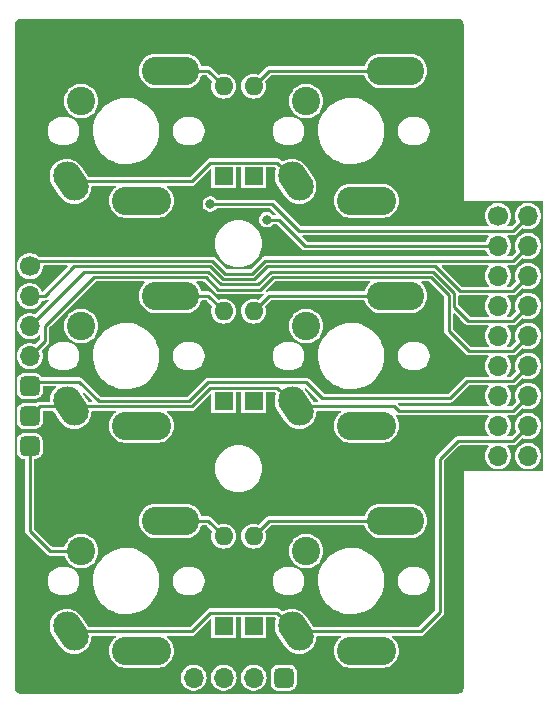
<source format=gtl>
G04 #@! TF.GenerationSoftware,KiCad,Pcbnew,7.0.5*
G04 #@! TF.CreationDate,2023-08-16T13:58:43+08:00*
G04 #@! TF.ProjectId,LM,4c4d2e6b-6963-4616-945f-706362585858,rev?*
G04 #@! TF.SameCoordinates,Original*
G04 #@! TF.FileFunction,Copper,L1,Top*
G04 #@! TF.FilePolarity,Positive*
%FSLAX46Y46*%
G04 Gerber Fmt 4.6, Leading zero omitted, Abs format (unit mm)*
G04 Created by KiCad (PCBNEW 7.0.5) date 2023-08-16 13:58:43*
%MOMM*%
%LPD*%
G01*
G04 APERTURE LIST*
G04 Aperture macros list*
%AMRoundRect*
0 Rectangle with rounded corners*
0 $1 Rounding radius*
0 $2 $3 $4 $5 $6 $7 $8 $9 X,Y pos of 4 corners*
0 Add a 4 corners polygon primitive as box body*
4,1,4,$2,$3,$4,$5,$6,$7,$8,$9,$2,$3,0*
0 Add four circle primitives for the rounded corners*
1,1,$1+$1,$2,$3*
1,1,$1+$1,$4,$5*
1,1,$1+$1,$6,$7*
1,1,$1+$1,$8,$9*
0 Add four rect primitives between the rounded corners*
20,1,$1+$1,$2,$3,$4,$5,0*
20,1,$1+$1,$4,$5,$6,$7,0*
20,1,$1+$1,$6,$7,$8,$9,0*
20,1,$1+$1,$8,$9,$2,$3,0*%
%AMHorizOval*
0 Thick line with rounded ends*
0 $1 width*
0 $2 $3 position (X,Y) of the first rounded end (center of the circle)*
0 $4 $5 position (X,Y) of the second rounded end (center of the circle)*
0 Add line between two ends*
20,1,$1,$2,$3,$4,$5,0*
0 Add two circle primitives to create the rounded ends*
1,1,$1,$2,$3*
1,1,$1,$4,$5*%
%AMOutline4P*
0 Free polygon, 4 corners , with rotation*
0 The origin of the aperture is its center*
0 number of corners: always 4*
0 $1 to $8 corner X, Y*
0 $9 Rotation angle, in degrees counterclockwise*
0 create outline with 4 corners*
4,1,4,$1,$2,$3,$4,$5,$6,$7,$8,$1,$2,$9*%
G04 Aperture macros list end*
G04 #@! TA.AperFunction,ComponentPad*
%ADD10HorizOval,2.400000X-0.305164X0.457575X0.305164X-0.457575X0*%
G04 #@! TD*
G04 #@! TA.AperFunction,ComponentPad*
%ADD11C,2.400000*%
G04 #@! TD*
G04 #@! TA.AperFunction,SMDPad,CuDef*
%ADD12Outline4P,-1.300000X-1.200000X1.300000X-1.200000X1.300000X1.200000X-1.300000X1.200000X0.000000*%
G04 #@! TD*
G04 #@! TA.AperFunction,SMDPad,CuDef*
%ADD13Outline4P,-1.200000X-1.200000X1.200000X-1.200000X1.200000X1.200000X-1.200000X1.200000X0.000000*%
G04 #@! TD*
G04 #@! TA.AperFunction,ComponentPad*
%ADD14RoundRect,0.425000X-0.425000X0.425000X-0.425000X-0.425000X0.425000X-0.425000X0.425000X0.425000X0*%
G04 #@! TD*
G04 #@! TA.AperFunction,ComponentPad*
%ADD15O,1.700000X1.700000*%
G04 #@! TD*
G04 #@! TA.AperFunction,ComponentPad*
%ADD16C,1.700000*%
G04 #@! TD*
G04 #@! TA.AperFunction,ComponentPad*
%ADD17RoundRect,0.425000X-0.425000X-0.425000X0.425000X-0.425000X0.425000X0.425000X-0.425000X0.425000X0*%
G04 #@! TD*
G04 #@! TA.AperFunction,ComponentPad*
%ADD18R,1.600000X1.600000*%
G04 #@! TD*
G04 #@! TA.AperFunction,ComponentPad*
%ADD19O,1.600000X1.600000*%
G04 #@! TD*
G04 #@! TA.AperFunction,ViaPad*
%ADD20C,0.800000*%
G04 #@! TD*
G04 #@! TA.AperFunction,Conductor*
%ADD21C,0.250000*%
G04 #@! TD*
G04 APERTURE END LIST*
D10*
X58620000Y-50340000D03*
D11*
X59510000Y-43550000D03*
X63320000Y-51990000D03*
D12*
X64620000Y-51990000D03*
D11*
X65860000Y-40990000D03*
X65920000Y-51990000D03*
D13*
X67090000Y-40990000D03*
D11*
X68320000Y-40990000D03*
D10*
X39570000Y-50340000D03*
D11*
X40460000Y-43550000D03*
X44270000Y-51990000D03*
D12*
X45570000Y-51990000D03*
D11*
X46810000Y-40990000D03*
X46870000Y-51990000D03*
D13*
X48040000Y-40990000D03*
D11*
X49270000Y-40990000D03*
D14*
X57610000Y-92370000D03*
D15*
X55070000Y-92370000D03*
X52530000Y-92370000D03*
X49990000Y-92370000D03*
D16*
X75760000Y-53280000D03*
D15*
X75760000Y-55820000D03*
X75760000Y-58360000D03*
X75760000Y-60900000D03*
X75760000Y-63440000D03*
X75760000Y-65980000D03*
X75760000Y-68520000D03*
X75760000Y-71060000D03*
X75760000Y-73600000D03*
X78300000Y-53280000D03*
X78300000Y-55820000D03*
X78300000Y-58360000D03*
X78300000Y-60900000D03*
X78300000Y-63440000D03*
X78300000Y-65980000D03*
X78300000Y-68520000D03*
X78300000Y-71060000D03*
X78300000Y-73600000D03*
D16*
X36110000Y-57520000D03*
D15*
X36110000Y-60060000D03*
X36110000Y-62600000D03*
X36110000Y-65140000D03*
D17*
X36110000Y-67680000D03*
X36110000Y-70220000D03*
X36110000Y-72760000D03*
D10*
X39570000Y-88440000D03*
D11*
X40460000Y-81650000D03*
X44270000Y-90090000D03*
D12*
X45570000Y-90090000D03*
D11*
X46810000Y-79090000D03*
X46870000Y-90090000D03*
D13*
X48040000Y-79090000D03*
D11*
X49270000Y-79090000D03*
D10*
X58620000Y-69390000D03*
D11*
X59510000Y-62600000D03*
X63320000Y-71040000D03*
D12*
X64620000Y-71040000D03*
D11*
X65860000Y-60040000D03*
X65920000Y-71040000D03*
D13*
X67090000Y-60040000D03*
D11*
X68320000Y-60040000D03*
D10*
X58620000Y-88440000D03*
D11*
X59510000Y-81650000D03*
X63320000Y-90090000D03*
D12*
X64620000Y-90090000D03*
D11*
X65860000Y-79090000D03*
X65920000Y-90090000D03*
D13*
X67090000Y-79090000D03*
D11*
X68320000Y-79090000D03*
D10*
X39570000Y-69390000D03*
D11*
X40460000Y-62600000D03*
X44270000Y-71040000D03*
D12*
X45570000Y-71040000D03*
D11*
X46810000Y-60040000D03*
X46870000Y-71040000D03*
D13*
X48040000Y-60040000D03*
D11*
X49270000Y-60040000D03*
D18*
X52525000Y-68940000D03*
D19*
X52525000Y-61340000D03*
D18*
X55065000Y-87990000D03*
D19*
X55065000Y-80390000D03*
D18*
X52525000Y-87990000D03*
D19*
X52525000Y-80390000D03*
D18*
X52525000Y-49890000D03*
D19*
X52525000Y-42290000D03*
D18*
X55065000Y-68940000D03*
D19*
X55065000Y-61340000D03*
D18*
X55065000Y-49890000D03*
D19*
X55065000Y-42290000D03*
D20*
X56190000Y-53590000D03*
X51400000Y-52260000D03*
D21*
X37380000Y-62580000D02*
X37380000Y-63870000D01*
X71580000Y-59960000D02*
X70050000Y-58430000D01*
X41520000Y-58440000D02*
X37380000Y-62580000D01*
X73270000Y-64710000D02*
X71580000Y-63020000D01*
X70050000Y-58430000D02*
X56736396Y-58430000D01*
X77030000Y-64710000D02*
X73270000Y-64710000D01*
X55646396Y-59520000D02*
X52090812Y-59520000D01*
X37380000Y-63870000D02*
X36110000Y-65140000D01*
X78300000Y-63440000D02*
X77030000Y-64710000D01*
X56736396Y-58430000D02*
X55646396Y-59520000D01*
X52090812Y-59520000D02*
X51010812Y-58440000D01*
X71580000Y-63020000D02*
X71580000Y-59960000D01*
X51010812Y-58440000D02*
X41520000Y-58440000D01*
X55460000Y-59070000D02*
X52277208Y-59070000D01*
X72030000Y-59773604D02*
X70236396Y-57980000D01*
X73250000Y-62170000D02*
X72030000Y-60950000D01*
X56550000Y-57980000D02*
X55460000Y-59070000D01*
X52277208Y-59070000D02*
X51197208Y-57990000D01*
X51197208Y-57990000D02*
X40720000Y-57990000D01*
X72030000Y-60950000D02*
X72030000Y-59773604D01*
X77030000Y-62170000D02*
X73250000Y-62170000D01*
X40720000Y-57990000D02*
X36110000Y-62600000D01*
X70236396Y-57980000D02*
X56550000Y-57980000D01*
X78300000Y-60900000D02*
X77030000Y-62170000D01*
X59430000Y-55820000D02*
X57200000Y-53590000D01*
X75760000Y-55820000D02*
X59430000Y-55820000D01*
X57200000Y-53590000D02*
X56190000Y-53590000D01*
X77040000Y-54540000D02*
X58920000Y-54540000D01*
X78300000Y-53280000D02*
X77040000Y-54540000D01*
X58920000Y-54540000D02*
X56640000Y-52260000D01*
X56640000Y-52260000D02*
X51400000Y-52260000D01*
X51570000Y-57090000D02*
X36540000Y-57090000D01*
X78300000Y-55820000D02*
X77040000Y-57080000D01*
X52650000Y-58170000D02*
X51570000Y-57090000D01*
X56040000Y-57080000D02*
X54950000Y-58170000D01*
X54950000Y-58170000D02*
X52650000Y-58170000D01*
X36540000Y-57090000D02*
X36110000Y-57520000D01*
X77040000Y-57080000D02*
X56040000Y-57080000D01*
X55136396Y-58620000D02*
X52463604Y-58620000D01*
X72522792Y-59630000D02*
X70422792Y-57530000D01*
X51383604Y-57540000D02*
X39900000Y-57540000D01*
X37380000Y-60060000D02*
X36110000Y-60060000D01*
X52463604Y-58620000D02*
X51383604Y-57540000D01*
X77030000Y-59630000D02*
X72522792Y-59630000D01*
X70422792Y-57530000D02*
X56226396Y-57530000D01*
X56226396Y-57530000D02*
X55136396Y-58620000D01*
X39900000Y-57540000D02*
X37380000Y-60060000D01*
X78300000Y-58360000D02*
X77030000Y-59630000D01*
X40313213Y-67313213D02*
X36476787Y-67313213D01*
X51400000Y-48765000D02*
X57045000Y-48765000D01*
X36476787Y-67313213D02*
X36110000Y-67680000D01*
X71710000Y-68700000D02*
X60870000Y-68700000D01*
X51218604Y-67360000D02*
X49638604Y-68940000D01*
X41940000Y-68940000D02*
X40313213Y-67313213D01*
X73160000Y-67250000D02*
X71710000Y-68700000D01*
X78300000Y-65980000D02*
X77030000Y-67250000D01*
X57045000Y-48765000D02*
X58620000Y-50340000D01*
X49638604Y-68940000D02*
X41940000Y-68940000D01*
X60870000Y-68700000D02*
X59530000Y-67360000D01*
X39570000Y-50340000D02*
X49825000Y-50340000D01*
X59530000Y-67360000D02*
X51218604Y-67360000D01*
X77030000Y-67250000D02*
X73160000Y-67250000D01*
X49825000Y-50340000D02*
X51400000Y-48765000D01*
X36940000Y-69390000D02*
X39570000Y-69390000D01*
X67370000Y-69780000D02*
X77040000Y-69780000D01*
X39570000Y-69390000D02*
X49825000Y-69390000D01*
X49825000Y-69390000D02*
X51400000Y-67815000D01*
X51400000Y-67815000D02*
X57045000Y-67815000D01*
X57045000Y-67815000D02*
X58620000Y-69390000D01*
X66980000Y-69390000D02*
X67370000Y-69780000D01*
X58620000Y-69390000D02*
X66980000Y-69390000D01*
X77040000Y-69780000D02*
X78300000Y-68520000D01*
X36110000Y-70220000D02*
X36940000Y-69390000D01*
X39570000Y-88440000D02*
X49825000Y-88440000D01*
X77040000Y-72320000D02*
X78300000Y-71060000D01*
X51400000Y-86865000D02*
X57045000Y-86865000D01*
X40460000Y-81650000D02*
X37820000Y-81650000D01*
X72340000Y-72320000D02*
X77040000Y-72320000D01*
X37820000Y-81650000D02*
X36110000Y-79940000D01*
X57045000Y-86865000D02*
X58620000Y-88440000D01*
X58620000Y-88440000D02*
X69200000Y-88440000D01*
X70830000Y-86810000D02*
X70830000Y-73830000D01*
X36110000Y-79940000D02*
X36110000Y-72760000D01*
X69200000Y-88440000D02*
X70830000Y-86810000D01*
X70830000Y-73830000D02*
X72340000Y-72320000D01*
X49825000Y-88440000D02*
X51400000Y-86865000D01*
X51225000Y-40990000D02*
X52525000Y-42290000D01*
X49270000Y-40990000D02*
X51225000Y-40990000D01*
X65860000Y-40990000D02*
X56365000Y-40990000D01*
X56365000Y-40990000D02*
X55065000Y-42290000D01*
X49270000Y-60040000D02*
X51225000Y-60040000D01*
X51225000Y-60040000D02*
X52525000Y-61340000D01*
X56365000Y-60040000D02*
X55065000Y-61340000D01*
X65860000Y-60040000D02*
X56365000Y-60040000D01*
X51225000Y-79090000D02*
X52525000Y-80390000D01*
X49270000Y-79090000D02*
X51225000Y-79090000D01*
X56365000Y-79090000D02*
X55065000Y-80390000D01*
X65860000Y-79090000D02*
X56365000Y-79090000D01*
G04 #@! TA.AperFunction,NonConductor*
G36*
X72347063Y-36565733D02*
G01*
X72366036Y-36567870D01*
X72371350Y-36568469D01*
X72455954Y-36579607D01*
X72470722Y-36583123D01*
X72510423Y-36597015D01*
X72512281Y-36597723D01*
X72571089Y-36622082D01*
X72582117Y-36627779D01*
X72599232Y-36638533D01*
X72621500Y-36652526D01*
X72624340Y-36654501D01*
X72674505Y-36692994D01*
X72678140Y-36696182D01*
X72713816Y-36731858D01*
X72717011Y-36735501D01*
X72755497Y-36785658D01*
X72757472Y-36788498D01*
X72773800Y-36814482D01*
X72782214Y-36827873D01*
X72787921Y-36838920D01*
X72812256Y-36897669D01*
X72812996Y-36899609D01*
X72826873Y-36939269D01*
X72830392Y-36954049D01*
X72841534Y-37038678D01*
X72844267Y-37062928D01*
X72844500Y-37067075D01*
X72844500Y-51995318D01*
X72844433Y-51995656D01*
X72844459Y-52010001D01*
X72844526Y-52010163D01*
X72844616Y-52010382D01*
X72844617Y-52010383D01*
X72845000Y-52010541D01*
X72859660Y-52010531D01*
X72859817Y-52010500D01*
X79495500Y-52010500D01*
X79543066Y-52027813D01*
X79568376Y-52071650D01*
X79569500Y-52084500D01*
X79569500Y-74795500D01*
X79552187Y-74843066D01*
X79508350Y-74868376D01*
X79495500Y-74869500D01*
X72859816Y-74869500D01*
X72859610Y-74869459D01*
X72845000Y-74869459D01*
X72844964Y-74869474D01*
X72844617Y-74869616D01*
X72844458Y-74870000D01*
X72844468Y-74884661D01*
X72844500Y-74884816D01*
X72844500Y-93212923D01*
X72844267Y-93217071D01*
X72841533Y-93241326D01*
X72830392Y-93325949D01*
X72826873Y-93340729D01*
X72812996Y-93380389D01*
X72812256Y-93382329D01*
X72787921Y-93441078D01*
X72782211Y-93452132D01*
X72757472Y-93491500D01*
X72755497Y-93494340D01*
X72717011Y-93544497D01*
X72713816Y-93548140D01*
X72678140Y-93583816D01*
X72674497Y-93587011D01*
X72624340Y-93625497D01*
X72621500Y-93627472D01*
X72582132Y-93652211D01*
X72571078Y-93657921D01*
X72512329Y-93682256D01*
X72510389Y-93682996D01*
X72470729Y-93696873D01*
X72455949Y-93700392D01*
X72371326Y-93711533D01*
X72357223Y-93713122D01*
X72347063Y-93714267D01*
X72342924Y-93714500D01*
X35347075Y-93714500D01*
X35342936Y-93714267D01*
X35322976Y-93712018D01*
X35318678Y-93711534D01*
X35234049Y-93700392D01*
X35219269Y-93696873D01*
X35179609Y-93682996D01*
X35177680Y-93682260D01*
X35118919Y-93657920D01*
X35107873Y-93652214D01*
X35094482Y-93643800D01*
X35068498Y-93627472D01*
X35065658Y-93625497D01*
X35034313Y-93601446D01*
X35015496Y-93587007D01*
X35011858Y-93583816D01*
X34976182Y-93548140D01*
X34972994Y-93544505D01*
X34934501Y-93494340D01*
X34932526Y-93491500D01*
X34919329Y-93470499D01*
X34907779Y-93452117D01*
X34902082Y-93441089D01*
X34877723Y-93382281D01*
X34877015Y-93380423D01*
X34863123Y-93340722D01*
X34859607Y-93325954D01*
X34848466Y-93241326D01*
X34845733Y-93217063D01*
X34845500Y-93212918D01*
X34845500Y-92370003D01*
X48884785Y-92370003D01*
X48903601Y-92573076D01*
X48903602Y-92573082D01*
X48959416Y-92769244D01*
X48959418Y-92769250D01*
X49050327Y-92951821D01*
X49050328Y-92951822D01*
X49050329Y-92951825D01*
X49173234Y-93114578D01*
X49173235Y-93114579D01*
X49310637Y-93239836D01*
X49323959Y-93251981D01*
X49497363Y-93359348D01*
X49687544Y-93433024D01*
X49888024Y-93470500D01*
X49888026Y-93470500D01*
X50091974Y-93470500D01*
X50091976Y-93470500D01*
X50292456Y-93433024D01*
X50482637Y-93359348D01*
X50656041Y-93251981D01*
X50806764Y-93114579D01*
X50929673Y-92951821D01*
X51020582Y-92769250D01*
X51076397Y-92573083D01*
X51095215Y-92370003D01*
X51424785Y-92370003D01*
X51443601Y-92573076D01*
X51443602Y-92573082D01*
X51499416Y-92769244D01*
X51499418Y-92769250D01*
X51590327Y-92951821D01*
X51590328Y-92951822D01*
X51590329Y-92951825D01*
X51713234Y-93114578D01*
X51713235Y-93114579D01*
X51850636Y-93239836D01*
X51863959Y-93251981D01*
X52037363Y-93359348D01*
X52227544Y-93433024D01*
X52428024Y-93470500D01*
X52428026Y-93470500D01*
X52631974Y-93470500D01*
X52631976Y-93470500D01*
X52832456Y-93433024D01*
X53022637Y-93359348D01*
X53196041Y-93251981D01*
X53346764Y-93114579D01*
X53469673Y-92951821D01*
X53560582Y-92769250D01*
X53616397Y-92573083D01*
X53635215Y-92370003D01*
X53964785Y-92370003D01*
X53983601Y-92573076D01*
X53983602Y-92573082D01*
X54039416Y-92769244D01*
X54039418Y-92769250D01*
X54130327Y-92951821D01*
X54130328Y-92951822D01*
X54130329Y-92951825D01*
X54253234Y-93114578D01*
X54253235Y-93114579D01*
X54390636Y-93239836D01*
X54403959Y-93251981D01*
X54577363Y-93359348D01*
X54767544Y-93433024D01*
X54968024Y-93470500D01*
X54968026Y-93470500D01*
X55171974Y-93470500D01*
X55171976Y-93470500D01*
X55372456Y-93433024D01*
X55562637Y-93359348D01*
X55736041Y-93251981D01*
X55886764Y-93114579D01*
X56009673Y-92951821D01*
X56060572Y-92849601D01*
X56509500Y-92849601D01*
X56515684Y-92917651D01*
X56515686Y-92917661D01*
X56564486Y-93074267D01*
X56648303Y-93212918D01*
X56649352Y-93214653D01*
X56765347Y-93330648D01*
X56905730Y-93415512D01*
X56905732Y-93415513D01*
X56977803Y-93437971D01*
X57062343Y-93464315D01*
X57130406Y-93470500D01*
X57130408Y-93470500D01*
X58089592Y-93470500D01*
X58089594Y-93470500D01*
X58157657Y-93464315D01*
X58314270Y-93415512D01*
X58454653Y-93330648D01*
X58570648Y-93214653D01*
X58655512Y-93074270D01*
X58704315Y-92917657D01*
X58710500Y-92849594D01*
X58710500Y-91890406D01*
X58704315Y-91822343D01*
X58655512Y-91665730D01*
X58570648Y-91525347D01*
X58454653Y-91409352D01*
X58314270Y-91324488D01*
X58314267Y-91324486D01*
X58157661Y-91275686D01*
X58157658Y-91275685D01*
X58157657Y-91275685D01*
X58157655Y-91275684D01*
X58157651Y-91275684D01*
X58089601Y-91269500D01*
X58089594Y-91269500D01*
X57130406Y-91269500D01*
X57130398Y-91269500D01*
X57062348Y-91275684D01*
X57062338Y-91275686D01*
X56905732Y-91324486D01*
X56765346Y-91409352D01*
X56649352Y-91525346D01*
X56564486Y-91665732D01*
X56515686Y-91822338D01*
X56515684Y-91822348D01*
X56509500Y-91890398D01*
X56509500Y-92849601D01*
X56060572Y-92849601D01*
X56100582Y-92769250D01*
X56156397Y-92573083D01*
X56175215Y-92370000D01*
X56156397Y-92166917D01*
X56100582Y-91970750D01*
X56009673Y-91788179D01*
X56009670Y-91788175D01*
X56009670Y-91788174D01*
X55886765Y-91625421D01*
X55886764Y-91625420D01*
X55736041Y-91488019D01*
X55736040Y-91488019D01*
X55562637Y-91380652D01*
X55417655Y-91324486D01*
X55372459Y-91306977D01*
X55372458Y-91306976D01*
X55372456Y-91306976D01*
X55284407Y-91290516D01*
X55171979Y-91269500D01*
X55171976Y-91269500D01*
X54968024Y-91269500D01*
X54968020Y-91269500D01*
X54818115Y-91297522D01*
X54767544Y-91306976D01*
X54767542Y-91306976D01*
X54767540Y-91306977D01*
X54577368Y-91380650D01*
X54577363Y-91380652D01*
X54577358Y-91380654D01*
X54577358Y-91380655D01*
X54403958Y-91488019D01*
X54403957Y-91488019D01*
X54253235Y-91625420D01*
X54253234Y-91625421D01*
X54130329Y-91788174D01*
X54130328Y-91788177D01*
X54039418Y-91970750D01*
X54039416Y-91970755D01*
X53983602Y-92166917D01*
X53983601Y-92166923D01*
X53964785Y-92369996D01*
X53964785Y-92370003D01*
X53635215Y-92370003D01*
X53635215Y-92370000D01*
X53616397Y-92166917D01*
X53560582Y-91970750D01*
X53469673Y-91788179D01*
X53469670Y-91788175D01*
X53469670Y-91788174D01*
X53346765Y-91625421D01*
X53346764Y-91625420D01*
X53196041Y-91488019D01*
X53196040Y-91488019D01*
X53022637Y-91380652D01*
X52877655Y-91324486D01*
X52832459Y-91306977D01*
X52832458Y-91306976D01*
X52832456Y-91306976D01*
X52744407Y-91290516D01*
X52631979Y-91269500D01*
X52631976Y-91269500D01*
X52428024Y-91269500D01*
X52428020Y-91269500D01*
X52278115Y-91297522D01*
X52227544Y-91306976D01*
X52227542Y-91306976D01*
X52227540Y-91306977D01*
X52037368Y-91380650D01*
X52037363Y-91380652D01*
X52037358Y-91380654D01*
X52037358Y-91380655D01*
X51863958Y-91488019D01*
X51863957Y-91488019D01*
X51713235Y-91625420D01*
X51713234Y-91625421D01*
X51590329Y-91788174D01*
X51590328Y-91788177D01*
X51499418Y-91970750D01*
X51499416Y-91970755D01*
X51443602Y-92166917D01*
X51443601Y-92166923D01*
X51424785Y-92369996D01*
X51424785Y-92370003D01*
X51095215Y-92370003D01*
X51095215Y-92370000D01*
X51076397Y-92166917D01*
X51020582Y-91970750D01*
X50929673Y-91788179D01*
X50929670Y-91788175D01*
X50929670Y-91788174D01*
X50806765Y-91625421D01*
X50806764Y-91625420D01*
X50656041Y-91488019D01*
X50656040Y-91488019D01*
X50482637Y-91380652D01*
X50337655Y-91324486D01*
X50292459Y-91306977D01*
X50292458Y-91306976D01*
X50292456Y-91306976D01*
X50204407Y-91290516D01*
X50091979Y-91269500D01*
X50091976Y-91269500D01*
X49888024Y-91269500D01*
X49888020Y-91269500D01*
X49738115Y-91297522D01*
X49687544Y-91306976D01*
X49687542Y-91306976D01*
X49687540Y-91306977D01*
X49497368Y-91380650D01*
X49497363Y-91380652D01*
X49497358Y-91380654D01*
X49497358Y-91380655D01*
X49323958Y-91488019D01*
X49323957Y-91488019D01*
X49173235Y-91625420D01*
X49173234Y-91625421D01*
X49050329Y-91788174D01*
X49050328Y-91788177D01*
X48959418Y-91970750D01*
X48959416Y-91970755D01*
X48903602Y-92166917D01*
X48903601Y-92166923D01*
X48884785Y-92369996D01*
X48884785Y-92370003D01*
X34845500Y-92370003D01*
X34845500Y-84301246D01*
X37619500Y-84301246D01*
X37660382Y-84519942D01*
X37717031Y-84666168D01*
X37740753Y-84727401D01*
X37857876Y-84916562D01*
X38007764Y-85080981D01*
X38007767Y-85080983D01*
X38185306Y-85215055D01*
X38185309Y-85215057D01*
X38185310Y-85215057D01*
X38185311Y-85215058D01*
X38384472Y-85314229D01*
X38598464Y-85375115D01*
X38764497Y-85390500D01*
X38764499Y-85390500D01*
X39175501Y-85390500D01*
X39175503Y-85390500D01*
X39341536Y-85375115D01*
X39555528Y-85314229D01*
X39754689Y-85215058D01*
X39932236Y-85080981D01*
X40082124Y-84916562D01*
X40199247Y-84727401D01*
X40279618Y-84519940D01*
X40320500Y-84301243D01*
X40320500Y-84106882D01*
X41465804Y-84106882D01*
X41475654Y-84439099D01*
X41475656Y-84439121D01*
X41524730Y-84767856D01*
X41524731Y-84767857D01*
X41612344Y-85088494D01*
X41737266Y-85396516D01*
X41737267Y-85396517D01*
X41897742Y-85687603D01*
X42091519Y-85957665D01*
X42315877Y-86202914D01*
X42567666Y-86419906D01*
X42768494Y-86555174D01*
X42843351Y-86605594D01*
X42843353Y-86605595D01*
X43139067Y-86757374D01*
X43450656Y-86873113D01*
X43773747Y-86951187D01*
X44103805Y-86990500D01*
X44103809Y-86990500D01*
X44353023Y-86990500D01*
X44601807Y-86975736D01*
X44928956Y-86916939D01*
X45246854Y-86819862D01*
X45551040Y-86685868D01*
X45837243Y-86516837D01*
X46101445Y-86315142D01*
X46339937Y-86083616D01*
X46549373Y-85825506D01*
X46726810Y-85544438D01*
X46869760Y-85244357D01*
X46976215Y-84929475D01*
X47044680Y-84604212D01*
X47071689Y-84301246D01*
X48219500Y-84301246D01*
X48260382Y-84519942D01*
X48317031Y-84666168D01*
X48340753Y-84727401D01*
X48457876Y-84916562D01*
X48607764Y-85080981D01*
X48607767Y-85080983D01*
X48785306Y-85215055D01*
X48785309Y-85215057D01*
X48785310Y-85215057D01*
X48785311Y-85215058D01*
X48984472Y-85314229D01*
X49198464Y-85375115D01*
X49364497Y-85390500D01*
X49364499Y-85390500D01*
X49775501Y-85390500D01*
X49775503Y-85390500D01*
X49941536Y-85375115D01*
X50155528Y-85314229D01*
X50354689Y-85215058D01*
X50532236Y-85080981D01*
X50682124Y-84916562D01*
X50799247Y-84727401D01*
X50879618Y-84519940D01*
X50920499Y-84301246D01*
X56669500Y-84301246D01*
X56710382Y-84519942D01*
X56767031Y-84666168D01*
X56790753Y-84727401D01*
X56907876Y-84916562D01*
X57057764Y-85080981D01*
X57057767Y-85080983D01*
X57235306Y-85215055D01*
X57235309Y-85215057D01*
X57235310Y-85215057D01*
X57235311Y-85215058D01*
X57434472Y-85314229D01*
X57648464Y-85375115D01*
X57814497Y-85390500D01*
X57814499Y-85390500D01*
X58225501Y-85390500D01*
X58225503Y-85390500D01*
X58391536Y-85375115D01*
X58605528Y-85314229D01*
X58804689Y-85215058D01*
X58982236Y-85080981D01*
X59132124Y-84916562D01*
X59249247Y-84727401D01*
X59329618Y-84519940D01*
X59370500Y-84301243D01*
X59370500Y-84106882D01*
X60515804Y-84106882D01*
X60525654Y-84439099D01*
X60525656Y-84439121D01*
X60574730Y-84767856D01*
X60574731Y-84767857D01*
X60662344Y-85088494D01*
X60787266Y-85396516D01*
X60787267Y-85396517D01*
X60947742Y-85687603D01*
X61141519Y-85957665D01*
X61365877Y-86202914D01*
X61617666Y-86419906D01*
X61818494Y-86555174D01*
X61893351Y-86605594D01*
X61893353Y-86605595D01*
X62189067Y-86757374D01*
X62500656Y-86873113D01*
X62823747Y-86951187D01*
X63153805Y-86990500D01*
X63153809Y-86990500D01*
X63403023Y-86990500D01*
X63651807Y-86975736D01*
X63978956Y-86916939D01*
X64296854Y-86819862D01*
X64601040Y-86685868D01*
X64887243Y-86516837D01*
X65151445Y-86315142D01*
X65389937Y-86083616D01*
X65599373Y-85825506D01*
X65776810Y-85544438D01*
X65919760Y-85244357D01*
X66026215Y-84929475D01*
X66094680Y-84604212D01*
X66121689Y-84301246D01*
X67269500Y-84301246D01*
X67310382Y-84519942D01*
X67367031Y-84666168D01*
X67390753Y-84727401D01*
X67507876Y-84916562D01*
X67657764Y-85080981D01*
X67657767Y-85080983D01*
X67835306Y-85215055D01*
X67835309Y-85215057D01*
X67835310Y-85215057D01*
X67835311Y-85215058D01*
X68034472Y-85314229D01*
X68248464Y-85375115D01*
X68414497Y-85390500D01*
X68414499Y-85390500D01*
X68825501Y-85390500D01*
X68825503Y-85390500D01*
X68991536Y-85375115D01*
X69205528Y-85314229D01*
X69404689Y-85215058D01*
X69582236Y-85080981D01*
X69732124Y-84916562D01*
X69849247Y-84727401D01*
X69929618Y-84519940D01*
X69970500Y-84301243D01*
X69970500Y-84078757D01*
X69929618Y-83860060D01*
X69849247Y-83652599D01*
X69732124Y-83463438D01*
X69582236Y-83299019D01*
X69572286Y-83291505D01*
X69404693Y-83164944D01*
X69404690Y-83164942D01*
X69275271Y-83100499D01*
X69205528Y-83065771D01*
X69205524Y-83065770D01*
X69205522Y-83065769D01*
X68991537Y-83004885D01*
X68991524Y-83004883D01*
X68825509Y-82989500D01*
X68825503Y-82989500D01*
X68414497Y-82989500D01*
X68414490Y-82989500D01*
X68248475Y-83004883D01*
X68248462Y-83004885D01*
X68034477Y-83065769D01*
X68034472Y-83065771D01*
X67835309Y-83164942D01*
X67835306Y-83164944D01*
X67657767Y-83299016D01*
X67507874Y-83463440D01*
X67390756Y-83652594D01*
X67390751Y-83652604D01*
X67310382Y-83860057D01*
X67269500Y-84078753D01*
X67269500Y-84301246D01*
X66121689Y-84301246D01*
X66124195Y-84273134D01*
X66124195Y-84273120D01*
X66124195Y-84273117D01*
X66114345Y-83940900D01*
X66114345Y-83940890D01*
X66065269Y-83612142D01*
X65977655Y-83291506D01*
X65926326Y-83164944D01*
X65852733Y-82983483D01*
X65789329Y-82868475D01*
X65692258Y-82692397D01*
X65498481Y-82422335D01*
X65274123Y-82177086D01*
X65022334Y-81960094D01*
X64878407Y-81863152D01*
X64746648Y-81774405D01*
X64590253Y-81694134D01*
X64450933Y-81622626D01*
X64139344Y-81506887D01*
X63816253Y-81428813D01*
X63486195Y-81389500D01*
X63236977Y-81389500D01*
X62988201Y-81404263D01*
X62988184Y-81404265D01*
X62661049Y-81463059D01*
X62343147Y-81560137D01*
X62038954Y-81694134D01*
X61752773Y-81863152D01*
X61752752Y-81863166D01*
X61488557Y-82064855D01*
X61488547Y-82064864D01*
X61250068Y-82296378D01*
X61250063Y-82296383D01*
X61250063Y-82296384D01*
X61049168Y-82543969D01*
X61040625Y-82554497D01*
X61040623Y-82554498D01*
X60863189Y-82835562D01*
X60863188Y-82835564D01*
X60720239Y-83135644D01*
X60613787Y-83450515D01*
X60613784Y-83450525D01*
X60545321Y-83775778D01*
X60545320Y-83775787D01*
X60545320Y-83775788D01*
X60530602Y-83940890D01*
X60515804Y-84106879D01*
X60515804Y-84106882D01*
X59370500Y-84106882D01*
X59370500Y-84078757D01*
X59329618Y-83860060D01*
X59249247Y-83652599D01*
X59132124Y-83463438D01*
X58982236Y-83299019D01*
X58972286Y-83291505D01*
X58804693Y-83164944D01*
X58804690Y-83164942D01*
X58675271Y-83100499D01*
X58605528Y-83065771D01*
X58605524Y-83065770D01*
X58605522Y-83065769D01*
X58391537Y-83004885D01*
X58391524Y-83004883D01*
X58225509Y-82989500D01*
X58225503Y-82989500D01*
X57814497Y-82989500D01*
X57814490Y-82989500D01*
X57648475Y-83004883D01*
X57648462Y-83004885D01*
X57434477Y-83065769D01*
X57434472Y-83065771D01*
X57235309Y-83164942D01*
X57235306Y-83164944D01*
X57057767Y-83299016D01*
X56907874Y-83463440D01*
X56790756Y-83652594D01*
X56790751Y-83652604D01*
X56710382Y-83860057D01*
X56669500Y-84078753D01*
X56669500Y-84301246D01*
X50920499Y-84301246D01*
X50920500Y-84301243D01*
X50920500Y-84078757D01*
X50879618Y-83860060D01*
X50799247Y-83652599D01*
X50682124Y-83463438D01*
X50532236Y-83299019D01*
X50522286Y-83291505D01*
X50354693Y-83164944D01*
X50354690Y-83164942D01*
X50225271Y-83100499D01*
X50155528Y-83065771D01*
X50155524Y-83065770D01*
X50155522Y-83065769D01*
X49941537Y-83004885D01*
X49941524Y-83004883D01*
X49775509Y-82989500D01*
X49775503Y-82989500D01*
X49364497Y-82989500D01*
X49364490Y-82989500D01*
X49198475Y-83004883D01*
X49198462Y-83004885D01*
X48984477Y-83065769D01*
X48984472Y-83065771D01*
X48785309Y-83164942D01*
X48785306Y-83164944D01*
X48607767Y-83299016D01*
X48457874Y-83463440D01*
X48340756Y-83652594D01*
X48340751Y-83652604D01*
X48260382Y-83860057D01*
X48219500Y-84078753D01*
X48219500Y-84301246D01*
X47071689Y-84301246D01*
X47074195Y-84273134D01*
X47074195Y-84273120D01*
X47074195Y-84273117D01*
X47064345Y-83940900D01*
X47064345Y-83940890D01*
X47015269Y-83612142D01*
X46927655Y-83291506D01*
X46876326Y-83164944D01*
X46802733Y-82983483D01*
X46739329Y-82868475D01*
X46642258Y-82692397D01*
X46448481Y-82422335D01*
X46224123Y-82177086D01*
X45972334Y-81960094D01*
X45828407Y-81863152D01*
X45696648Y-81774405D01*
X45540253Y-81694134D01*
X45454272Y-81650003D01*
X58054529Y-81650003D01*
X58074378Y-81889556D01*
X58074378Y-81889557D01*
X58100323Y-81992010D01*
X58122942Y-82081334D01*
X58133392Y-82122597D01*
X58209620Y-82296378D01*
X58229951Y-82342728D01*
X58361429Y-82543969D01*
X58524236Y-82720825D01*
X58713933Y-82868472D01*
X58925344Y-82982882D01*
X59152703Y-83060934D01*
X59389808Y-83100500D01*
X59630192Y-83100500D01*
X59867297Y-83060934D01*
X60094656Y-82982882D01*
X60306067Y-82868472D01*
X60495764Y-82720825D01*
X60658571Y-82543969D01*
X60790049Y-82342728D01*
X60886610Y-82122591D01*
X60945620Y-81889563D01*
X60945620Y-81889559D01*
X60945621Y-81889557D01*
X60945621Y-81889556D01*
X60965471Y-81650003D01*
X60965471Y-81649996D01*
X60945621Y-81410443D01*
X60945621Y-81410442D01*
X60944057Y-81404264D01*
X60886610Y-81177409D01*
X60790049Y-80957272D01*
X60658571Y-80756031D01*
X60495764Y-80579175D01*
X60306067Y-80431528D01*
X60217715Y-80383714D01*
X60094655Y-80317117D01*
X59867295Y-80239065D01*
X59630194Y-80199500D01*
X59630192Y-80199500D01*
X59389808Y-80199500D01*
X59389805Y-80199500D01*
X59152704Y-80239065D01*
X58925344Y-80317117D01*
X58713940Y-80431524D01*
X58713928Y-80431531D01*
X58524234Y-80579176D01*
X58361427Y-80756033D01*
X58229951Y-80957271D01*
X58133392Y-81177402D01*
X58074378Y-81410442D01*
X58074378Y-81410443D01*
X58054529Y-81649996D01*
X58054529Y-81650003D01*
X45454272Y-81650003D01*
X45400933Y-81622626D01*
X45089344Y-81506887D01*
X44766253Y-81428813D01*
X44436195Y-81389500D01*
X44186977Y-81389500D01*
X43938201Y-81404263D01*
X43938184Y-81404265D01*
X43611049Y-81463059D01*
X43293147Y-81560137D01*
X42988954Y-81694134D01*
X42702773Y-81863152D01*
X42702752Y-81863166D01*
X42438557Y-82064855D01*
X42438547Y-82064864D01*
X42200068Y-82296378D01*
X42200063Y-82296383D01*
X42200063Y-82296384D01*
X41999168Y-82543969D01*
X41990625Y-82554497D01*
X41990623Y-82554498D01*
X41813189Y-82835562D01*
X41813188Y-82835564D01*
X41670239Y-83135644D01*
X41563787Y-83450515D01*
X41563784Y-83450525D01*
X41495321Y-83775778D01*
X41495320Y-83775787D01*
X41495320Y-83775788D01*
X41480602Y-83940890D01*
X41465804Y-84106879D01*
X41465804Y-84106882D01*
X40320500Y-84106882D01*
X40320500Y-84078757D01*
X40279618Y-83860060D01*
X40199247Y-83652599D01*
X40082124Y-83463438D01*
X39932236Y-83299019D01*
X39922286Y-83291505D01*
X39754693Y-83164944D01*
X39754690Y-83164942D01*
X39625271Y-83100499D01*
X39555528Y-83065771D01*
X39555524Y-83065770D01*
X39555522Y-83065769D01*
X39341537Y-83004885D01*
X39341524Y-83004883D01*
X39175509Y-82989500D01*
X39175503Y-82989500D01*
X38764497Y-82989500D01*
X38764490Y-82989500D01*
X38598475Y-83004883D01*
X38598462Y-83004885D01*
X38384477Y-83065769D01*
X38384472Y-83065771D01*
X38185309Y-83164942D01*
X38185306Y-83164944D01*
X38007767Y-83299016D01*
X37857874Y-83463440D01*
X37740756Y-83652594D01*
X37740751Y-83652604D01*
X37660382Y-83860057D01*
X37619500Y-84078753D01*
X37619500Y-84301246D01*
X34845500Y-84301246D01*
X34845500Y-73239601D01*
X35009500Y-73239601D01*
X35015684Y-73307651D01*
X35015686Y-73307661D01*
X35064486Y-73464267D01*
X35146537Y-73599996D01*
X35149352Y-73604653D01*
X35265347Y-73720648D01*
X35401712Y-73803083D01*
X35405732Y-73805513D01*
X35477803Y-73827971D01*
X35562343Y-73854315D01*
X35630406Y-73860500D01*
X35660500Y-73860500D01*
X35708066Y-73877813D01*
X35733376Y-73921650D01*
X35734500Y-73934500D01*
X35734500Y-79893381D01*
X35732925Y-79908566D01*
X35729633Y-79924264D01*
X35729633Y-79924269D01*
X35734216Y-79961032D01*
X35734500Y-79965613D01*
X35734500Y-79971118D01*
X35738215Y-79993380D01*
X35738435Y-79994892D01*
X35745134Y-80048627D01*
X35746884Y-80054504D01*
X35746615Y-80054584D01*
X35747679Y-80057904D01*
X35747945Y-80057813D01*
X35749935Y-80063610D01*
X35775696Y-80111215D01*
X35776396Y-80112574D01*
X35800175Y-80161214D01*
X35803738Y-80166204D01*
X35803510Y-80166366D01*
X35805595Y-80169162D01*
X35805817Y-80168990D01*
X35809579Y-80173823D01*
X35809581Y-80173826D01*
X35849400Y-80210482D01*
X35850504Y-80211541D01*
X37521518Y-81882555D01*
X37531142Y-81894406D01*
X37539915Y-81907834D01*
X37539918Y-81907838D01*
X37569154Y-81930594D01*
X37572591Y-81933628D01*
X37576484Y-81937521D01*
X37594858Y-81950639D01*
X37596085Y-81951554D01*
X37607064Y-81960099D01*
X37638811Y-81984809D01*
X37638812Y-81984809D01*
X37638813Y-81984810D01*
X37644206Y-81987729D01*
X37644071Y-81987978D01*
X37647163Y-81989569D01*
X37647288Y-81989315D01*
X37652798Y-81992008D01*
X37652801Y-81992010D01*
X37704710Y-82007463D01*
X37706083Y-82007903D01*
X37757340Y-82025500D01*
X37757341Y-82025500D01*
X37763391Y-82026510D01*
X37763344Y-82026786D01*
X37766793Y-82027289D01*
X37766828Y-82027009D01*
X37772905Y-82027766D01*
X37772912Y-82027768D01*
X37805911Y-82026403D01*
X37826997Y-82025532D01*
X37828525Y-82025500D01*
X39001207Y-82025500D01*
X39048773Y-82042813D01*
X39072943Y-82081334D01*
X39083391Y-82122594D01*
X39083393Y-82122599D01*
X39179949Y-82342726D01*
X39231961Y-82422335D01*
X39311429Y-82543969D01*
X39474236Y-82720825D01*
X39663933Y-82868472D01*
X39875344Y-82982882D01*
X40102703Y-83060934D01*
X40339808Y-83100500D01*
X40580192Y-83100500D01*
X40817297Y-83060934D01*
X41044656Y-82982882D01*
X41256067Y-82868472D01*
X41445764Y-82720825D01*
X41608571Y-82543969D01*
X41740049Y-82342728D01*
X41836610Y-82122591D01*
X41895620Y-81889563D01*
X41895620Y-81889559D01*
X41895621Y-81889557D01*
X41895621Y-81889556D01*
X41915471Y-81650003D01*
X41915471Y-81649996D01*
X41895621Y-81410443D01*
X41895621Y-81410442D01*
X41894057Y-81404264D01*
X41836610Y-81177409D01*
X41740049Y-80957272D01*
X41608571Y-80756031D01*
X41445764Y-80579175D01*
X41256067Y-80431528D01*
X41167715Y-80383714D01*
X41044655Y-80317117D01*
X40817295Y-80239065D01*
X40580194Y-80199500D01*
X40580192Y-80199500D01*
X40339808Y-80199500D01*
X40339805Y-80199500D01*
X40102704Y-80239065D01*
X39875344Y-80317117D01*
X39663940Y-80431524D01*
X39663928Y-80431531D01*
X39474234Y-80579176D01*
X39311427Y-80756033D01*
X39179949Y-80957273D01*
X39083393Y-81177400D01*
X39083391Y-81177405D01*
X39072943Y-81218666D01*
X39044483Y-81260527D01*
X39001207Y-81274500D01*
X38006189Y-81274500D01*
X37958623Y-81257187D01*
X37953863Y-81252826D01*
X36507174Y-79806136D01*
X36485782Y-79760259D01*
X36485500Y-79753810D01*
X36485500Y-79090003D01*
X45354529Y-79090003D01*
X45374378Y-79329556D01*
X45374378Y-79329557D01*
X45395957Y-79414769D01*
X45422942Y-79521334D01*
X45433392Y-79562597D01*
X45529951Y-79782728D01*
X45612165Y-79908566D01*
X45661429Y-79983969D01*
X45824236Y-80160825D01*
X46013933Y-80308472D01*
X46225344Y-80422882D01*
X46452703Y-80500934D01*
X46689808Y-80540500D01*
X49390192Y-80540500D01*
X49627297Y-80500934D01*
X49854656Y-80422882D01*
X50066067Y-80308472D01*
X50255764Y-80160825D01*
X50418571Y-79983969D01*
X50550049Y-79782728D01*
X50646610Y-79562591D01*
X50657057Y-79521333D01*
X50685517Y-79479473D01*
X50728793Y-79465500D01*
X51038811Y-79465500D01*
X51086377Y-79482813D01*
X51091137Y-79487174D01*
X51527771Y-79923808D01*
X51549163Y-79969684D01*
X51546259Y-79997613D01*
X51524607Y-80068988D01*
X51489700Y-80184064D01*
X51476595Y-80317117D01*
X51469417Y-80390000D01*
X51489700Y-80595934D01*
X51549768Y-80793954D01*
X51647315Y-80976450D01*
X51778590Y-81136410D01*
X51938550Y-81267685D01*
X52121046Y-81365232D01*
X52319066Y-81425300D01*
X52525000Y-81445583D01*
X52730934Y-81425300D01*
X52928954Y-81365232D01*
X53111450Y-81267685D01*
X53271410Y-81136410D01*
X53402685Y-80976450D01*
X53500232Y-80793954D01*
X53560300Y-80595934D01*
X53580583Y-80390000D01*
X54009417Y-80390000D01*
X54013507Y-80431531D01*
X54029700Y-80595934D01*
X54089768Y-80793954D01*
X54187315Y-80976450D01*
X54318590Y-81136410D01*
X54478550Y-81267685D01*
X54661046Y-81365232D01*
X54859066Y-81425300D01*
X55065000Y-81445583D01*
X55270934Y-81425300D01*
X55468954Y-81365232D01*
X55651450Y-81267685D01*
X55811410Y-81136410D01*
X55942685Y-80976450D01*
X56040232Y-80793954D01*
X56100300Y-80595934D01*
X56120583Y-80390000D01*
X56100300Y-80184066D01*
X56043740Y-79997611D01*
X56046500Y-79947070D01*
X56062225Y-79923810D01*
X56498862Y-79487174D01*
X56544740Y-79465782D01*
X56551189Y-79465500D01*
X64401207Y-79465500D01*
X64448773Y-79482813D01*
X64472943Y-79521334D01*
X64483391Y-79562594D01*
X64483393Y-79562599D01*
X64579949Y-79782726D01*
X64695653Y-79959822D01*
X64711429Y-79983969D01*
X64874236Y-80160825D01*
X65063933Y-80308472D01*
X65275344Y-80422882D01*
X65502703Y-80500934D01*
X65739808Y-80540500D01*
X68440192Y-80540500D01*
X68677297Y-80500934D01*
X68904656Y-80422882D01*
X69116067Y-80308472D01*
X69305764Y-80160825D01*
X69468571Y-79983969D01*
X69600049Y-79782728D01*
X69696610Y-79562591D01*
X69755620Y-79329563D01*
X69755620Y-79329559D01*
X69755621Y-79329557D01*
X69755621Y-79329556D01*
X69775471Y-79090003D01*
X69775471Y-79089996D01*
X69755621Y-78850443D01*
X69755621Y-78850442D01*
X69755620Y-78850437D01*
X69696610Y-78617409D01*
X69600049Y-78397272D01*
X69468571Y-78196031D01*
X69305764Y-78019175D01*
X69116067Y-77871528D01*
X69027715Y-77823714D01*
X68904655Y-77757117D01*
X68677295Y-77679065D01*
X68440194Y-77639500D01*
X68440192Y-77639500D01*
X68314674Y-77639500D01*
X65980192Y-77639500D01*
X65739808Y-77639500D01*
X65739805Y-77639500D01*
X65502704Y-77679065D01*
X65275344Y-77757117D01*
X65063940Y-77871524D01*
X65063928Y-77871531D01*
X64874234Y-78019176D01*
X64711427Y-78196033D01*
X64579949Y-78397273D01*
X64483393Y-78617400D01*
X64483391Y-78617405D01*
X64472943Y-78658666D01*
X64444483Y-78700527D01*
X64401207Y-78714500D01*
X56411618Y-78714500D01*
X56396433Y-78712925D01*
X56380732Y-78709633D01*
X56343963Y-78714216D01*
X56339385Y-78714500D01*
X56333877Y-78714500D01*
X56311623Y-78718214D01*
X56310112Y-78718434D01*
X56256376Y-78725133D01*
X56250499Y-78726883D01*
X56250419Y-78726616D01*
X56247096Y-78727681D01*
X56247187Y-78727945D01*
X56241385Y-78729936D01*
X56193797Y-78755690D01*
X56192439Y-78756390D01*
X56143788Y-78780174D01*
X56138798Y-78783737D01*
X56138637Y-78783511D01*
X56135837Y-78785599D01*
X56136008Y-78785818D01*
X56131175Y-78789578D01*
X56094504Y-78829412D01*
X56093446Y-78830515D01*
X55531190Y-79392770D01*
X55485313Y-79414162D01*
X55457383Y-79411258D01*
X55270935Y-79354700D01*
X55065000Y-79334417D01*
X54859064Y-79354700D01*
X54661043Y-79414769D01*
X54478549Y-79512315D01*
X54318590Y-79643589D01*
X54318589Y-79643590D01*
X54187315Y-79803549D01*
X54089769Y-79986043D01*
X54029700Y-80184064D01*
X54009417Y-80390000D01*
X53580583Y-80390000D01*
X53560300Y-80184066D01*
X53500232Y-79986046D01*
X53402685Y-79803550D01*
X53271410Y-79643590D01*
X53111450Y-79512315D01*
X53056256Y-79482813D01*
X52928956Y-79414769D01*
X52928955Y-79414768D01*
X52928954Y-79414768D01*
X52817158Y-79380855D01*
X52730935Y-79354700D01*
X52627967Y-79344558D01*
X52525000Y-79334417D01*
X52524999Y-79334417D01*
X52319064Y-79354700D01*
X52132615Y-79411258D01*
X52082071Y-79408498D01*
X52058808Y-79392770D01*
X51523479Y-78857441D01*
X51513853Y-78845586D01*
X51505086Y-78832166D01*
X51505083Y-78832163D01*
X51475853Y-78809412D01*
X51472415Y-78806377D01*
X51468518Y-78802480D01*
X51459004Y-78795687D01*
X51450123Y-78789346D01*
X51448897Y-78788432D01*
X51434864Y-78777510D01*
X51406189Y-78755191D01*
X51406186Y-78755190D01*
X51406185Y-78755189D01*
X51400795Y-78752272D01*
X51400928Y-78752024D01*
X51397829Y-78750429D01*
X51397706Y-78750682D01*
X51392201Y-78747990D01*
X51340347Y-78732552D01*
X51338892Y-78732086D01*
X51287661Y-78714499D01*
X51281615Y-78713491D01*
X51281661Y-78713214D01*
X51278206Y-78712710D01*
X51278172Y-78712991D01*
X51272089Y-78712232D01*
X51272088Y-78712232D01*
X51272086Y-78712232D01*
X51218003Y-78714468D01*
X51216475Y-78714500D01*
X50728793Y-78714500D01*
X50681227Y-78697187D01*
X50657057Y-78658666D01*
X50646610Y-78617409D01*
X50638386Y-78598660D01*
X50550050Y-78397273D01*
X50418572Y-78196033D01*
X50418571Y-78196031D01*
X50255764Y-78019175D01*
X50066067Y-77871528D01*
X49977715Y-77823714D01*
X49854655Y-77757117D01*
X49627295Y-77679065D01*
X49390194Y-77639500D01*
X49390192Y-77639500D01*
X49264674Y-77639500D01*
X46930192Y-77639500D01*
X46689808Y-77639500D01*
X46689805Y-77639500D01*
X46452704Y-77679065D01*
X46225344Y-77757117D01*
X46013940Y-77871524D01*
X46013928Y-77871531D01*
X45824234Y-78019176D01*
X45661427Y-78196033D01*
X45529951Y-78397271D01*
X45433392Y-78617402D01*
X45374378Y-78850442D01*
X45374378Y-78850443D01*
X45354529Y-79089996D01*
X45354529Y-79090003D01*
X36485500Y-79090003D01*
X36485500Y-74665006D01*
X51789390Y-74665006D01*
X51809803Y-74950425D01*
X51870630Y-75230042D01*
X51870635Y-75230060D01*
X51970630Y-75498156D01*
X52107772Y-75749313D01*
X52193517Y-75863855D01*
X52279261Y-75978395D01*
X52481605Y-76180739D01*
X52653415Y-76309354D01*
X52710686Y-76352227D01*
X52961843Y-76489369D01*
X53229939Y-76589364D01*
X53229945Y-76589365D01*
X53229954Y-76589369D01*
X53509572Y-76650196D01*
X53723539Y-76665499D01*
X53723544Y-76665500D01*
X53723552Y-76665500D01*
X53866456Y-76665500D01*
X53866459Y-76665499D01*
X54080428Y-76650196D01*
X54360046Y-76589369D01*
X54360057Y-76589364D01*
X54360060Y-76589364D01*
X54628156Y-76489369D01*
X54628156Y-76489368D01*
X54628161Y-76489367D01*
X54879315Y-76352226D01*
X55108395Y-76180739D01*
X55310739Y-75978395D01*
X55482226Y-75749315D01*
X55619367Y-75498161D01*
X55719369Y-75230046D01*
X55780196Y-74950428D01*
X55800610Y-74665000D01*
X55800610Y-74664993D01*
X55780196Y-74379574D01*
X55780196Y-74379572D01*
X55719369Y-74099954D01*
X55719365Y-74099945D01*
X55719364Y-74099939D01*
X55619369Y-73831843D01*
X55592648Y-73782908D01*
X55527065Y-73662801D01*
X55482227Y-73580686D01*
X55395079Y-73464270D01*
X55310739Y-73351605D01*
X55108395Y-73149261D01*
X54933283Y-73018174D01*
X54879313Y-72977772D01*
X54628156Y-72840630D01*
X54360060Y-72740635D01*
X54360042Y-72740630D01*
X54080425Y-72679803D01*
X53866460Y-72664500D01*
X53866448Y-72664500D01*
X53723552Y-72664500D01*
X53723539Y-72664500D01*
X53509574Y-72679803D01*
X53229957Y-72740630D01*
X53229939Y-72740635D01*
X52961843Y-72840630D01*
X52710686Y-72977772D01*
X52481602Y-73149263D01*
X52279263Y-73351602D01*
X52107772Y-73580686D01*
X51970630Y-73831843D01*
X51870635Y-74099939D01*
X51870630Y-74099957D01*
X51809803Y-74379574D01*
X51789390Y-74664993D01*
X51789390Y-74665006D01*
X36485500Y-74665006D01*
X36485500Y-73934500D01*
X36502813Y-73886934D01*
X36546650Y-73861624D01*
X36559500Y-73860500D01*
X36589592Y-73860500D01*
X36589594Y-73860500D01*
X36657657Y-73854315D01*
X36814270Y-73805512D01*
X36954653Y-73720648D01*
X37070648Y-73604653D01*
X37155512Y-73464270D01*
X37204315Y-73307657D01*
X37210500Y-73239594D01*
X37210500Y-72280406D01*
X37204315Y-72212343D01*
X37176481Y-72123022D01*
X37155513Y-72055732D01*
X37155512Y-72055730D01*
X37070648Y-71915347D01*
X36954653Y-71799352D01*
X36814270Y-71714488D01*
X36814267Y-71714486D01*
X36657661Y-71665686D01*
X36657658Y-71665685D01*
X36657657Y-71665685D01*
X36657655Y-71665684D01*
X36657651Y-71665684D01*
X36589601Y-71659500D01*
X36589594Y-71659500D01*
X35630406Y-71659500D01*
X35630398Y-71659500D01*
X35562348Y-71665684D01*
X35562338Y-71665686D01*
X35405732Y-71714486D01*
X35265346Y-71799352D01*
X35149352Y-71915346D01*
X35064486Y-72055732D01*
X35015686Y-72212338D01*
X35015684Y-72212348D01*
X35009500Y-72280398D01*
X35009500Y-73239601D01*
X34845500Y-73239601D01*
X34845500Y-65140003D01*
X35004785Y-65140003D01*
X35023601Y-65343076D01*
X35023602Y-65343082D01*
X35079416Y-65539244D01*
X35079418Y-65539250D01*
X35170327Y-65721821D01*
X35170328Y-65721822D01*
X35170329Y-65721825D01*
X35293234Y-65884578D01*
X35293235Y-65884579D01*
X35397908Y-65980000D01*
X35443959Y-66021981D01*
X35617363Y-66129348D01*
X35807544Y-66203024D01*
X36008024Y-66240500D01*
X36008026Y-66240500D01*
X36211974Y-66240500D01*
X36211976Y-66240500D01*
X36412456Y-66203024D01*
X36602637Y-66129348D01*
X36776041Y-66021981D01*
X36926764Y-65884579D01*
X36930619Y-65879475D01*
X37049670Y-65721825D01*
X37049670Y-65721824D01*
X37049673Y-65721821D01*
X37140582Y-65539250D01*
X37196397Y-65343083D01*
X37204907Y-65251246D01*
X37619500Y-65251246D01*
X37660382Y-65469942D01*
X37703310Y-65580750D01*
X37740753Y-65677401D01*
X37857876Y-65866562D01*
X38007764Y-66030981D01*
X38007767Y-66030983D01*
X38185306Y-66165055D01*
X38185309Y-66165057D01*
X38185310Y-66165057D01*
X38185311Y-66165058D01*
X38384472Y-66264229D01*
X38598464Y-66325115D01*
X38764497Y-66340500D01*
X38764499Y-66340500D01*
X39175501Y-66340500D01*
X39175503Y-66340500D01*
X39341536Y-66325115D01*
X39555528Y-66264229D01*
X39754689Y-66165058D01*
X39932236Y-66030981D01*
X40082124Y-65866562D01*
X40199247Y-65677401D01*
X40279618Y-65469940D01*
X40320500Y-65251243D01*
X40320500Y-65056882D01*
X41465804Y-65056882D01*
X41475654Y-65389099D01*
X41475656Y-65389121D01*
X41524730Y-65717856D01*
X41524731Y-65717857D01*
X41612344Y-66038494D01*
X41737266Y-66346516D01*
X41792224Y-66446204D01*
X41897742Y-66637603D01*
X42091519Y-66907665D01*
X42315877Y-67152914D01*
X42567666Y-67369906D01*
X42772316Y-67507748D01*
X42843351Y-67555594D01*
X42843353Y-67555595D01*
X43139067Y-67707374D01*
X43450656Y-67823113D01*
X43773747Y-67901187D01*
X44103805Y-67940500D01*
X44103809Y-67940500D01*
X44353023Y-67940500D01*
X44601807Y-67925736D01*
X44928956Y-67866939D01*
X45246854Y-67769862D01*
X45551040Y-67635868D01*
X45837243Y-67466837D01*
X46101445Y-67265142D01*
X46339937Y-67033616D01*
X46549373Y-66775506D01*
X46726810Y-66494438D01*
X46869760Y-66194357D01*
X46976215Y-65879475D01*
X47044680Y-65554212D01*
X47071689Y-65251246D01*
X48219500Y-65251246D01*
X48260382Y-65469942D01*
X48303310Y-65580750D01*
X48340753Y-65677401D01*
X48457876Y-65866562D01*
X48607764Y-66030981D01*
X48607767Y-66030983D01*
X48785306Y-66165055D01*
X48785309Y-66165057D01*
X48785310Y-66165057D01*
X48785311Y-66165058D01*
X48984472Y-66264229D01*
X49198464Y-66325115D01*
X49364497Y-66340500D01*
X49364499Y-66340500D01*
X49775501Y-66340500D01*
X49775503Y-66340500D01*
X49941536Y-66325115D01*
X50155528Y-66264229D01*
X50354689Y-66165058D01*
X50532236Y-66030981D01*
X50682124Y-65866562D01*
X50799247Y-65677401D01*
X50879618Y-65469940D01*
X50920499Y-65251246D01*
X56669500Y-65251246D01*
X56710382Y-65469942D01*
X56753310Y-65580750D01*
X56790753Y-65677401D01*
X56907876Y-65866562D01*
X57057764Y-66030981D01*
X57057767Y-66030983D01*
X57235306Y-66165055D01*
X57235309Y-66165057D01*
X57235310Y-66165057D01*
X57235311Y-66165058D01*
X57434472Y-66264229D01*
X57648464Y-66325115D01*
X57814497Y-66340500D01*
X57814499Y-66340500D01*
X58225501Y-66340500D01*
X58225503Y-66340500D01*
X58391536Y-66325115D01*
X58605528Y-66264229D01*
X58804689Y-66165058D01*
X58982236Y-66030981D01*
X59132124Y-65866562D01*
X59249247Y-65677401D01*
X59329618Y-65469940D01*
X59370500Y-65251243D01*
X59370500Y-65056882D01*
X60515804Y-65056882D01*
X60525654Y-65389099D01*
X60525656Y-65389121D01*
X60574730Y-65717856D01*
X60574731Y-65717857D01*
X60662344Y-66038494D01*
X60787266Y-66346516D01*
X60842224Y-66446204D01*
X60947742Y-66637603D01*
X61141519Y-66907665D01*
X61365877Y-67152914D01*
X61617666Y-67369906D01*
X61822316Y-67507748D01*
X61893351Y-67555594D01*
X61893353Y-67555595D01*
X62189067Y-67707374D01*
X62500656Y-67823113D01*
X62823747Y-67901187D01*
X63153805Y-67940500D01*
X63153809Y-67940500D01*
X63403023Y-67940500D01*
X63651807Y-67925736D01*
X63978956Y-67866939D01*
X64296854Y-67769862D01*
X64601040Y-67635868D01*
X64887243Y-67466837D01*
X65151445Y-67265142D01*
X65389937Y-67033616D01*
X65599373Y-66775506D01*
X65776810Y-66494438D01*
X65919760Y-66194357D01*
X66026215Y-65879475D01*
X66094680Y-65554212D01*
X66121689Y-65251246D01*
X67269500Y-65251246D01*
X67310382Y-65469942D01*
X67353310Y-65580750D01*
X67390753Y-65677401D01*
X67507876Y-65866562D01*
X67657764Y-66030981D01*
X67657767Y-66030983D01*
X67835306Y-66165055D01*
X67835309Y-66165057D01*
X67835310Y-66165057D01*
X67835311Y-66165058D01*
X68034472Y-66264229D01*
X68248464Y-66325115D01*
X68414497Y-66340500D01*
X68414499Y-66340500D01*
X68825501Y-66340500D01*
X68825503Y-66340500D01*
X68991536Y-66325115D01*
X69205528Y-66264229D01*
X69404689Y-66165058D01*
X69582236Y-66030981D01*
X69732124Y-65866562D01*
X69849247Y-65677401D01*
X69929618Y-65469940D01*
X69970500Y-65251243D01*
X69970500Y-65028757D01*
X69929618Y-64810060D01*
X69849247Y-64602599D01*
X69732124Y-64413438D01*
X69582236Y-64249019D01*
X69572286Y-64241505D01*
X69404693Y-64114944D01*
X69404690Y-64114942D01*
X69259624Y-64042708D01*
X69205528Y-64015771D01*
X69205524Y-64015770D01*
X69205522Y-64015769D01*
X68991537Y-63954885D01*
X68991524Y-63954883D01*
X68825509Y-63939500D01*
X68825503Y-63939500D01*
X68414497Y-63939500D01*
X68414490Y-63939500D01*
X68248475Y-63954883D01*
X68248462Y-63954885D01*
X68034477Y-64015769D01*
X68034472Y-64015771D01*
X67835309Y-64114942D01*
X67835306Y-64114944D01*
X67657767Y-64249016D01*
X67657764Y-64249018D01*
X67657764Y-64249019D01*
X67599596Y-64312826D01*
X67507874Y-64413440D01*
X67390756Y-64602594D01*
X67390751Y-64602604D01*
X67310382Y-64810057D01*
X67269500Y-65028753D01*
X67269500Y-65251246D01*
X66121689Y-65251246D01*
X66124195Y-65223134D01*
X66124195Y-65223120D01*
X66124195Y-65223117D01*
X66116228Y-64954406D01*
X66114345Y-64890890D01*
X66065269Y-64562142D01*
X65993666Y-64300100D01*
X65977655Y-64241505D01*
X65852733Y-63933483D01*
X65813034Y-63861473D01*
X65692258Y-63642397D01*
X65498481Y-63372335D01*
X65274123Y-63127086D01*
X65022334Y-62910094D01*
X64863458Y-62803083D01*
X64746648Y-62724405D01*
X64590253Y-62644134D01*
X64450933Y-62572626D01*
X64139344Y-62456887D01*
X63816253Y-62378813D01*
X63486195Y-62339500D01*
X63236977Y-62339500D01*
X62988201Y-62354263D01*
X62988184Y-62354265D01*
X62661049Y-62413059D01*
X62343147Y-62510137D01*
X62038954Y-62644134D01*
X61752773Y-62813152D01*
X61752752Y-62813166D01*
X61488557Y-63014855D01*
X61488547Y-63014864D01*
X61250068Y-63246378D01*
X61250063Y-63246383D01*
X61250063Y-63246384D01*
X61049168Y-63493969D01*
X61040625Y-63504497D01*
X61040623Y-63504498D01*
X60863189Y-63785562D01*
X60863188Y-63785564D01*
X60720239Y-64085644D01*
X60613787Y-64400515D01*
X60613784Y-64400525D01*
X60545321Y-64725778D01*
X60545320Y-64725787D01*
X60545320Y-64725788D01*
X60516598Y-65047978D01*
X60515804Y-65056879D01*
X60515804Y-65056882D01*
X59370500Y-65056882D01*
X59370500Y-65028757D01*
X59329618Y-64810060D01*
X59249247Y-64602599D01*
X59132124Y-64413438D01*
X58982236Y-64249019D01*
X58972286Y-64241505D01*
X58804693Y-64114944D01*
X58804690Y-64114942D01*
X58659624Y-64042708D01*
X58605528Y-64015771D01*
X58605524Y-64015770D01*
X58605522Y-64015769D01*
X58391537Y-63954885D01*
X58391524Y-63954883D01*
X58225509Y-63939500D01*
X58225503Y-63939500D01*
X57814497Y-63939500D01*
X57814490Y-63939500D01*
X57648475Y-63954883D01*
X57648462Y-63954885D01*
X57434477Y-64015769D01*
X57434472Y-64015771D01*
X57235309Y-64114942D01*
X57235306Y-64114944D01*
X57057767Y-64249016D01*
X57057764Y-64249018D01*
X57057764Y-64249019D01*
X56999596Y-64312826D01*
X56907874Y-64413440D01*
X56790756Y-64602594D01*
X56790751Y-64602604D01*
X56710382Y-64810057D01*
X56669500Y-65028753D01*
X56669500Y-65251246D01*
X50920499Y-65251246D01*
X50920500Y-65251243D01*
X50920500Y-65028757D01*
X50879618Y-64810060D01*
X50799247Y-64602599D01*
X50682124Y-64413438D01*
X50532236Y-64249019D01*
X50522286Y-64241505D01*
X50354693Y-64114944D01*
X50354690Y-64114942D01*
X50209624Y-64042708D01*
X50155528Y-64015771D01*
X50155524Y-64015770D01*
X50155522Y-64015769D01*
X49941537Y-63954885D01*
X49941524Y-63954883D01*
X49775509Y-63939500D01*
X49775503Y-63939500D01*
X49364497Y-63939500D01*
X49364490Y-63939500D01*
X49198475Y-63954883D01*
X49198462Y-63954885D01*
X48984477Y-64015769D01*
X48984472Y-64015771D01*
X48785309Y-64114942D01*
X48785306Y-64114944D01*
X48607767Y-64249016D01*
X48607764Y-64249018D01*
X48607764Y-64249019D01*
X48549596Y-64312826D01*
X48457874Y-64413440D01*
X48340756Y-64602594D01*
X48340751Y-64602604D01*
X48260382Y-64810057D01*
X48219500Y-65028753D01*
X48219500Y-65251246D01*
X47071689Y-65251246D01*
X47074195Y-65223134D01*
X47074195Y-65223120D01*
X47074195Y-65223117D01*
X47066228Y-64954406D01*
X47064345Y-64890890D01*
X47015269Y-64562142D01*
X46943666Y-64300100D01*
X46927655Y-64241505D01*
X46802733Y-63933483D01*
X46763034Y-63861473D01*
X46642258Y-63642397D01*
X46448481Y-63372335D01*
X46224123Y-63127086D01*
X45972334Y-62910094D01*
X45813458Y-62803083D01*
X45696648Y-62724405D01*
X45540253Y-62644134D01*
X45454272Y-62600003D01*
X58054529Y-62600003D01*
X58074378Y-62839556D01*
X58074378Y-62839557D01*
X58092242Y-62910099D01*
X58127952Y-63051118D01*
X58133392Y-63072597D01*
X58207355Y-63241214D01*
X58229951Y-63292728D01*
X58361429Y-63493969D01*
X58524236Y-63670825D01*
X58713933Y-63818472D01*
X58925344Y-63932882D01*
X59152703Y-64010934D01*
X59389808Y-64050500D01*
X59630192Y-64050500D01*
X59867297Y-64010934D01*
X60094656Y-63932882D01*
X60306067Y-63818472D01*
X60495764Y-63670825D01*
X60658571Y-63493969D01*
X60790049Y-63292728D01*
X60886610Y-63072591D01*
X60945620Y-62839563D01*
X60945620Y-62839559D01*
X60945621Y-62839557D01*
X60945621Y-62839556D01*
X60965471Y-62600003D01*
X60965471Y-62599996D01*
X60945621Y-62360443D01*
X60945621Y-62360442D01*
X60944057Y-62354264D01*
X60886610Y-62127409D01*
X60790049Y-61907272D01*
X60658571Y-61706031D01*
X60495764Y-61529175D01*
X60306067Y-61381528D01*
X60217715Y-61333714D01*
X60094655Y-61267117D01*
X59867295Y-61189065D01*
X59630194Y-61149500D01*
X59630192Y-61149500D01*
X59389808Y-61149500D01*
X59389805Y-61149500D01*
X59152704Y-61189065D01*
X58925344Y-61267117D01*
X58713940Y-61381524D01*
X58713928Y-61381531D01*
X58524234Y-61529176D01*
X58361427Y-61706033D01*
X58229951Y-61907271D01*
X58133392Y-62127402D01*
X58074378Y-62360442D01*
X58074378Y-62360443D01*
X58054529Y-62599996D01*
X58054529Y-62600003D01*
X45454272Y-62600003D01*
X45400933Y-62572626D01*
X45089344Y-62456887D01*
X44766253Y-62378813D01*
X44436195Y-62339500D01*
X44186977Y-62339500D01*
X43938201Y-62354263D01*
X43938184Y-62354265D01*
X43611049Y-62413059D01*
X43293147Y-62510137D01*
X42988954Y-62644134D01*
X42702773Y-62813152D01*
X42702752Y-62813166D01*
X42438557Y-63014855D01*
X42438547Y-63014864D01*
X42200068Y-63246378D01*
X42200063Y-63246383D01*
X42200063Y-63246384D01*
X41999168Y-63493969D01*
X41990625Y-63504497D01*
X41990623Y-63504498D01*
X41813189Y-63785562D01*
X41813188Y-63785564D01*
X41670239Y-64085644D01*
X41563787Y-64400515D01*
X41563784Y-64400525D01*
X41495321Y-64725778D01*
X41495320Y-64725787D01*
X41495320Y-64725788D01*
X41466598Y-65047978D01*
X41465804Y-65056879D01*
X41465804Y-65056882D01*
X40320500Y-65056882D01*
X40320500Y-65028757D01*
X40279618Y-64810060D01*
X40199247Y-64602599D01*
X40082124Y-64413438D01*
X39932236Y-64249019D01*
X39922286Y-64241505D01*
X39754693Y-64114944D01*
X39754690Y-64114942D01*
X39609624Y-64042708D01*
X39555528Y-64015771D01*
X39555524Y-64015770D01*
X39555522Y-64015769D01*
X39341537Y-63954885D01*
X39341524Y-63954883D01*
X39175509Y-63939500D01*
X39175503Y-63939500D01*
X38764497Y-63939500D01*
X38764490Y-63939500D01*
X38598475Y-63954883D01*
X38598462Y-63954885D01*
X38384477Y-64015769D01*
X38384472Y-64015771D01*
X38185309Y-64114942D01*
X38185306Y-64114944D01*
X38007767Y-64249016D01*
X38007764Y-64249018D01*
X38007764Y-64249019D01*
X37949596Y-64312826D01*
X37857874Y-64413440D01*
X37740756Y-64602594D01*
X37740751Y-64602604D01*
X37660382Y-64810057D01*
X37619500Y-65028753D01*
X37619500Y-65251246D01*
X37204907Y-65251246D01*
X37206374Y-65235420D01*
X37215215Y-65140003D01*
X37215215Y-65139996D01*
X37196398Y-64936923D01*
X37196397Y-64936917D01*
X37196397Y-64936916D01*
X37140582Y-64740750D01*
X37130974Y-64721456D01*
X37125269Y-64671160D01*
X37144888Y-64636147D01*
X37612558Y-64168477D01*
X37624400Y-64158861D01*
X37637836Y-64150084D01*
X37660594Y-64120843D01*
X37663631Y-64117405D01*
X37667519Y-64113518D01*
X37680636Y-64095145D01*
X37681552Y-64093916D01*
X37714809Y-64051189D01*
X37714810Y-64051183D01*
X37717729Y-64045792D01*
X37717978Y-64045926D01*
X37719571Y-64042832D01*
X37719316Y-64042708D01*
X37722009Y-64037200D01*
X37722008Y-64037200D01*
X37722010Y-64037199D01*
X37737459Y-63985302D01*
X37737900Y-63983925D01*
X37755500Y-63932660D01*
X37755500Y-63932656D01*
X37756510Y-63926609D01*
X37756786Y-63926655D01*
X37757289Y-63923207D01*
X37757009Y-63923173D01*
X37757765Y-63917096D01*
X37757768Y-63917089D01*
X37756487Y-63886131D01*
X37755532Y-63863002D01*
X37755500Y-63861473D01*
X37755500Y-62766189D01*
X37772813Y-62718623D01*
X37777174Y-62713863D01*
X37891034Y-62600003D01*
X39004529Y-62600003D01*
X39024378Y-62839556D01*
X39024378Y-62839557D01*
X39042242Y-62910099D01*
X39077952Y-63051118D01*
X39083392Y-63072597D01*
X39157355Y-63241214D01*
X39179951Y-63292728D01*
X39311429Y-63493969D01*
X39474236Y-63670825D01*
X39663933Y-63818472D01*
X39875344Y-63932882D01*
X40102703Y-64010934D01*
X40339808Y-64050500D01*
X40580192Y-64050500D01*
X40817297Y-64010934D01*
X41044656Y-63932882D01*
X41256067Y-63818472D01*
X41445764Y-63670825D01*
X41608571Y-63493969D01*
X41740049Y-63292728D01*
X41836610Y-63072591D01*
X41895620Y-62839563D01*
X41895620Y-62839559D01*
X41895621Y-62839557D01*
X41895621Y-62839556D01*
X41915471Y-62600003D01*
X41915471Y-62599996D01*
X41895621Y-62360443D01*
X41895621Y-62360442D01*
X41894057Y-62354264D01*
X41836610Y-62127409D01*
X41740049Y-61907272D01*
X41608571Y-61706031D01*
X41445764Y-61529175D01*
X41256067Y-61381528D01*
X41167715Y-61333714D01*
X41044655Y-61267117D01*
X40817295Y-61189065D01*
X40580194Y-61149500D01*
X40580192Y-61149500D01*
X40339808Y-61149500D01*
X40339805Y-61149500D01*
X40102704Y-61189065D01*
X39875344Y-61267117D01*
X39663940Y-61381524D01*
X39663928Y-61381531D01*
X39474234Y-61529176D01*
X39311427Y-61706033D01*
X39179951Y-61907271D01*
X39083392Y-62127402D01*
X39024378Y-62360442D01*
X39024378Y-62360443D01*
X39004529Y-62599996D01*
X39004529Y-62600003D01*
X37891034Y-62600003D01*
X41653863Y-58837174D01*
X41699739Y-58815782D01*
X41706189Y-58815500D01*
X45806124Y-58815500D01*
X45853690Y-58832813D01*
X45879000Y-58876650D01*
X45870210Y-58926500D01*
X45851577Y-58947894D01*
X45832424Y-58962801D01*
X45824233Y-58969177D01*
X45661427Y-59146033D01*
X45529951Y-59347271D01*
X45433392Y-59567402D01*
X45374378Y-59800442D01*
X45374378Y-59800443D01*
X45354529Y-60039996D01*
X45354529Y-60040003D01*
X45374378Y-60279556D01*
X45374378Y-60279557D01*
X45395957Y-60364769D01*
X45430391Y-60500750D01*
X45433392Y-60512597D01*
X45490076Y-60641822D01*
X45529951Y-60732728D01*
X45661429Y-60933969D01*
X45767639Y-61049344D01*
X45817102Y-61103076D01*
X45824236Y-61110825D01*
X46013933Y-61258472D01*
X46225344Y-61372882D01*
X46452703Y-61450934D01*
X46689808Y-61490500D01*
X49390192Y-61490500D01*
X49627297Y-61450934D01*
X49854656Y-61372882D01*
X50066067Y-61258472D01*
X50255764Y-61110825D01*
X50418571Y-60933969D01*
X50550049Y-60732728D01*
X50646610Y-60512591D01*
X50657057Y-60471333D01*
X50685517Y-60429473D01*
X50728793Y-60415500D01*
X51038811Y-60415500D01*
X51086377Y-60432813D01*
X51091137Y-60437174D01*
X51527771Y-60873808D01*
X51549163Y-60919684D01*
X51546259Y-60947615D01*
X51489700Y-61134064D01*
X51469417Y-61340000D01*
X51489700Y-61545935D01*
X51506424Y-61601067D01*
X51546551Y-61733350D01*
X51549769Y-61743956D01*
X51647315Y-61926450D01*
X51722594Y-62018179D01*
X51778590Y-62086410D01*
X51938550Y-62217685D01*
X52121046Y-62315232D01*
X52319066Y-62375300D01*
X52525000Y-62395583D01*
X52730934Y-62375300D01*
X52928954Y-62315232D01*
X53111450Y-62217685D01*
X53271410Y-62086410D01*
X53402685Y-61926450D01*
X53500232Y-61743954D01*
X53560300Y-61545934D01*
X53580583Y-61340000D01*
X53560300Y-61134066D01*
X53500232Y-60936046D01*
X53402685Y-60753550D01*
X53271410Y-60593590D01*
X53158283Y-60500750D01*
X53111450Y-60462315D01*
X52928956Y-60364769D01*
X52928955Y-60364768D01*
X52928954Y-60364768D01*
X52817158Y-60330855D01*
X52730935Y-60304700D01*
X52627967Y-60294558D01*
X52525000Y-60284417D01*
X52524999Y-60284417D01*
X52319064Y-60304700D01*
X52132615Y-60361258D01*
X52082071Y-60358498D01*
X52058808Y-60342770D01*
X51523479Y-59807441D01*
X51513853Y-59795586D01*
X51505086Y-59782166D01*
X51505083Y-59782163D01*
X51475853Y-59759412D01*
X51472415Y-59756377D01*
X51468518Y-59752480D01*
X51459004Y-59745687D01*
X51450123Y-59739346D01*
X51448897Y-59738432D01*
X51434864Y-59727510D01*
X51406189Y-59705191D01*
X51406186Y-59705190D01*
X51406185Y-59705189D01*
X51400795Y-59702272D01*
X51400928Y-59702024D01*
X51397829Y-59700429D01*
X51397706Y-59700682D01*
X51392201Y-59697990D01*
X51340347Y-59682552D01*
X51338892Y-59682086D01*
X51287661Y-59664499D01*
X51281615Y-59663491D01*
X51281661Y-59663214D01*
X51278206Y-59662710D01*
X51278172Y-59662991D01*
X51272089Y-59662232D01*
X51272088Y-59662232D01*
X51272086Y-59662232D01*
X51218003Y-59664468D01*
X51216475Y-59664500D01*
X50728793Y-59664500D01*
X50681227Y-59647187D01*
X50657057Y-59608666D01*
X50651030Y-59584865D01*
X50646610Y-59567409D01*
X50607468Y-59478174D01*
X50550050Y-59347273D01*
X50480287Y-59240493D01*
X50418571Y-59146031D01*
X50255764Y-58969175D01*
X50228424Y-58947895D01*
X50201522Y-58905019D01*
X50208474Y-58854880D01*
X50246029Y-58820940D01*
X50273876Y-58815500D01*
X50824623Y-58815500D01*
X50872189Y-58832813D01*
X50876949Y-58837174D01*
X51792330Y-59752555D01*
X51801952Y-59764404D01*
X51810728Y-59777836D01*
X51833533Y-59795586D01*
X51839966Y-59800593D01*
X51843405Y-59803631D01*
X51847294Y-59807519D01*
X51847293Y-59807519D01*
X51853221Y-59811751D01*
X51865696Y-59820658D01*
X51866895Y-59821553D01*
X51909619Y-59854807D01*
X51915014Y-59857726D01*
X51914879Y-59857974D01*
X51917982Y-59859572D01*
X51918107Y-59859318D01*
X51923610Y-59862008D01*
X51923613Y-59862010D01*
X51975544Y-59877470D01*
X51976904Y-59877906D01*
X52028152Y-59895500D01*
X52028153Y-59895500D01*
X52034203Y-59896510D01*
X52034156Y-59896787D01*
X52037603Y-59897289D01*
X52037638Y-59897010D01*
X52043718Y-59897767D01*
X52043724Y-59897769D01*
X52077405Y-59896375D01*
X52097822Y-59895532D01*
X52099351Y-59895500D01*
X55599779Y-59895500D01*
X55614963Y-59897074D01*
X55630664Y-59900367D01*
X55667432Y-59895783D01*
X55672011Y-59895500D01*
X55677507Y-59895500D01*
X55677510Y-59895500D01*
X55699783Y-59891782D01*
X55701283Y-59891564D01*
X55707000Y-59890851D01*
X55755022Y-59884866D01*
X55755025Y-59884864D01*
X55760903Y-59883115D01*
X55760983Y-59883386D01*
X55764300Y-59882323D01*
X55764208Y-59882055D01*
X55770002Y-59880065D01*
X55770006Y-59880065D01*
X55773959Y-59877926D01*
X55811279Y-59857729D01*
X55861352Y-59850315D01*
X55904476Y-59876822D01*
X55920472Y-59924847D01*
X55901856Y-59971918D01*
X55898826Y-59975135D01*
X55531190Y-60342770D01*
X55485313Y-60364162D01*
X55457383Y-60361258D01*
X55270935Y-60304700D01*
X55065000Y-60284417D01*
X54859064Y-60304700D01*
X54661043Y-60364769D01*
X54478549Y-60462315D01*
X54318590Y-60593589D01*
X54318589Y-60593590D01*
X54187315Y-60753549D01*
X54089769Y-60936043D01*
X54029700Y-61134064D01*
X54009417Y-61340000D01*
X54029700Y-61545935D01*
X54046424Y-61601067D01*
X54086551Y-61733350D01*
X54089769Y-61743956D01*
X54187315Y-61926450D01*
X54262594Y-62018179D01*
X54318590Y-62086410D01*
X54478550Y-62217685D01*
X54661046Y-62315232D01*
X54859066Y-62375300D01*
X55065000Y-62395583D01*
X55270934Y-62375300D01*
X55468954Y-62315232D01*
X55651450Y-62217685D01*
X55811410Y-62086410D01*
X55942685Y-61926450D01*
X56040232Y-61743954D01*
X56100300Y-61545934D01*
X56120583Y-61340000D01*
X56100300Y-61134066D01*
X56043740Y-60947611D01*
X56046500Y-60897070D01*
X56062225Y-60873810D01*
X56498862Y-60437174D01*
X56544740Y-60415782D01*
X56551189Y-60415500D01*
X64401207Y-60415500D01*
X64448773Y-60432813D01*
X64472943Y-60471334D01*
X64483391Y-60512594D01*
X64483393Y-60512599D01*
X64579949Y-60732726D01*
X64689233Y-60899996D01*
X64711429Y-60933969D01*
X64817639Y-61049344D01*
X64867102Y-61103076D01*
X64874236Y-61110825D01*
X65063933Y-61258472D01*
X65275344Y-61372882D01*
X65502703Y-61450934D01*
X65739808Y-61490500D01*
X68440192Y-61490500D01*
X68677297Y-61450934D01*
X68904656Y-61372882D01*
X69116067Y-61258472D01*
X69305764Y-61110825D01*
X69468571Y-60933969D01*
X69600049Y-60732728D01*
X69696610Y-60512591D01*
X69755620Y-60279563D01*
X69755620Y-60279559D01*
X69755621Y-60279557D01*
X69755621Y-60279556D01*
X69775471Y-60040003D01*
X69775471Y-60039996D01*
X69755621Y-59800443D01*
X69755621Y-59800442D01*
X69755620Y-59800437D01*
X69696610Y-59567409D01*
X69600049Y-59347272D01*
X69468571Y-59146031D01*
X69305764Y-58969175D01*
X69265574Y-58937893D01*
X69238674Y-58895019D01*
X69245626Y-58844879D01*
X69283181Y-58810940D01*
X69311028Y-58805500D01*
X69863811Y-58805500D01*
X69911377Y-58822813D01*
X69916137Y-58827174D01*
X71182826Y-60093862D01*
X71204218Y-60139738D01*
X71204500Y-60146188D01*
X71204500Y-62973381D01*
X71202925Y-62988566D01*
X71199633Y-63004264D01*
X71199633Y-63004269D01*
X71204216Y-63041032D01*
X71204500Y-63045613D01*
X71204500Y-63051118D01*
X71208215Y-63073380D01*
X71208435Y-63074892D01*
X71215134Y-63128627D01*
X71216884Y-63134504D01*
X71216615Y-63134584D01*
X71217679Y-63137904D01*
X71217945Y-63137813D01*
X71219935Y-63143610D01*
X71245696Y-63191215D01*
X71246396Y-63192574D01*
X71270175Y-63241214D01*
X71273738Y-63246204D01*
X71273510Y-63246366D01*
X71275595Y-63249162D01*
X71275817Y-63248990D01*
X71279578Y-63253823D01*
X71319399Y-63290481D01*
X71320503Y-63291540D01*
X72971518Y-64942556D01*
X72981141Y-64954406D01*
X72989916Y-64967836D01*
X73019152Y-64990591D01*
X73022585Y-64993623D01*
X73026481Y-64997519D01*
X73044873Y-65010650D01*
X73046088Y-65011555D01*
X73088811Y-65044809D01*
X73088813Y-65044809D01*
X73088816Y-65044812D01*
X73094206Y-65047729D01*
X73094071Y-65047978D01*
X73097163Y-65049569D01*
X73097288Y-65049315D01*
X73102798Y-65052008D01*
X73102801Y-65052010D01*
X73154710Y-65067463D01*
X73156083Y-65067903D01*
X73207340Y-65085500D01*
X73207341Y-65085500D01*
X73213391Y-65086510D01*
X73213344Y-65086786D01*
X73216793Y-65087289D01*
X73216828Y-65087009D01*
X73222905Y-65087766D01*
X73222912Y-65087768D01*
X73255911Y-65086403D01*
X73276997Y-65085532D01*
X73278525Y-65085500D01*
X74916675Y-65085500D01*
X74964241Y-65102813D01*
X74989551Y-65146650D01*
X74980761Y-65196500D01*
X74966530Y-65214185D01*
X74943237Y-65235420D01*
X74943233Y-65235424D01*
X74820329Y-65398174D01*
X74820328Y-65398177D01*
X74729418Y-65580750D01*
X74729416Y-65580755D01*
X74673602Y-65776917D01*
X74673601Y-65776923D01*
X74654785Y-65979996D01*
X74654785Y-65980003D01*
X74673601Y-66183076D01*
X74673602Y-66183082D01*
X74729416Y-66379244D01*
X74729418Y-66379250D01*
X74820327Y-66561821D01*
X74820328Y-66561822D01*
X74820329Y-66561825D01*
X74939289Y-66719352D01*
X74943236Y-66724579D01*
X74966529Y-66745813D01*
X74990017Y-66790653D01*
X74979188Y-66840100D01*
X74939108Y-66871018D01*
X74916675Y-66874500D01*
X73206618Y-66874500D01*
X73191433Y-66872925D01*
X73175732Y-66869633D01*
X73138963Y-66874216D01*
X73134385Y-66874500D01*
X73128877Y-66874500D01*
X73106621Y-66878214D01*
X73105110Y-66878434D01*
X73051373Y-66885133D01*
X73045497Y-66886883D01*
X73045418Y-66886618D01*
X73042097Y-66887681D01*
X73042188Y-66887944D01*
X73036389Y-66889935D01*
X72988782Y-66915697D01*
X72987424Y-66916396D01*
X72938785Y-66940175D01*
X72933797Y-66943737D01*
X72933635Y-66943510D01*
X72930836Y-66945597D01*
X72931008Y-66945818D01*
X72926175Y-66949578D01*
X72889504Y-66989412D01*
X72888446Y-66990515D01*
X71576136Y-68302826D01*
X71530260Y-68324218D01*
X71523810Y-68324500D01*
X61056189Y-68324500D01*
X61008623Y-68307187D01*
X61003863Y-68302826D01*
X60416184Y-67715147D01*
X59828479Y-67127441D01*
X59818853Y-67115586D01*
X59810086Y-67102166D01*
X59810083Y-67102163D01*
X59780853Y-67079412D01*
X59777415Y-67076377D01*
X59776267Y-67075229D01*
X59773518Y-67072480D01*
X59764004Y-67065687D01*
X59755123Y-67059346D01*
X59753897Y-67058432D01*
X59734098Y-67043022D01*
X59711189Y-67025191D01*
X59711186Y-67025190D01*
X59711185Y-67025189D01*
X59705795Y-67022272D01*
X59705928Y-67022024D01*
X59702829Y-67020429D01*
X59702706Y-67020682D01*
X59697201Y-67017990D01*
X59645347Y-67002552D01*
X59643892Y-67002086D01*
X59592661Y-66984499D01*
X59586615Y-66983491D01*
X59586661Y-66983214D01*
X59583206Y-66982710D01*
X59583172Y-66982991D01*
X59577089Y-66982232D01*
X59577088Y-66982232D01*
X59577086Y-66982232D01*
X59523003Y-66984468D01*
X59521475Y-66984500D01*
X51265221Y-66984500D01*
X51250036Y-66982925D01*
X51234335Y-66979633D01*
X51197569Y-66984216D01*
X51192990Y-66984500D01*
X51187483Y-66984500D01*
X51165217Y-66988216D01*
X51163706Y-66988436D01*
X51109978Y-66995134D01*
X51104102Y-66996884D01*
X51104021Y-66996615D01*
X51100706Y-66997677D01*
X51100797Y-66997942D01*
X51094996Y-66999933D01*
X51047393Y-67025694D01*
X51046035Y-67026393D01*
X50997391Y-67050174D01*
X50992401Y-67053737D01*
X50992240Y-67053511D01*
X50989441Y-67055598D01*
X50989612Y-67055818D01*
X50984779Y-67059578D01*
X50948119Y-67099400D01*
X50947061Y-67100503D01*
X49504740Y-68542826D01*
X49458864Y-68564218D01*
X49452414Y-68564500D01*
X42126189Y-68564500D01*
X42078623Y-68547187D01*
X42073863Y-68542826D01*
X41347717Y-67816680D01*
X40611692Y-67080654D01*
X40602066Y-67068799D01*
X40593299Y-67055379D01*
X40593296Y-67055376D01*
X40564066Y-67032625D01*
X40560628Y-67029590D01*
X40556731Y-67025693D01*
X40545942Y-67017990D01*
X40538336Y-67012559D01*
X40537110Y-67011645D01*
X40519504Y-66997942D01*
X40494402Y-66978404D01*
X40494399Y-66978403D01*
X40494398Y-66978402D01*
X40489008Y-66975485D01*
X40489141Y-66975237D01*
X40486042Y-66973642D01*
X40485919Y-66973895D01*
X40480414Y-66971203D01*
X40428560Y-66955765D01*
X40427105Y-66955299D01*
X40375874Y-66937712D01*
X40369828Y-66936704D01*
X40369874Y-66936427D01*
X40366419Y-66935923D01*
X40366385Y-66936204D01*
X40360302Y-66935445D01*
X40360301Y-66935445D01*
X40360299Y-66935445D01*
X40306216Y-66937681D01*
X40304688Y-66937713D01*
X37174266Y-66937713D01*
X37126700Y-66920400D01*
X37110938Y-66901996D01*
X37102856Y-66888626D01*
X37070648Y-66835347D01*
X36954653Y-66719352D01*
X36814270Y-66634488D01*
X36814267Y-66634486D01*
X36657661Y-66585686D01*
X36657658Y-66585685D01*
X36657657Y-66585685D01*
X36657655Y-66585684D01*
X36657651Y-66585684D01*
X36589601Y-66579500D01*
X36589594Y-66579500D01*
X35630406Y-66579500D01*
X35630398Y-66579500D01*
X35562348Y-66585684D01*
X35562338Y-66585686D01*
X35405732Y-66634486D01*
X35265346Y-66719352D01*
X35149352Y-66835346D01*
X35064486Y-66975732D01*
X35015686Y-67132338D01*
X35015684Y-67132348D01*
X35009500Y-67200398D01*
X35009500Y-68159601D01*
X35015684Y-68227651D01*
X35015686Y-68227661D01*
X35064486Y-68384267D01*
X35146537Y-68519996D01*
X35149352Y-68524653D01*
X35265347Y-68640648D01*
X35401712Y-68723083D01*
X35405732Y-68725513D01*
X35477803Y-68747971D01*
X35562343Y-68774315D01*
X35630406Y-68780500D01*
X35630408Y-68780500D01*
X36589592Y-68780500D01*
X36589594Y-68780500D01*
X36657657Y-68774315D01*
X36814270Y-68725512D01*
X36954653Y-68640648D01*
X37070648Y-68524653D01*
X37155512Y-68384270D01*
X37204315Y-68227657D01*
X37210500Y-68159594D01*
X37210500Y-67762713D01*
X37227813Y-67715147D01*
X37271650Y-67689837D01*
X37284500Y-67688713D01*
X38283490Y-67688713D01*
X38331056Y-67706026D01*
X38356366Y-67749863D01*
X38347576Y-67799713D01*
X38334122Y-67816680D01*
X38184734Y-67956834D01*
X38184731Y-67956837D01*
X38038891Y-68147915D01*
X38038885Y-68147924D01*
X37926484Y-68360399D01*
X37850584Y-68588494D01*
X37813264Y-68825960D01*
X37813263Y-68825964D01*
X37814341Y-68939800D01*
X37797479Y-68987528D01*
X37753883Y-69013251D01*
X37740344Y-69014500D01*
X36986617Y-69014500D01*
X36971432Y-69012925D01*
X36955732Y-69009633D01*
X36918963Y-69014216D01*
X36914385Y-69014500D01*
X36908877Y-69014500D01*
X36886621Y-69018214D01*
X36885110Y-69018434D01*
X36831373Y-69025133D01*
X36825497Y-69026883D01*
X36825418Y-69026618D01*
X36822097Y-69027681D01*
X36822188Y-69027944D01*
X36816389Y-69029935D01*
X36768782Y-69055697D01*
X36767424Y-69056396D01*
X36718785Y-69080175D01*
X36713797Y-69083737D01*
X36713635Y-69083510D01*
X36710836Y-69085597D01*
X36711008Y-69085818D01*
X36706176Y-69089578D01*
X36696506Y-69100083D01*
X36651552Y-69123352D01*
X36635366Y-69123659D01*
X36589601Y-69119500D01*
X36589594Y-69119500D01*
X35630406Y-69119500D01*
X35630398Y-69119500D01*
X35562348Y-69125684D01*
X35562338Y-69125686D01*
X35405732Y-69174486D01*
X35265346Y-69259352D01*
X35149352Y-69375346D01*
X35064486Y-69515732D01*
X35015686Y-69672338D01*
X35015684Y-69672348D01*
X35009500Y-69740398D01*
X35009500Y-70699601D01*
X35015684Y-70767651D01*
X35015686Y-70767661D01*
X35064486Y-70924267D01*
X35064488Y-70924270D01*
X35149352Y-71064653D01*
X35265347Y-71180648D01*
X35401712Y-71263083D01*
X35405732Y-71265513D01*
X35454999Y-71280865D01*
X35562343Y-71314315D01*
X35630406Y-71320500D01*
X35630408Y-71320500D01*
X36589592Y-71320500D01*
X36589594Y-71320500D01*
X36657657Y-71314315D01*
X36814270Y-71265512D01*
X36954653Y-71180648D01*
X37070648Y-71064653D01*
X37155512Y-70924270D01*
X37204315Y-70767657D01*
X37210500Y-70699594D01*
X37210500Y-69839499D01*
X37227813Y-69791934D01*
X37271650Y-69766624D01*
X37284500Y-69765500D01*
X38037347Y-69765500D01*
X38084913Y-69782813D01*
X38098910Y-69798440D01*
X38325004Y-70137454D01*
X38701699Y-70702286D01*
X38701700Y-70702287D01*
X38813711Y-70843423D01*
X38813713Y-70843425D01*
X38992101Y-71004553D01*
X39194577Y-71134120D01*
X39194585Y-71134123D01*
X39194588Y-71134125D01*
X39415617Y-71228594D01*
X39649184Y-71285396D01*
X39649187Y-71285396D01*
X39649194Y-71285398D01*
X39853766Y-71300401D01*
X39888932Y-71302981D01*
X39888932Y-71302980D01*
X39888934Y-71302981D01*
X40033428Y-71289630D01*
X40128291Y-71280866D01*
X40128293Y-71280865D01*
X40128298Y-71280865D01*
X40360757Y-71219652D01*
X40579971Y-71121013D01*
X40779959Y-70987637D01*
X40955267Y-70823164D01*
X41101112Y-70632080D01*
X41213517Y-70419596D01*
X41289415Y-70191508D01*
X41326736Y-69954039D01*
X41325658Y-69840200D01*
X41342521Y-69792472D01*
X41386117Y-69766749D01*
X41399656Y-69765500D01*
X43330364Y-69765500D01*
X43377930Y-69782813D01*
X43403240Y-69826650D01*
X43394450Y-69876500D01*
X43375817Y-69897894D01*
X43346645Y-69920600D01*
X43284234Y-69969176D01*
X43121427Y-70146033D01*
X42989951Y-70347271D01*
X42893392Y-70567402D01*
X42834378Y-70800442D01*
X42834378Y-70800443D01*
X42814529Y-71039996D01*
X42814529Y-71040003D01*
X42834378Y-71279556D01*
X42834378Y-71279557D01*
X42863884Y-71396076D01*
X42884767Y-71478541D01*
X42893392Y-71512597D01*
X42981949Y-71714486D01*
X42989951Y-71732728D01*
X43121429Y-71933969D01*
X43284236Y-72110825D01*
X43473933Y-72258472D01*
X43685344Y-72372882D01*
X43912703Y-72450934D01*
X44149808Y-72490500D01*
X46990192Y-72490500D01*
X47227297Y-72450934D01*
X47454656Y-72372882D01*
X47666067Y-72258472D01*
X47855764Y-72110825D01*
X48018571Y-71933969D01*
X48150049Y-71732728D01*
X48246610Y-71512591D01*
X48305620Y-71279563D01*
X48305620Y-71279559D01*
X48305621Y-71279557D01*
X48305621Y-71279556D01*
X48325471Y-71040003D01*
X48325471Y-71039996D01*
X48305621Y-70800443D01*
X48305621Y-70800442D01*
X48297319Y-70767657D01*
X48246610Y-70567409D01*
X48150049Y-70347272D01*
X48018571Y-70146031D01*
X47855764Y-69969175D01*
X47764183Y-69897894D01*
X47737281Y-69855019D01*
X47744234Y-69804879D01*
X47781789Y-69770939D01*
X47809636Y-69765500D01*
X49778383Y-69765500D01*
X49793567Y-69767074D01*
X49809268Y-69770367D01*
X49846036Y-69765783D01*
X49850615Y-69765500D01*
X49856111Y-69765500D01*
X49856114Y-69765500D01*
X49878387Y-69761782D01*
X49879887Y-69761564D01*
X49885604Y-69760851D01*
X49933626Y-69754866D01*
X49933629Y-69754864D01*
X49939507Y-69753115D01*
X49939587Y-69753386D01*
X49942904Y-69752323D01*
X49942812Y-69752055D01*
X49948606Y-69750065D01*
X49948610Y-69750065D01*
X49996235Y-69724290D01*
X49997535Y-69723622D01*
X50046211Y-69699826D01*
X50046213Y-69699823D01*
X50051204Y-69696261D01*
X50051369Y-69696493D01*
X50054158Y-69694414D01*
X50053983Y-69694189D01*
X50058821Y-69690422D01*
X50058821Y-69690421D01*
X50058826Y-69690419D01*
X50095535Y-69650541D01*
X50096517Y-69649518D01*
X51348173Y-68397862D01*
X51394051Y-68376470D01*
X51442945Y-68389571D01*
X51471979Y-68431035D01*
X51474500Y-68450188D01*
X51474500Y-69764674D01*
X51489034Y-69837740D01*
X51544399Y-69920601D01*
X51627260Y-69975966D01*
X51700326Y-69990500D01*
X51700328Y-69990500D01*
X53349672Y-69990500D01*
X53349674Y-69990500D01*
X53422740Y-69975966D01*
X53505601Y-69920601D01*
X53560966Y-69837740D01*
X53575500Y-69764674D01*
X53575500Y-68264500D01*
X53592813Y-68216934D01*
X53636650Y-68191624D01*
X53649500Y-68190500D01*
X53940500Y-68190500D01*
X53988066Y-68207813D01*
X54013376Y-68251650D01*
X54014500Y-68264500D01*
X54014500Y-69764674D01*
X54029034Y-69837740D01*
X54084399Y-69920601D01*
X54167260Y-69975966D01*
X54240326Y-69990500D01*
X54240328Y-69990500D01*
X55889672Y-69990500D01*
X55889674Y-69990500D01*
X55962740Y-69975966D01*
X56045601Y-69920601D01*
X56100966Y-69837740D01*
X56115500Y-69764674D01*
X56115500Y-68264500D01*
X56132813Y-68216934D01*
X56176650Y-68191624D01*
X56189500Y-68190500D01*
X56858811Y-68190500D01*
X56906377Y-68207813D01*
X56911137Y-68212174D01*
X56966525Y-68267562D01*
X56987917Y-68313438D01*
X56979612Y-68354488D01*
X56976484Y-68360400D01*
X56900584Y-68588494D01*
X56863264Y-68825960D01*
X56863263Y-68825964D01*
X56865538Y-69066338D01*
X56907344Y-69303052D01*
X56982614Y-69515732D01*
X56987545Y-69529664D01*
X57000476Y-69553027D01*
X57074791Y-69687300D01*
X57074807Y-69687326D01*
X57751699Y-70702286D01*
X57751700Y-70702287D01*
X57863711Y-70843423D01*
X57863713Y-70843425D01*
X58042101Y-71004553D01*
X58244577Y-71134120D01*
X58244585Y-71134123D01*
X58244588Y-71134125D01*
X58465617Y-71228594D01*
X58699184Y-71285396D01*
X58699187Y-71285396D01*
X58699194Y-71285398D01*
X58903765Y-71300401D01*
X58938932Y-71302981D01*
X58938932Y-71302980D01*
X58938934Y-71302981D01*
X59083428Y-71289630D01*
X59178291Y-71280866D01*
X59178293Y-71280865D01*
X59178298Y-71280865D01*
X59410757Y-71219652D01*
X59629971Y-71121013D01*
X59829959Y-70987637D01*
X60005267Y-70823164D01*
X60151112Y-70632080D01*
X60263517Y-70419596D01*
X60339415Y-70191508D01*
X60376736Y-69954039D01*
X60375658Y-69840200D01*
X60392521Y-69792472D01*
X60436117Y-69766749D01*
X60449656Y-69765500D01*
X62380364Y-69765500D01*
X62427930Y-69782813D01*
X62453240Y-69826650D01*
X62444450Y-69876500D01*
X62425817Y-69897894D01*
X62396645Y-69920600D01*
X62334234Y-69969176D01*
X62171427Y-70146033D01*
X62039951Y-70347271D01*
X61943392Y-70567402D01*
X61884378Y-70800442D01*
X61884378Y-70800443D01*
X61864529Y-71039996D01*
X61864529Y-71040003D01*
X61884378Y-71279556D01*
X61884378Y-71279557D01*
X61913884Y-71396077D01*
X61934767Y-71478541D01*
X61943392Y-71512597D01*
X62031949Y-71714486D01*
X62039951Y-71732728D01*
X62171429Y-71933969D01*
X62334236Y-72110825D01*
X62523933Y-72258472D01*
X62735344Y-72372882D01*
X62962703Y-72450934D01*
X63199808Y-72490500D01*
X66040192Y-72490500D01*
X66277297Y-72450934D01*
X66504656Y-72372882D01*
X66716067Y-72258472D01*
X66905764Y-72110825D01*
X67068571Y-71933969D01*
X67200049Y-71732728D01*
X67296610Y-71512591D01*
X67355620Y-71279563D01*
X67355620Y-71279559D01*
X67355621Y-71279557D01*
X67355621Y-71279556D01*
X67375471Y-71040003D01*
X67375471Y-71039996D01*
X67355621Y-70800443D01*
X67355621Y-70800442D01*
X67347319Y-70767657D01*
X67296610Y-70567409D01*
X67200049Y-70347272D01*
X67127086Y-70235595D01*
X67115564Y-70186306D01*
X67138420Y-70141141D01*
X67184960Y-70121234D01*
X67210149Y-70124197D01*
X67236973Y-70132183D01*
X67254675Y-70137454D01*
X67256107Y-70137912D01*
X67272053Y-70143386D01*
X67307338Y-70155500D01*
X67313385Y-70156509D01*
X67313338Y-70156785D01*
X67316792Y-70157289D01*
X67316827Y-70157009D01*
X67322904Y-70157766D01*
X67322911Y-70157768D01*
X67355910Y-70156403D01*
X67376996Y-70155532D01*
X67378524Y-70155500D01*
X74927645Y-70155500D01*
X74975211Y-70172813D01*
X75000521Y-70216650D01*
X74991731Y-70266500D01*
X74977498Y-70284187D01*
X74943235Y-70315420D01*
X74943234Y-70315421D01*
X74820329Y-70478174D01*
X74820328Y-70478177D01*
X74729418Y-70660750D01*
X74729416Y-70660755D01*
X74673602Y-70856917D01*
X74673601Y-70856923D01*
X74654785Y-71059996D01*
X74654785Y-71060003D01*
X74673601Y-71263076D01*
X74673602Y-71263082D01*
X74729416Y-71459244D01*
X74729418Y-71459250D01*
X74820327Y-71641821D01*
X74820328Y-71641822D01*
X74820329Y-71641825D01*
X74943234Y-71804578D01*
X74943235Y-71804579D01*
X74955559Y-71815813D01*
X74979048Y-71860652D01*
X74968219Y-71910099D01*
X74928140Y-71941017D01*
X74905706Y-71944500D01*
X72386617Y-71944500D01*
X72371432Y-71942925D01*
X72355731Y-71939633D01*
X72318965Y-71944216D01*
X72314386Y-71944500D01*
X72308879Y-71944500D01*
X72286613Y-71948216D01*
X72285102Y-71948436D01*
X72231374Y-71955134D01*
X72225498Y-71956884D01*
X72225417Y-71956615D01*
X72222102Y-71957677D01*
X72222193Y-71957942D01*
X72216392Y-71959933D01*
X72168789Y-71985694D01*
X72167431Y-71986393D01*
X72118787Y-72010174D01*
X72113797Y-72013737D01*
X72113636Y-72013511D01*
X72110837Y-72015598D01*
X72111008Y-72015818D01*
X72106175Y-72019578D01*
X72069515Y-72059400D01*
X72068457Y-72060503D01*
X70597440Y-73531520D01*
X70585592Y-73541142D01*
X70572163Y-73549916D01*
X70549408Y-73579150D01*
X70546377Y-73582583D01*
X70542484Y-73586477D01*
X70542478Y-73586484D01*
X70529353Y-73604867D01*
X70528440Y-73606092D01*
X70495194Y-73648806D01*
X70492273Y-73654204D01*
X70492026Y-73654070D01*
X70490430Y-73657171D01*
X70490682Y-73657295D01*
X70487988Y-73662804D01*
X70472550Y-73714658D01*
X70472084Y-73716113D01*
X70454499Y-73767339D01*
X70453491Y-73773386D01*
X70453213Y-73773339D01*
X70452711Y-73776790D01*
X70452990Y-73776825D01*
X70452232Y-73782908D01*
X70454468Y-73836996D01*
X70454500Y-73838524D01*
X70454500Y-86623810D01*
X70437187Y-86671376D01*
X70432826Y-86676136D01*
X69066136Y-88042826D01*
X69020260Y-88064218D01*
X69013810Y-88064500D01*
X60152653Y-88064500D01*
X60105087Y-88047187D01*
X60091088Y-88031558D01*
X59987317Y-87875960D01*
X59672885Y-87404488D01*
X59488300Y-87127713D01*
X59488299Y-87127712D01*
X59376288Y-86986576D01*
X59376284Y-86986572D01*
X59197899Y-86825447D01*
X59134701Y-86785006D01*
X58995423Y-86695880D01*
X58995417Y-86695877D01*
X58995411Y-86695874D01*
X58774382Y-86601405D01*
X58540815Y-86544603D01*
X58540807Y-86544602D01*
X58301067Y-86527018D01*
X58301060Y-86527019D01*
X58061708Y-86549133D01*
X57829239Y-86610349D01*
X57610031Y-86708986D01*
X57610026Y-86708989D01*
X57546523Y-86751340D01*
X57497344Y-86763328D01*
X57453139Y-86742101D01*
X57343479Y-86632441D01*
X57333853Y-86620586D01*
X57325086Y-86607166D01*
X57325083Y-86607163D01*
X57295853Y-86584412D01*
X57292415Y-86581377D01*
X57288518Y-86577480D01*
X57279004Y-86570687D01*
X57270123Y-86564346D01*
X57268897Y-86563432D01*
X57244705Y-86544603D01*
X57226189Y-86530191D01*
X57226186Y-86530190D01*
X57226185Y-86530189D01*
X57220795Y-86527272D01*
X57220928Y-86527024D01*
X57217829Y-86525429D01*
X57217706Y-86525682D01*
X57212201Y-86522990D01*
X57160347Y-86507552D01*
X57158892Y-86507086D01*
X57107661Y-86489499D01*
X57101615Y-86488491D01*
X57101661Y-86488214D01*
X57098206Y-86487710D01*
X57098172Y-86487991D01*
X57092089Y-86487232D01*
X57092088Y-86487232D01*
X57092086Y-86487232D01*
X57038003Y-86489468D01*
X57036475Y-86489500D01*
X51446617Y-86489500D01*
X51431432Y-86487925D01*
X51415731Y-86484633D01*
X51378965Y-86489216D01*
X51374386Y-86489500D01*
X51368879Y-86489500D01*
X51346613Y-86493216D01*
X51345102Y-86493436D01*
X51291374Y-86500134D01*
X51285498Y-86501884D01*
X51285417Y-86501615D01*
X51282102Y-86502677D01*
X51282193Y-86502942D01*
X51276392Y-86504933D01*
X51228789Y-86530694D01*
X51227431Y-86531393D01*
X51178787Y-86555174D01*
X51173797Y-86558737D01*
X51173636Y-86558511D01*
X51170837Y-86560598D01*
X51171008Y-86560818D01*
X51166175Y-86564578D01*
X51129515Y-86604400D01*
X51128457Y-86605503D01*
X49691136Y-88042826D01*
X49645260Y-88064218D01*
X49638810Y-88064500D01*
X41102653Y-88064500D01*
X41055087Y-88047187D01*
X41041088Y-88031558D01*
X40937317Y-87875960D01*
X40622885Y-87404488D01*
X40438300Y-87127713D01*
X40438299Y-87127712D01*
X40326288Y-86986576D01*
X40326284Y-86986572D01*
X40147899Y-86825447D01*
X40084701Y-86785006D01*
X39945423Y-86695880D01*
X39945417Y-86695877D01*
X39945411Y-86695874D01*
X39724382Y-86601405D01*
X39490815Y-86544603D01*
X39490807Y-86544602D01*
X39251067Y-86527018D01*
X39251060Y-86527019D01*
X39011708Y-86549133D01*
X38779239Y-86610349D01*
X38560032Y-86708986D01*
X38560030Y-86708987D01*
X38360486Y-86842066D01*
X38360038Y-86842365D01*
X38360036Y-86842367D01*
X38184734Y-87006834D01*
X38184731Y-87006837D01*
X38038891Y-87197915D01*
X38038885Y-87197924D01*
X37926484Y-87410399D01*
X37850584Y-87638494D01*
X37813264Y-87875960D01*
X37813263Y-87875964D01*
X37815538Y-88116338D01*
X37857344Y-88353052D01*
X37857345Y-88353054D01*
X37937545Y-88579664D01*
X37937546Y-88579665D01*
X38024791Y-88737300D01*
X38024807Y-88737326D01*
X38701699Y-89752286D01*
X38701700Y-89752287D01*
X38813711Y-89893423D01*
X38813713Y-89893425D01*
X38992101Y-90054553D01*
X39194577Y-90184120D01*
X39194585Y-90184123D01*
X39194588Y-90184125D01*
X39415617Y-90278594D01*
X39649184Y-90335396D01*
X39649187Y-90335396D01*
X39649194Y-90335398D01*
X39853766Y-90350401D01*
X39888932Y-90352981D01*
X39888932Y-90352980D01*
X39888934Y-90352981D01*
X40033428Y-90339630D01*
X40128291Y-90330866D01*
X40128293Y-90330865D01*
X40128298Y-90330865D01*
X40360757Y-90269652D01*
X40579971Y-90171013D01*
X40779959Y-90037637D01*
X40955267Y-89873164D01*
X41101112Y-89682080D01*
X41213517Y-89469596D01*
X41289415Y-89241508D01*
X41326736Y-89004039D01*
X41325658Y-88890200D01*
X41342521Y-88842472D01*
X41386117Y-88816749D01*
X41399656Y-88815500D01*
X43330364Y-88815500D01*
X43377930Y-88832813D01*
X43403240Y-88876650D01*
X43394450Y-88926500D01*
X43375817Y-88947894D01*
X43346645Y-88970600D01*
X43284234Y-89019176D01*
X43121427Y-89196033D01*
X42989951Y-89397271D01*
X42893392Y-89617402D01*
X42834378Y-89850442D01*
X42834378Y-89850443D01*
X42814529Y-90089996D01*
X42814529Y-90090003D01*
X42834378Y-90329556D01*
X42834378Y-90329557D01*
X42893392Y-90562597D01*
X42989950Y-90782728D01*
X42989951Y-90782728D01*
X43121429Y-90983969D01*
X43284236Y-91160825D01*
X43473933Y-91308472D01*
X43685344Y-91422882D01*
X43912703Y-91500934D01*
X44149808Y-91540500D01*
X46990192Y-91540500D01*
X47227297Y-91500934D01*
X47454656Y-91422882D01*
X47666067Y-91308472D01*
X47855764Y-91160825D01*
X48018571Y-90983969D01*
X48150049Y-90782728D01*
X48246610Y-90562591D01*
X48305620Y-90329563D01*
X48305620Y-90329559D01*
X48305621Y-90329557D01*
X48305621Y-90329556D01*
X48325471Y-90090003D01*
X48325471Y-90089996D01*
X48305621Y-89850443D01*
X48305621Y-89850442D01*
X48280765Y-89752287D01*
X48246610Y-89617409D01*
X48150049Y-89397272D01*
X48018571Y-89196031D01*
X47855764Y-89019175D01*
X47764183Y-88947894D01*
X47737281Y-88905019D01*
X47744234Y-88854879D01*
X47781789Y-88820939D01*
X47809636Y-88815500D01*
X49778383Y-88815500D01*
X49793567Y-88817074D01*
X49809268Y-88820367D01*
X49846036Y-88815783D01*
X49850615Y-88815500D01*
X49856111Y-88815500D01*
X49856114Y-88815500D01*
X49878387Y-88811782D01*
X49879887Y-88811564D01*
X49885604Y-88810851D01*
X49933626Y-88804866D01*
X49933629Y-88804864D01*
X49939507Y-88803115D01*
X49939587Y-88803386D01*
X49942904Y-88802323D01*
X49942812Y-88802055D01*
X49948606Y-88800065D01*
X49948610Y-88800065D01*
X49996235Y-88774290D01*
X49997535Y-88773622D01*
X50046211Y-88749826D01*
X50046213Y-88749823D01*
X50051204Y-88746261D01*
X50051369Y-88746493D01*
X50054158Y-88744414D01*
X50053983Y-88744189D01*
X50058821Y-88740422D01*
X50058821Y-88740421D01*
X50058826Y-88740419D01*
X50095535Y-88700541D01*
X50096517Y-88699518D01*
X51348173Y-87447862D01*
X51394051Y-87426470D01*
X51442945Y-87439571D01*
X51471979Y-87481035D01*
X51474500Y-87500187D01*
X51474500Y-88814674D01*
X51489034Y-88887740D01*
X51544399Y-88970601D01*
X51627260Y-89025966D01*
X51700326Y-89040500D01*
X51700328Y-89040500D01*
X53349672Y-89040500D01*
X53349674Y-89040500D01*
X53422740Y-89025966D01*
X53505601Y-88970601D01*
X53560966Y-88887740D01*
X53575500Y-88814674D01*
X53575500Y-87314499D01*
X53592813Y-87266934D01*
X53636650Y-87241624D01*
X53649500Y-87240500D01*
X53940500Y-87240500D01*
X53988066Y-87257813D01*
X54013376Y-87301650D01*
X54014500Y-87314500D01*
X54014500Y-88814674D01*
X54029034Y-88887740D01*
X54084399Y-88970601D01*
X54167260Y-89025966D01*
X54240326Y-89040500D01*
X54240328Y-89040500D01*
X55889672Y-89040500D01*
X55889674Y-89040500D01*
X55962740Y-89025966D01*
X56045601Y-88970601D01*
X56100966Y-88887740D01*
X56115500Y-88814674D01*
X56115500Y-87314499D01*
X56132813Y-87266934D01*
X56176650Y-87241624D01*
X56189500Y-87240500D01*
X56858811Y-87240500D01*
X56906377Y-87257813D01*
X56911137Y-87262174D01*
X56966525Y-87317562D01*
X56987917Y-87363438D01*
X56979612Y-87404488D01*
X56976484Y-87410400D01*
X56900584Y-87638494D01*
X56863264Y-87875960D01*
X56863263Y-87875964D01*
X56865538Y-88116338D01*
X56907344Y-88353052D01*
X56907345Y-88353054D01*
X56987545Y-88579664D01*
X56987546Y-88579665D01*
X57074791Y-88737300D01*
X57074807Y-88737326D01*
X57751699Y-89752286D01*
X57751700Y-89752287D01*
X57863711Y-89893423D01*
X57863713Y-89893425D01*
X58042101Y-90054553D01*
X58244577Y-90184120D01*
X58244585Y-90184123D01*
X58244588Y-90184125D01*
X58465617Y-90278594D01*
X58699184Y-90335396D01*
X58699187Y-90335396D01*
X58699194Y-90335398D01*
X58903766Y-90350401D01*
X58938932Y-90352981D01*
X58938932Y-90352980D01*
X58938934Y-90352981D01*
X59083428Y-90339630D01*
X59178291Y-90330866D01*
X59178293Y-90330865D01*
X59178298Y-90330865D01*
X59410757Y-90269652D01*
X59629971Y-90171013D01*
X59829959Y-90037637D01*
X60005267Y-89873164D01*
X60151112Y-89682080D01*
X60263517Y-89469596D01*
X60339415Y-89241508D01*
X60376736Y-89004039D01*
X60375658Y-88890200D01*
X60392521Y-88842472D01*
X60436117Y-88816749D01*
X60449656Y-88815500D01*
X62380364Y-88815500D01*
X62427930Y-88832813D01*
X62453240Y-88876650D01*
X62444450Y-88926500D01*
X62425817Y-88947894D01*
X62396645Y-88970600D01*
X62334234Y-89019176D01*
X62171427Y-89196033D01*
X62039951Y-89397271D01*
X61943392Y-89617402D01*
X61884378Y-89850442D01*
X61884378Y-89850443D01*
X61864529Y-90089996D01*
X61864529Y-90090003D01*
X61884378Y-90329556D01*
X61884378Y-90329557D01*
X61943392Y-90562597D01*
X62039951Y-90782727D01*
X62039951Y-90782728D01*
X62171429Y-90983969D01*
X62334236Y-91160825D01*
X62523933Y-91308472D01*
X62735344Y-91422882D01*
X62962703Y-91500934D01*
X63199808Y-91540500D01*
X66040192Y-91540500D01*
X66277297Y-91500934D01*
X66504656Y-91422882D01*
X66716067Y-91308472D01*
X66905764Y-91160825D01*
X67068571Y-90983969D01*
X67200049Y-90782728D01*
X67296610Y-90562591D01*
X67355620Y-90329563D01*
X67355620Y-90329559D01*
X67355621Y-90329557D01*
X67355621Y-90329556D01*
X67375471Y-90090003D01*
X67375471Y-90089996D01*
X67355621Y-89850443D01*
X67355621Y-89850442D01*
X67330765Y-89752287D01*
X67296610Y-89617409D01*
X67200049Y-89397272D01*
X67068571Y-89196031D01*
X66905764Y-89019175D01*
X66814183Y-88947894D01*
X66787281Y-88905019D01*
X66794234Y-88854879D01*
X66831789Y-88820939D01*
X66859636Y-88815500D01*
X69153383Y-88815500D01*
X69168567Y-88817074D01*
X69184268Y-88820367D01*
X69221036Y-88815783D01*
X69225615Y-88815500D01*
X69231111Y-88815500D01*
X69231114Y-88815500D01*
X69253387Y-88811782D01*
X69254887Y-88811564D01*
X69260604Y-88810851D01*
X69308626Y-88804866D01*
X69308629Y-88804864D01*
X69314507Y-88803115D01*
X69314587Y-88803386D01*
X69317904Y-88802323D01*
X69317812Y-88802055D01*
X69323606Y-88800065D01*
X69323610Y-88800065D01*
X69371235Y-88774290D01*
X69372535Y-88773622D01*
X69421211Y-88749826D01*
X69421213Y-88749823D01*
X69426204Y-88746261D01*
X69426369Y-88746493D01*
X69429158Y-88744414D01*
X69428983Y-88744189D01*
X69433821Y-88740422D01*
X69433821Y-88740421D01*
X69433826Y-88740419D01*
X69470535Y-88700541D01*
X69471517Y-88699518D01*
X71062558Y-87108477D01*
X71074400Y-87098861D01*
X71087836Y-87090084D01*
X71110594Y-87060843D01*
X71113631Y-87057405D01*
X71117519Y-87053518D01*
X71130636Y-87035145D01*
X71131552Y-87033916D01*
X71164809Y-86991189D01*
X71164810Y-86991183D01*
X71167729Y-86985792D01*
X71167979Y-86985927D01*
X71169571Y-86982835D01*
X71169316Y-86982710D01*
X71172010Y-86977199D01*
X71172446Y-86975734D01*
X71187469Y-86925271D01*
X71187897Y-86923932D01*
X71205500Y-86872660D01*
X71205500Y-86872656D01*
X71206510Y-86866610D01*
X71206786Y-86866656D01*
X71207289Y-86863206D01*
X71207009Y-86863172D01*
X71207765Y-86857095D01*
X71207768Y-86857088D01*
X71206229Y-86819862D01*
X71205532Y-86803002D01*
X71205500Y-86801474D01*
X71205500Y-74016189D01*
X71222813Y-73968623D01*
X71227174Y-73963863D01*
X72473863Y-72717174D01*
X72519739Y-72695782D01*
X72526189Y-72695500D01*
X74927645Y-72695500D01*
X74975211Y-72712813D01*
X75000521Y-72756650D01*
X74991731Y-72806500D01*
X74977498Y-72824187D01*
X74943235Y-72855420D01*
X74943234Y-72855421D01*
X74820329Y-73018174D01*
X74820328Y-73018177D01*
X74729418Y-73200750D01*
X74729416Y-73200755D01*
X74673602Y-73396917D01*
X74673601Y-73396923D01*
X74654785Y-73599996D01*
X74654785Y-73600003D01*
X74673601Y-73803076D01*
X74673602Y-73803082D01*
X74725516Y-73985537D01*
X74729418Y-73999250D01*
X74820327Y-74181821D01*
X74820328Y-74181822D01*
X74820329Y-74181825D01*
X74943234Y-74344578D01*
X74943235Y-74344579D01*
X75080637Y-74469836D01*
X75093959Y-74481981D01*
X75267363Y-74589348D01*
X75457544Y-74663024D01*
X75658024Y-74700500D01*
X75658026Y-74700500D01*
X75861974Y-74700500D01*
X75861976Y-74700500D01*
X76062456Y-74663024D01*
X76252637Y-74589348D01*
X76426041Y-74481981D01*
X76576764Y-74344579D01*
X76699673Y-74181821D01*
X76790582Y-73999250D01*
X76846397Y-73803083D01*
X76848267Y-73782908D01*
X76865215Y-73600003D01*
X77194785Y-73600003D01*
X77213601Y-73803076D01*
X77213602Y-73803082D01*
X77265516Y-73985537D01*
X77269418Y-73999250D01*
X77360327Y-74181821D01*
X77360328Y-74181822D01*
X77360329Y-74181825D01*
X77483234Y-74344578D01*
X77483235Y-74344579D01*
X77620637Y-74469836D01*
X77633959Y-74481981D01*
X77807363Y-74589348D01*
X77997544Y-74663024D01*
X78198024Y-74700500D01*
X78198026Y-74700500D01*
X78401974Y-74700500D01*
X78401976Y-74700500D01*
X78602456Y-74663024D01*
X78792637Y-74589348D01*
X78966041Y-74481981D01*
X79116764Y-74344579D01*
X79239673Y-74181821D01*
X79330582Y-73999250D01*
X79386397Y-73803083D01*
X79388267Y-73782908D01*
X79405215Y-73600003D01*
X79405215Y-73599996D01*
X79386398Y-73396923D01*
X79386397Y-73396917D01*
X79341634Y-73239594D01*
X79330582Y-73200750D01*
X79239673Y-73018179D01*
X79239670Y-73018175D01*
X79239670Y-73018174D01*
X79116765Y-72855421D01*
X79116764Y-72855420D01*
X78966041Y-72718019D01*
X78929670Y-72695499D01*
X78792637Y-72610652D01*
X78602456Y-72536976D01*
X78514407Y-72520516D01*
X78401979Y-72499500D01*
X78401976Y-72499500D01*
X78198024Y-72499500D01*
X78198020Y-72499500D01*
X78048115Y-72527522D01*
X77997544Y-72536976D01*
X77997542Y-72536976D01*
X77997540Y-72536977D01*
X77887794Y-72579493D01*
X77807363Y-72610652D01*
X77807358Y-72610654D01*
X77807358Y-72610655D01*
X77633958Y-72718019D01*
X77633957Y-72718019D01*
X77483235Y-72855420D01*
X77483234Y-72855421D01*
X77360329Y-73018174D01*
X77360328Y-73018177D01*
X77269418Y-73200750D01*
X77269416Y-73200755D01*
X77213602Y-73396917D01*
X77213601Y-73396923D01*
X77194785Y-73599996D01*
X77194785Y-73600003D01*
X76865215Y-73600003D01*
X76865215Y-73599996D01*
X76846398Y-73396923D01*
X76846397Y-73396917D01*
X76801634Y-73239594D01*
X76790582Y-73200750D01*
X76699673Y-73018179D01*
X76699670Y-73018175D01*
X76699670Y-73018174D01*
X76576765Y-72855421D01*
X76576764Y-72855420D01*
X76542502Y-72824187D01*
X76519013Y-72779348D01*
X76529842Y-72729901D01*
X76569921Y-72698982D01*
X76592355Y-72695500D01*
X76993383Y-72695500D01*
X77008567Y-72697074D01*
X77024268Y-72700367D01*
X77061036Y-72695783D01*
X77065615Y-72695500D01*
X77071111Y-72695500D01*
X77071114Y-72695500D01*
X77093387Y-72691782D01*
X77094887Y-72691564D01*
X77100604Y-72690851D01*
X77148626Y-72684866D01*
X77148629Y-72684864D01*
X77154507Y-72683115D01*
X77154587Y-72683386D01*
X77157904Y-72682323D01*
X77157812Y-72682055D01*
X77163606Y-72680065D01*
X77163610Y-72680065D01*
X77211235Y-72654290D01*
X77212535Y-72653622D01*
X77261211Y-72629826D01*
X77261213Y-72629823D01*
X77266204Y-72626261D01*
X77266369Y-72626493D01*
X77269158Y-72624414D01*
X77268983Y-72624189D01*
X77273821Y-72620422D01*
X77273821Y-72620421D01*
X77273826Y-72620419D01*
X77310535Y-72580541D01*
X77311517Y-72579518D01*
X77798009Y-72093026D01*
X77843884Y-72071635D01*
X77877064Y-72076349D01*
X77997544Y-72123024D01*
X78198024Y-72160500D01*
X78198026Y-72160500D01*
X78401974Y-72160500D01*
X78401976Y-72160500D01*
X78602456Y-72123024D01*
X78792637Y-72049348D01*
X78966041Y-71941981D01*
X79116764Y-71804579D01*
X79184798Y-71714488D01*
X79239670Y-71641825D01*
X79239670Y-71641824D01*
X79239673Y-71641821D01*
X79330582Y-71459250D01*
X79386397Y-71263083D01*
X79390422Y-71219652D01*
X79405215Y-71060003D01*
X79405215Y-71059996D01*
X79386398Y-70856923D01*
X79386397Y-70856917D01*
X79376793Y-70823162D01*
X79330582Y-70660750D01*
X79239673Y-70478179D01*
X79239670Y-70478175D01*
X79239670Y-70478174D01*
X79116765Y-70315421D01*
X79116764Y-70315420D01*
X78966041Y-70178019D01*
X78932215Y-70157075D01*
X78792637Y-70070652D01*
X78602456Y-69996976D01*
X78490062Y-69975966D01*
X78401979Y-69959500D01*
X78401976Y-69959500D01*
X78198024Y-69959500D01*
X78198020Y-69959500D01*
X78048115Y-69987522D01*
X77997544Y-69996976D01*
X77997542Y-69996976D01*
X77997540Y-69996977D01*
X77815450Y-70067519D01*
X77807363Y-70070652D01*
X77807358Y-70070654D01*
X77807358Y-70070655D01*
X77633958Y-70178019D01*
X77633957Y-70178019D01*
X77483235Y-70315420D01*
X77483234Y-70315421D01*
X77360329Y-70478174D01*
X77360328Y-70478177D01*
X77269418Y-70660750D01*
X77269416Y-70660755D01*
X77213602Y-70856917D01*
X77213601Y-70856923D01*
X77194785Y-71059996D01*
X77194785Y-71060003D01*
X77213601Y-71263076D01*
X77213602Y-71263082D01*
X77269416Y-71459244D01*
X77269418Y-71459249D01*
X77279024Y-71478541D01*
X77284729Y-71528838D01*
X77265108Y-71563852D01*
X76906136Y-71922826D01*
X76860260Y-71944218D01*
X76853810Y-71944500D01*
X76614294Y-71944500D01*
X76566728Y-71927187D01*
X76541418Y-71883350D01*
X76550208Y-71833500D01*
X76564441Y-71815813D01*
X76576764Y-71804579D01*
X76576765Y-71804578D01*
X76699670Y-71641825D01*
X76699670Y-71641824D01*
X76699673Y-71641821D01*
X76790582Y-71459250D01*
X76846397Y-71263083D01*
X76850422Y-71219652D01*
X76865215Y-71060003D01*
X76865215Y-71059996D01*
X76846398Y-70856923D01*
X76846397Y-70856917D01*
X76836793Y-70823162D01*
X76790582Y-70660750D01*
X76699673Y-70478179D01*
X76699670Y-70478175D01*
X76699670Y-70478174D01*
X76576765Y-70315421D01*
X76576764Y-70315420D01*
X76542502Y-70284187D01*
X76519013Y-70239348D01*
X76529842Y-70189901D01*
X76569921Y-70158982D01*
X76592355Y-70155500D01*
X76993383Y-70155500D01*
X77008567Y-70157074D01*
X77024268Y-70160367D01*
X77061036Y-70155783D01*
X77065615Y-70155500D01*
X77071111Y-70155500D01*
X77071114Y-70155500D01*
X77093387Y-70151782D01*
X77094887Y-70151564D01*
X77100604Y-70150851D01*
X77148626Y-70144866D01*
X77148629Y-70144864D01*
X77154507Y-70143115D01*
X77154587Y-70143386D01*
X77157904Y-70142323D01*
X77157812Y-70142055D01*
X77163606Y-70140065D01*
X77163610Y-70140065D01*
X77211235Y-70114290D01*
X77212535Y-70113622D01*
X77261211Y-70089826D01*
X77261213Y-70089823D01*
X77266204Y-70086261D01*
X77266369Y-70086493D01*
X77269158Y-70084414D01*
X77268983Y-70084189D01*
X77273821Y-70080422D01*
X77273821Y-70080421D01*
X77273826Y-70080419D01*
X77310535Y-70040541D01*
X77311517Y-70039518D01*
X77798009Y-69553026D01*
X77843884Y-69531635D01*
X77877064Y-69536349D01*
X77997544Y-69583024D01*
X78198024Y-69620500D01*
X78198026Y-69620500D01*
X78401974Y-69620500D01*
X78401976Y-69620500D01*
X78602456Y-69583024D01*
X78792637Y-69509348D01*
X78966041Y-69401981D01*
X79116764Y-69264579D01*
X79184798Y-69174488D01*
X79239670Y-69101825D01*
X79239670Y-69101824D01*
X79239673Y-69101821D01*
X79330582Y-68919250D01*
X79386397Y-68723083D01*
X79398869Y-68588494D01*
X79405215Y-68520003D01*
X79405215Y-68519996D01*
X79386398Y-68316923D01*
X79386397Y-68316917D01*
X79357949Y-68216934D01*
X79330582Y-68120750D01*
X79239673Y-67938179D01*
X79239670Y-67938175D01*
X79239670Y-67938174D01*
X79116765Y-67775421D01*
X79116764Y-67775420D01*
X78966041Y-67638019D01*
X78946281Y-67625784D01*
X78792637Y-67530652D01*
X78627936Y-67466847D01*
X78602459Y-67456977D01*
X78602458Y-67456976D01*
X78602456Y-67456976D01*
X78514407Y-67440516D01*
X78401979Y-67419500D01*
X78401976Y-67419500D01*
X78198024Y-67419500D01*
X78198020Y-67419500D01*
X78048115Y-67447522D01*
X77997544Y-67456976D01*
X77997542Y-67456976D01*
X77997540Y-67456977D01*
X77861981Y-67509493D01*
X77807363Y-67530652D01*
X77807358Y-67530654D01*
X77807358Y-67530655D01*
X77633958Y-67638019D01*
X77633957Y-67638019D01*
X77483235Y-67775420D01*
X77483234Y-67775421D01*
X77360329Y-67938174D01*
X77360328Y-67938177D01*
X77269418Y-68120750D01*
X77269416Y-68120755D01*
X77213602Y-68316917D01*
X77213601Y-68316923D01*
X77194785Y-68519996D01*
X77194785Y-68520003D01*
X77213601Y-68723076D01*
X77213602Y-68723082D01*
X77260576Y-68888174D01*
X77269418Y-68919250D01*
X77278745Y-68937981D01*
X77279024Y-68938541D01*
X77284729Y-68988838D01*
X77265108Y-69023852D01*
X76906136Y-69382826D01*
X76860260Y-69404218D01*
X76853810Y-69404500D01*
X76614294Y-69404500D01*
X76566728Y-69387187D01*
X76541418Y-69343350D01*
X76550208Y-69293500D01*
X76564441Y-69275813D01*
X76576764Y-69264579D01*
X76576765Y-69264578D01*
X76699670Y-69101825D01*
X76699670Y-69101824D01*
X76699673Y-69101821D01*
X76790582Y-68919250D01*
X76846397Y-68723083D01*
X76858869Y-68588494D01*
X76865215Y-68520003D01*
X76865215Y-68519996D01*
X76846398Y-68316923D01*
X76846397Y-68316917D01*
X76817949Y-68216934D01*
X76790582Y-68120750D01*
X76699673Y-67938179D01*
X76699670Y-67938175D01*
X76699670Y-67938174D01*
X76589558Y-67792363D01*
X76576764Y-67775421D01*
X76553470Y-67754186D01*
X76529983Y-67709347D01*
X76540812Y-67659900D01*
X76580892Y-67628982D01*
X76603325Y-67625500D01*
X76983383Y-67625500D01*
X76998567Y-67627074D01*
X77014268Y-67630367D01*
X77051036Y-67625783D01*
X77055615Y-67625500D01*
X77061111Y-67625500D01*
X77061114Y-67625500D01*
X77083387Y-67621782D01*
X77084887Y-67621564D01*
X77090604Y-67620851D01*
X77138626Y-67614866D01*
X77138629Y-67614864D01*
X77144507Y-67613115D01*
X77144587Y-67613386D01*
X77147904Y-67612323D01*
X77147812Y-67612055D01*
X77153606Y-67610065D01*
X77153610Y-67610065D01*
X77201235Y-67584290D01*
X77202535Y-67583622D01*
X77251211Y-67559826D01*
X77251213Y-67559823D01*
X77256204Y-67556261D01*
X77256369Y-67556493D01*
X77259158Y-67554414D01*
X77258983Y-67554189D01*
X77263821Y-67550422D01*
X77263821Y-67550421D01*
X77263826Y-67550419D01*
X77300535Y-67510541D01*
X77301517Y-67509518D01*
X77798009Y-67013026D01*
X77843884Y-66991635D01*
X77877064Y-66996349D01*
X77997544Y-67043024D01*
X78198024Y-67080500D01*
X78198026Y-67080500D01*
X78401974Y-67080500D01*
X78401976Y-67080500D01*
X78602456Y-67043024D01*
X78792637Y-66969348D01*
X78966041Y-66861981D01*
X79116764Y-66724579D01*
X79184798Y-66634488D01*
X79239670Y-66561825D01*
X79239670Y-66561824D01*
X79239673Y-66561821D01*
X79330582Y-66379250D01*
X79386397Y-66183083D01*
X79388068Y-66165058D01*
X79405215Y-65980003D01*
X79405215Y-65979996D01*
X79386398Y-65776923D01*
X79386397Y-65776917D01*
X79330583Y-65580755D01*
X79330582Y-65580750D01*
X79239673Y-65398179D01*
X79239670Y-65398175D01*
X79239670Y-65398174D01*
X79116765Y-65235421D01*
X79116764Y-65235420D01*
X78966041Y-65098019D01*
X78939465Y-65081564D01*
X78792637Y-64990652D01*
X78602456Y-64916976D01*
X78514407Y-64900516D01*
X78401979Y-64879500D01*
X78401976Y-64879500D01*
X78198024Y-64879500D01*
X78198020Y-64879500D01*
X78048115Y-64907522D01*
X77997544Y-64916976D01*
X77997542Y-64916976D01*
X77997540Y-64916977D01*
X77866258Y-64967836D01*
X77807363Y-64990652D01*
X77807358Y-64990654D01*
X77807358Y-64990655D01*
X77633958Y-65098019D01*
X77633957Y-65098019D01*
X77483235Y-65235420D01*
X77483234Y-65235421D01*
X77360329Y-65398174D01*
X77360328Y-65398177D01*
X77269418Y-65580750D01*
X77269416Y-65580755D01*
X77213602Y-65776917D01*
X77213601Y-65776923D01*
X77194785Y-65979996D01*
X77194785Y-65980003D01*
X77213601Y-66183076D01*
X77213602Y-66183082D01*
X77269416Y-66379244D01*
X77269418Y-66379249D01*
X77279024Y-66398541D01*
X77284729Y-66448838D01*
X77265108Y-66483852D01*
X76896136Y-66852826D01*
X76850260Y-66874218D01*
X76843810Y-66874500D01*
X76603325Y-66874500D01*
X76555759Y-66857187D01*
X76530449Y-66813350D01*
X76539239Y-66763500D01*
X76553471Y-66745813D01*
X76576764Y-66724579D01*
X76699673Y-66561821D01*
X76790582Y-66379250D01*
X76846397Y-66183083D01*
X76848068Y-66165058D01*
X76865215Y-65980003D01*
X76865215Y-65979996D01*
X76846398Y-65776923D01*
X76846397Y-65776917D01*
X76790583Y-65580755D01*
X76790582Y-65580750D01*
X76699673Y-65398179D01*
X76699670Y-65398175D01*
X76699670Y-65398174D01*
X76576766Y-65235424D01*
X76576764Y-65235421D01*
X76553470Y-65214186D01*
X76529983Y-65169347D01*
X76540812Y-65119900D01*
X76580892Y-65088982D01*
X76603325Y-65085500D01*
X76983383Y-65085500D01*
X76998567Y-65087074D01*
X77014268Y-65090367D01*
X77051036Y-65085783D01*
X77055615Y-65085500D01*
X77061111Y-65085500D01*
X77061114Y-65085500D01*
X77083387Y-65081782D01*
X77084887Y-65081564D01*
X77090604Y-65080851D01*
X77138626Y-65074866D01*
X77138629Y-65074864D01*
X77144507Y-65073115D01*
X77144587Y-65073386D01*
X77147904Y-65072323D01*
X77147812Y-65072055D01*
X77153606Y-65070065D01*
X77153610Y-65070065D01*
X77201235Y-65044290D01*
X77202535Y-65043622D01*
X77251211Y-65019826D01*
X77251213Y-65019823D01*
X77256204Y-65016261D01*
X77256369Y-65016493D01*
X77259158Y-65014414D01*
X77258983Y-65014189D01*
X77263821Y-65010422D01*
X77263821Y-65010421D01*
X77263826Y-65010419D01*
X77300535Y-64970541D01*
X77301517Y-64969518D01*
X77798009Y-64473026D01*
X77843884Y-64451635D01*
X77877064Y-64456349D01*
X77997544Y-64503024D01*
X78198024Y-64540500D01*
X78198026Y-64540500D01*
X78401974Y-64540500D01*
X78401976Y-64540500D01*
X78602456Y-64503024D01*
X78792637Y-64429348D01*
X78966041Y-64321981D01*
X79116764Y-64184579D01*
X79142385Y-64150652D01*
X79239670Y-64021825D01*
X79239670Y-64021824D01*
X79239673Y-64021821D01*
X79330582Y-63839250D01*
X79386397Y-63643083D01*
X79391377Y-63589348D01*
X79405215Y-63440003D01*
X79405215Y-63439996D01*
X79386398Y-63236923D01*
X79386397Y-63236917D01*
X79373582Y-63191877D01*
X79330582Y-63040750D01*
X79239673Y-62858179D01*
X79239670Y-62858175D01*
X79239670Y-62858174D01*
X79116765Y-62695421D01*
X79116764Y-62695420D01*
X78966041Y-62558019D01*
X78939465Y-62541564D01*
X78792637Y-62450652D01*
X78602456Y-62376976D01*
X78513980Y-62360437D01*
X78401979Y-62339500D01*
X78401976Y-62339500D01*
X78198024Y-62339500D01*
X78198020Y-62339500D01*
X78048115Y-62367522D01*
X77997544Y-62376976D01*
X77997542Y-62376976D01*
X77997540Y-62376977D01*
X77900925Y-62414406D01*
X77807363Y-62450652D01*
X77807358Y-62450654D01*
X77807358Y-62450655D01*
X77633958Y-62558019D01*
X77633957Y-62558019D01*
X77483235Y-62695420D01*
X77483234Y-62695421D01*
X77360329Y-62858174D01*
X77360328Y-62858177D01*
X77269418Y-63040750D01*
X77269416Y-63040755D01*
X77213602Y-63236917D01*
X77213601Y-63236923D01*
X77194785Y-63439996D01*
X77194785Y-63440003D01*
X77213601Y-63643076D01*
X77213602Y-63643082D01*
X77269416Y-63839244D01*
X77269418Y-63839249D01*
X77279024Y-63858541D01*
X77284729Y-63908838D01*
X77265108Y-63943852D01*
X76896136Y-64312826D01*
X76850260Y-64334218D01*
X76843810Y-64334500D01*
X76603325Y-64334500D01*
X76555759Y-64317187D01*
X76530449Y-64273350D01*
X76539239Y-64223500D01*
X76553471Y-64205813D01*
X76576764Y-64184579D01*
X76699673Y-64021821D01*
X76790582Y-63839250D01*
X76846397Y-63643083D01*
X76851377Y-63589348D01*
X76865215Y-63440003D01*
X76865215Y-63439996D01*
X76846398Y-63236923D01*
X76846397Y-63236917D01*
X76833582Y-63191877D01*
X76790582Y-63040750D01*
X76699673Y-62858179D01*
X76699670Y-62858175D01*
X76699670Y-62858174D01*
X76576766Y-62695424D01*
X76576764Y-62695421D01*
X76553470Y-62674186D01*
X76529983Y-62629347D01*
X76540812Y-62579900D01*
X76580892Y-62548982D01*
X76603325Y-62545500D01*
X76983383Y-62545500D01*
X76998567Y-62547074D01*
X77014268Y-62550367D01*
X77051036Y-62545783D01*
X77055615Y-62545500D01*
X77061111Y-62545500D01*
X77061114Y-62545500D01*
X77083387Y-62541782D01*
X77084887Y-62541564D01*
X77090604Y-62540851D01*
X77138626Y-62534866D01*
X77138629Y-62534864D01*
X77144507Y-62533115D01*
X77144587Y-62533386D01*
X77147904Y-62532323D01*
X77147812Y-62532055D01*
X77153606Y-62530065D01*
X77153610Y-62530065D01*
X77201235Y-62504290D01*
X77202535Y-62503622D01*
X77251211Y-62479826D01*
X77251213Y-62479823D01*
X77256204Y-62476261D01*
X77256369Y-62476493D01*
X77259158Y-62474414D01*
X77258983Y-62474189D01*
X77263821Y-62470422D01*
X77263821Y-62470421D01*
X77263826Y-62470419D01*
X77300535Y-62430541D01*
X77301517Y-62429518D01*
X77798009Y-61933026D01*
X77843884Y-61911635D01*
X77877064Y-61916349D01*
X77997544Y-61963024D01*
X78198024Y-62000500D01*
X78198026Y-62000500D01*
X78401974Y-62000500D01*
X78401976Y-62000500D01*
X78602456Y-61963024D01*
X78792637Y-61889348D01*
X78966041Y-61781981D01*
X79116764Y-61644579D01*
X79142385Y-61610652D01*
X79239670Y-61481825D01*
X79239670Y-61481824D01*
X79239673Y-61481821D01*
X79330582Y-61299250D01*
X79386397Y-61103083D01*
X79391377Y-61049348D01*
X79405215Y-60900003D01*
X79405215Y-60899996D01*
X79386398Y-60696923D01*
X79386397Y-60696917D01*
X79370721Y-60641821D01*
X79330582Y-60500750D01*
X79239673Y-60318179D01*
X79239670Y-60318175D01*
X79239670Y-60318174D01*
X79116765Y-60155421D01*
X79116764Y-60155420D01*
X78966041Y-60018019D01*
X78951446Y-60008982D01*
X78792637Y-59910652D01*
X78660128Y-59859318D01*
X78602459Y-59836977D01*
X78602458Y-59836976D01*
X78602456Y-59836976D01*
X78513883Y-59820419D01*
X78401979Y-59799500D01*
X78401976Y-59799500D01*
X78198024Y-59799500D01*
X78198020Y-59799500D01*
X78065879Y-59824202D01*
X77997544Y-59836976D01*
X77997542Y-59836976D01*
X77997540Y-59836977D01*
X77807368Y-59910650D01*
X77807363Y-59910652D01*
X77807358Y-59910654D01*
X77807358Y-59910655D01*
X77633958Y-60018019D01*
X77633957Y-60018019D01*
X77483235Y-60155420D01*
X77483234Y-60155421D01*
X77360329Y-60318174D01*
X77360328Y-60318177D01*
X77269418Y-60500750D01*
X77269416Y-60500755D01*
X77213602Y-60696917D01*
X77213601Y-60696923D01*
X77194785Y-60899996D01*
X77194785Y-60900003D01*
X77213601Y-61103076D01*
X77213602Y-61103082D01*
X77269416Y-61299244D01*
X77269418Y-61299249D01*
X77279024Y-61318541D01*
X77284729Y-61368838D01*
X77265108Y-61403852D01*
X76896136Y-61772826D01*
X76850260Y-61794218D01*
X76843810Y-61794500D01*
X76603325Y-61794500D01*
X76555759Y-61777187D01*
X76530449Y-61733350D01*
X76539239Y-61683500D01*
X76553471Y-61665813D01*
X76576764Y-61644579D01*
X76699673Y-61481821D01*
X76790582Y-61299250D01*
X76846397Y-61103083D01*
X76851377Y-61049348D01*
X76865215Y-60900003D01*
X76865215Y-60899996D01*
X76846398Y-60696923D01*
X76846397Y-60696917D01*
X76830721Y-60641821D01*
X76790582Y-60500750D01*
X76699673Y-60318179D01*
X76699670Y-60318175D01*
X76699670Y-60318174D01*
X76576766Y-60155424D01*
X76576764Y-60155421D01*
X76553470Y-60134186D01*
X76529983Y-60089347D01*
X76540812Y-60039900D01*
X76580892Y-60008982D01*
X76603325Y-60005500D01*
X76983383Y-60005500D01*
X76998567Y-60007074D01*
X77014268Y-60010367D01*
X77051036Y-60005783D01*
X77055615Y-60005500D01*
X77061111Y-60005500D01*
X77061114Y-60005500D01*
X77083387Y-60001782D01*
X77084887Y-60001564D01*
X77090604Y-60000851D01*
X77138626Y-59994866D01*
X77138629Y-59994864D01*
X77144507Y-59993115D01*
X77144587Y-59993386D01*
X77147904Y-59992323D01*
X77147812Y-59992055D01*
X77153606Y-59990065D01*
X77153610Y-59990065D01*
X77201235Y-59964290D01*
X77202535Y-59963622D01*
X77251211Y-59939826D01*
X77251213Y-59939823D01*
X77256204Y-59936261D01*
X77256369Y-59936493D01*
X77259158Y-59934414D01*
X77258983Y-59934189D01*
X77263821Y-59930422D01*
X77263821Y-59930421D01*
X77263826Y-59930419D01*
X77300535Y-59890541D01*
X77301517Y-59889518D01*
X77798009Y-59393026D01*
X77843884Y-59371635D01*
X77877064Y-59376349D01*
X77997544Y-59423024D01*
X78198024Y-59460500D01*
X78198026Y-59460500D01*
X78401974Y-59460500D01*
X78401976Y-59460500D01*
X78602456Y-59423024D01*
X78792637Y-59349348D01*
X78966041Y-59241981D01*
X79116764Y-59104579D01*
X79142385Y-59070652D01*
X79239670Y-58941825D01*
X79239670Y-58941824D01*
X79239673Y-58941821D01*
X79330582Y-58759250D01*
X79386397Y-58563083D01*
X79391377Y-58509348D01*
X79405215Y-58360003D01*
X79405215Y-58359996D01*
X79386398Y-58156923D01*
X79386397Y-58156917D01*
X79330583Y-57960755D01*
X79330582Y-57960750D01*
X79239673Y-57778179D01*
X79239670Y-57778175D01*
X79239670Y-57778174D01*
X79116765Y-57615421D01*
X79116764Y-57615420D01*
X78966041Y-57478019D01*
X78929670Y-57455499D01*
X78792637Y-57370652D01*
X78653930Y-57316917D01*
X78602459Y-57296977D01*
X78602458Y-57296976D01*
X78602456Y-57296976D01*
X78514407Y-57280516D01*
X78401979Y-57259500D01*
X78401976Y-57259500D01*
X78198024Y-57259500D01*
X78198020Y-57259500D01*
X78048115Y-57287522D01*
X77997544Y-57296976D01*
X77997542Y-57296976D01*
X77997540Y-57296977D01*
X77887794Y-57339493D01*
X77807363Y-57370652D01*
X77807358Y-57370654D01*
X77807358Y-57370655D01*
X77633958Y-57478019D01*
X77633957Y-57478019D01*
X77483235Y-57615420D01*
X77483234Y-57615421D01*
X77360329Y-57778174D01*
X77360328Y-57778177D01*
X77269418Y-57960750D01*
X77269416Y-57960755D01*
X77213602Y-58156917D01*
X77213601Y-58156923D01*
X77194785Y-58359996D01*
X77194785Y-58360003D01*
X77213601Y-58563076D01*
X77213602Y-58563082D01*
X77269416Y-58759244D01*
X77269418Y-58759249D01*
X77279024Y-58778541D01*
X77284729Y-58828838D01*
X77265108Y-58863852D01*
X76896136Y-59232826D01*
X76850260Y-59254218D01*
X76843810Y-59254500D01*
X76603325Y-59254500D01*
X76555759Y-59237187D01*
X76530449Y-59193350D01*
X76539239Y-59143500D01*
X76553471Y-59125813D01*
X76576764Y-59104579D01*
X76699673Y-58941821D01*
X76790582Y-58759250D01*
X76846397Y-58563083D01*
X76851377Y-58509348D01*
X76865215Y-58360003D01*
X76865215Y-58359996D01*
X76846398Y-58156923D01*
X76846397Y-58156917D01*
X76790583Y-57960755D01*
X76790582Y-57960750D01*
X76699673Y-57778179D01*
X76699670Y-57778175D01*
X76699670Y-57778174D01*
X76576765Y-57615421D01*
X76576764Y-57615420D01*
X76542502Y-57584187D01*
X76519013Y-57539348D01*
X76529842Y-57489901D01*
X76569921Y-57458982D01*
X76592355Y-57455500D01*
X76993383Y-57455500D01*
X77008567Y-57457074D01*
X77024268Y-57460367D01*
X77061036Y-57455783D01*
X77065615Y-57455500D01*
X77071111Y-57455500D01*
X77071114Y-57455500D01*
X77093387Y-57451782D01*
X77094887Y-57451564D01*
X77100604Y-57450851D01*
X77148626Y-57444866D01*
X77148629Y-57444864D01*
X77154507Y-57443115D01*
X77154587Y-57443386D01*
X77157904Y-57442323D01*
X77157812Y-57442055D01*
X77163606Y-57440065D01*
X77163610Y-57440065D01*
X77211235Y-57414290D01*
X77212535Y-57413622D01*
X77261211Y-57389826D01*
X77261213Y-57389823D01*
X77266204Y-57386261D01*
X77266369Y-57386493D01*
X77269158Y-57384414D01*
X77268983Y-57384189D01*
X77273821Y-57380422D01*
X77273821Y-57380421D01*
X77273826Y-57380419D01*
X77310535Y-57340541D01*
X77311517Y-57339518D01*
X77798009Y-56853026D01*
X77843884Y-56831635D01*
X77877064Y-56836349D01*
X77997544Y-56883024D01*
X78198024Y-56920500D01*
X78198026Y-56920500D01*
X78401974Y-56920500D01*
X78401976Y-56920500D01*
X78602456Y-56883024D01*
X78792637Y-56809348D01*
X78966041Y-56701981D01*
X79116764Y-56564579D01*
X79142385Y-56530652D01*
X79239670Y-56401825D01*
X79239670Y-56401824D01*
X79239673Y-56401821D01*
X79330582Y-56219250D01*
X79386397Y-56023083D01*
X79397763Y-55900428D01*
X79405215Y-55820003D01*
X79405215Y-55819996D01*
X79386398Y-55616923D01*
X79386397Y-55616917D01*
X79385850Y-55614993D01*
X79330582Y-55420750D01*
X79239673Y-55238179D01*
X79239670Y-55238175D01*
X79239670Y-55238174D01*
X79116765Y-55075421D01*
X79116764Y-55075420D01*
X78966041Y-54938019D01*
X78929670Y-54915499D01*
X78792637Y-54830652D01*
X78602456Y-54756976D01*
X78514407Y-54740516D01*
X78401979Y-54719500D01*
X78401976Y-54719500D01*
X78198024Y-54719500D01*
X78198020Y-54719500D01*
X78048115Y-54747522D01*
X77997544Y-54756976D01*
X77997542Y-54756976D01*
X77997540Y-54756977D01*
X77887794Y-54799493D01*
X77807363Y-54830652D01*
X77807358Y-54830654D01*
X77807358Y-54830655D01*
X77633958Y-54938019D01*
X77633957Y-54938019D01*
X77483235Y-55075420D01*
X77483234Y-55075421D01*
X77360329Y-55238174D01*
X77360328Y-55238177D01*
X77269418Y-55420750D01*
X77269416Y-55420755D01*
X77213602Y-55616917D01*
X77213601Y-55616923D01*
X77194785Y-55819996D01*
X77194785Y-55820003D01*
X77213601Y-56023076D01*
X77213602Y-56023082D01*
X77269416Y-56219244D01*
X77269418Y-56219249D01*
X77279024Y-56238541D01*
X77284729Y-56288838D01*
X77265108Y-56323852D01*
X76906136Y-56682826D01*
X76860260Y-56704218D01*
X76853810Y-56704500D01*
X76614294Y-56704500D01*
X76566728Y-56687187D01*
X76541418Y-56643350D01*
X76550208Y-56593500D01*
X76564441Y-56575813D01*
X76576764Y-56564579D01*
X76576765Y-56564578D01*
X76699670Y-56401825D01*
X76699670Y-56401824D01*
X76699673Y-56401821D01*
X76790582Y-56219250D01*
X76846397Y-56023083D01*
X76857763Y-55900428D01*
X76865215Y-55820003D01*
X76865215Y-55819996D01*
X76846398Y-55616923D01*
X76846397Y-55616917D01*
X76845850Y-55614993D01*
X76790582Y-55420750D01*
X76699673Y-55238179D01*
X76699670Y-55238175D01*
X76699670Y-55238174D01*
X76576765Y-55075421D01*
X76576764Y-55075420D01*
X76542502Y-55044187D01*
X76519013Y-54999348D01*
X76529842Y-54949901D01*
X76569921Y-54918982D01*
X76592355Y-54915500D01*
X76993383Y-54915500D01*
X77008567Y-54917074D01*
X77024268Y-54920367D01*
X77061036Y-54915783D01*
X77065615Y-54915500D01*
X77071111Y-54915500D01*
X77071114Y-54915500D01*
X77093387Y-54911782D01*
X77094887Y-54911564D01*
X77100604Y-54910851D01*
X77148626Y-54904866D01*
X77148629Y-54904864D01*
X77154507Y-54903115D01*
X77154587Y-54903386D01*
X77157904Y-54902323D01*
X77157812Y-54902055D01*
X77163606Y-54900065D01*
X77163610Y-54900065D01*
X77211235Y-54874290D01*
X77212535Y-54873622D01*
X77261211Y-54849826D01*
X77261213Y-54849823D01*
X77266204Y-54846261D01*
X77266369Y-54846493D01*
X77269158Y-54844414D01*
X77268983Y-54844189D01*
X77273821Y-54840422D01*
X77273821Y-54840421D01*
X77273826Y-54840419D01*
X77310535Y-54800541D01*
X77311517Y-54799518D01*
X77798009Y-54313026D01*
X77843884Y-54291635D01*
X77877064Y-54296349D01*
X77997544Y-54343024D01*
X78198024Y-54380500D01*
X78198026Y-54380500D01*
X78401974Y-54380500D01*
X78401976Y-54380500D01*
X78602456Y-54343024D01*
X78792637Y-54269348D01*
X78966041Y-54161981D01*
X79116764Y-54024579D01*
X79116800Y-54024532D01*
X79239670Y-53861825D01*
X79239670Y-53861824D01*
X79239673Y-53861821D01*
X79330582Y-53679250D01*
X79386397Y-53483083D01*
X79391022Y-53433177D01*
X79405215Y-53280003D01*
X79405215Y-53279996D01*
X79386398Y-53076923D01*
X79386397Y-53076917D01*
X79347298Y-52939500D01*
X79330582Y-52880750D01*
X79239673Y-52698179D01*
X79239670Y-52698175D01*
X79239670Y-52698174D01*
X79116765Y-52535421D01*
X79116764Y-52535420D01*
X78966041Y-52398019D01*
X78966040Y-52398019D01*
X78792637Y-52290652D01*
X78650009Y-52235398D01*
X78602459Y-52216977D01*
X78602458Y-52216976D01*
X78602456Y-52216976D01*
X78514407Y-52200516D01*
X78401979Y-52179500D01*
X78401976Y-52179500D01*
X78198024Y-52179500D01*
X78198020Y-52179500D01*
X78048115Y-52207522D01*
X77997544Y-52216976D01*
X77997542Y-52216976D01*
X77997540Y-52216977D01*
X77807368Y-52290650D01*
X77807363Y-52290652D01*
X77807358Y-52290654D01*
X77807358Y-52290655D01*
X77633958Y-52398019D01*
X77633957Y-52398019D01*
X77483235Y-52535420D01*
X77483234Y-52535421D01*
X77360329Y-52698174D01*
X77360328Y-52698177D01*
X77269418Y-52880750D01*
X77269416Y-52880755D01*
X77213602Y-53076917D01*
X77213601Y-53076923D01*
X77194785Y-53279996D01*
X77194785Y-53280003D01*
X77213601Y-53483076D01*
X77213602Y-53483082D01*
X77269416Y-53679244D01*
X77269418Y-53679249D01*
X77279024Y-53698541D01*
X77284729Y-53748838D01*
X77265108Y-53783852D01*
X76906136Y-54142826D01*
X76860260Y-54164218D01*
X76853810Y-54164500D01*
X76614294Y-54164500D01*
X76566728Y-54147187D01*
X76541418Y-54103350D01*
X76550208Y-54053500D01*
X76564441Y-54035813D01*
X76576764Y-54024579D01*
X76576765Y-54024578D01*
X76699670Y-53861825D01*
X76699670Y-53861824D01*
X76699673Y-53861821D01*
X76790582Y-53679250D01*
X76846397Y-53483083D01*
X76851022Y-53433177D01*
X76865215Y-53280003D01*
X76865215Y-53279996D01*
X76846398Y-53076923D01*
X76846397Y-53076917D01*
X76807298Y-52939500D01*
X76790582Y-52880750D01*
X76699673Y-52698179D01*
X76699670Y-52698175D01*
X76699670Y-52698174D01*
X76576765Y-52535421D01*
X76576764Y-52535420D01*
X76426041Y-52398019D01*
X76252637Y-52290652D01*
X76110009Y-52235398D01*
X76062459Y-52216977D01*
X76062458Y-52216976D01*
X76062456Y-52216976D01*
X75974407Y-52200516D01*
X75861979Y-52179500D01*
X75861976Y-52179500D01*
X75658024Y-52179500D01*
X75658020Y-52179500D01*
X75508115Y-52207522D01*
X75457544Y-52216976D01*
X75457542Y-52216976D01*
X75457540Y-52216977D01*
X75267368Y-52290650D01*
X75267363Y-52290652D01*
X75267358Y-52290654D01*
X75267358Y-52290655D01*
X75093958Y-52398019D01*
X75093957Y-52398019D01*
X74943235Y-52535420D01*
X74943234Y-52535421D01*
X74820329Y-52698174D01*
X74820328Y-52698177D01*
X74729418Y-52880750D01*
X74729416Y-52880755D01*
X74673602Y-53076917D01*
X74673601Y-53076923D01*
X74654785Y-53279996D01*
X74654785Y-53280003D01*
X74673601Y-53483076D01*
X74673602Y-53483082D01*
X74715349Y-53629803D01*
X74729418Y-53679250D01*
X74820327Y-53861821D01*
X74820328Y-53861822D01*
X74820329Y-53861825D01*
X74943234Y-54024578D01*
X74943235Y-54024579D01*
X74955559Y-54035813D01*
X74979048Y-54080652D01*
X74968219Y-54130099D01*
X74928140Y-54161017D01*
X74905706Y-54164500D01*
X59106189Y-54164500D01*
X59058623Y-54147187D01*
X59053863Y-54142826D01*
X57999211Y-53088174D01*
X56938479Y-52027441D01*
X56928853Y-52015586D01*
X56920086Y-52002166D01*
X56920083Y-52002163D01*
X56890853Y-51979412D01*
X56887415Y-51976377D01*
X56883518Y-51972480D01*
X56874004Y-51965687D01*
X56865123Y-51959346D01*
X56863897Y-51958432D01*
X56837179Y-51937637D01*
X56821189Y-51925191D01*
X56821186Y-51925190D01*
X56821185Y-51925189D01*
X56815795Y-51922272D01*
X56815928Y-51922024D01*
X56812829Y-51920429D01*
X56812706Y-51920682D01*
X56807201Y-51917990D01*
X56755347Y-51902552D01*
X56753892Y-51902086D01*
X56702661Y-51884499D01*
X56696615Y-51883491D01*
X56696661Y-51883214D01*
X56693206Y-51882710D01*
X56693172Y-51882991D01*
X56687089Y-51882232D01*
X56687088Y-51882232D01*
X56687086Y-51882232D01*
X56633003Y-51884468D01*
X56631475Y-51884500D01*
X51970066Y-51884500D01*
X51922500Y-51867187D01*
X51909168Y-51852540D01*
X51890483Y-51825470D01*
X51772240Y-51720717D01*
X51760139Y-51714366D01*
X51632366Y-51647304D01*
X51478987Y-51609500D01*
X51478985Y-51609500D01*
X51321015Y-51609500D01*
X51321012Y-51609500D01*
X51167633Y-51647304D01*
X51027761Y-51720716D01*
X50909516Y-51825470D01*
X50819779Y-51955478D01*
X50819778Y-51955478D01*
X50763764Y-52103177D01*
X50763761Y-52103191D01*
X50744722Y-52259996D01*
X50744722Y-52260003D01*
X50763761Y-52416808D01*
X50763764Y-52416822D01*
X50819778Y-52564521D01*
X50909516Y-52694529D01*
X50909517Y-52694530D01*
X51027760Y-52799283D01*
X51167635Y-52872696D01*
X51321015Y-52910500D01*
X51321019Y-52910500D01*
X51478981Y-52910500D01*
X51478985Y-52910500D01*
X51632365Y-52872696D01*
X51772240Y-52799283D01*
X51890483Y-52694530D01*
X51909166Y-52667461D01*
X51950434Y-52638152D01*
X51970066Y-52635500D01*
X56453811Y-52635500D01*
X56501377Y-52652813D01*
X56506137Y-52657174D01*
X56937137Y-53088174D01*
X56958529Y-53134050D01*
X56945428Y-53182945D01*
X56903964Y-53211979D01*
X56884811Y-53214500D01*
X56760066Y-53214500D01*
X56712500Y-53197187D01*
X56699168Y-53182540D01*
X56680483Y-53155470D01*
X56562240Y-53050717D01*
X56550139Y-53044366D01*
X56422366Y-52977304D01*
X56268987Y-52939500D01*
X56268985Y-52939500D01*
X56111015Y-52939500D01*
X56111012Y-52939500D01*
X55957633Y-52977304D01*
X55817761Y-53050716D01*
X55699516Y-53155470D01*
X55609779Y-53285478D01*
X55609778Y-53285478D01*
X55553764Y-53433177D01*
X55553761Y-53433191D01*
X55534722Y-53589996D01*
X55534722Y-53590003D01*
X55553761Y-53746808D01*
X55553764Y-53746822D01*
X55609778Y-53894521D01*
X55660602Y-53968152D01*
X55699517Y-54024530D01*
X55817760Y-54129283D01*
X55957635Y-54202696D01*
X56111015Y-54240500D01*
X56111019Y-54240500D01*
X56268981Y-54240500D01*
X56268985Y-54240500D01*
X56422365Y-54202696D01*
X56562240Y-54129283D01*
X56680483Y-54024530D01*
X56699166Y-53997461D01*
X56740434Y-53968152D01*
X56760066Y-53965500D01*
X57013811Y-53965500D01*
X57061377Y-53982813D01*
X57066137Y-53987174D01*
X59131518Y-56052555D01*
X59141142Y-56064406D01*
X59149915Y-56077834D01*
X59149918Y-56077838D01*
X59179154Y-56100594D01*
X59182591Y-56103628D01*
X59186484Y-56107521D01*
X59204858Y-56120639D01*
X59206085Y-56121554D01*
X59224903Y-56136200D01*
X59248811Y-56154809D01*
X59248812Y-56154809D01*
X59248813Y-56154810D01*
X59254206Y-56157729D01*
X59254071Y-56157977D01*
X59257170Y-56159572D01*
X59257295Y-56159318D01*
X59262799Y-56162009D01*
X59262800Y-56162009D01*
X59262801Y-56162010D01*
X59291294Y-56170492D01*
X59314675Y-56177454D01*
X59316107Y-56177912D01*
X59339472Y-56185933D01*
X59367338Y-56195500D01*
X59373385Y-56196509D01*
X59373338Y-56196785D01*
X59376792Y-56197289D01*
X59376827Y-56197009D01*
X59382904Y-56197766D01*
X59382911Y-56197768D01*
X59415910Y-56196403D01*
X59436996Y-56195532D01*
X59438524Y-56195500D01*
X74671773Y-56195500D01*
X74719339Y-56212813D01*
X74738014Y-56236514D01*
X74820327Y-56401821D01*
X74820328Y-56401822D01*
X74820329Y-56401825D01*
X74943234Y-56564578D01*
X74943235Y-56564579D01*
X74955559Y-56575813D01*
X74979048Y-56620652D01*
X74968219Y-56670099D01*
X74928140Y-56701017D01*
X74905706Y-56704500D01*
X56086618Y-56704500D01*
X56071433Y-56702925D01*
X56055732Y-56699633D01*
X56018963Y-56704216D01*
X56014385Y-56704500D01*
X56008877Y-56704500D01*
X55986621Y-56708214D01*
X55985110Y-56708434D01*
X55931373Y-56715133D01*
X55925497Y-56716883D01*
X55925418Y-56716618D01*
X55922097Y-56717681D01*
X55922188Y-56717944D01*
X55916389Y-56719935D01*
X55868782Y-56745697D01*
X55867424Y-56746396D01*
X55818785Y-56770175D01*
X55813797Y-56773737D01*
X55813635Y-56773510D01*
X55810836Y-56775597D01*
X55811008Y-56775818D01*
X55806175Y-56779578D01*
X55769504Y-56819412D01*
X55768446Y-56820515D01*
X54816136Y-57772826D01*
X54770260Y-57794218D01*
X54763810Y-57794500D01*
X52836189Y-57794500D01*
X52788623Y-57777187D01*
X52783863Y-57772826D01*
X52327960Y-57316923D01*
X51868479Y-56857441D01*
X51858853Y-56845586D01*
X51850086Y-56832166D01*
X51850083Y-56832163D01*
X51820853Y-56809412D01*
X51817415Y-56806377D01*
X51813518Y-56802480D01*
X51804004Y-56795687D01*
X51795123Y-56789346D01*
X51793897Y-56788432D01*
X51770440Y-56770175D01*
X51751189Y-56755191D01*
X51751186Y-56755190D01*
X51751185Y-56755189D01*
X51745795Y-56752272D01*
X51745928Y-56752024D01*
X51742829Y-56750429D01*
X51742706Y-56750682D01*
X51737201Y-56747990D01*
X51685347Y-56732552D01*
X51683892Y-56732086D01*
X51632661Y-56714499D01*
X51626615Y-56713491D01*
X51626661Y-56713214D01*
X51623206Y-56712710D01*
X51623172Y-56712991D01*
X51617089Y-56712232D01*
X51617088Y-56712232D01*
X51617086Y-56712232D01*
X51563003Y-56714468D01*
X51561475Y-56714500D01*
X36888605Y-56714500D01*
X36841039Y-56697187D01*
X36838752Y-56695187D01*
X36776041Y-56638019D01*
X36704140Y-56593500D01*
X36602637Y-56530652D01*
X36412456Y-56456976D01*
X36324407Y-56440516D01*
X36211979Y-56419500D01*
X36211976Y-56419500D01*
X36008024Y-56419500D01*
X36008020Y-56419500D01*
X35858115Y-56447522D01*
X35807544Y-56456976D01*
X35807542Y-56456976D01*
X35807540Y-56456977D01*
X35617368Y-56530650D01*
X35617363Y-56530652D01*
X35617358Y-56530654D01*
X35617358Y-56530655D01*
X35443958Y-56638019D01*
X35443957Y-56638019D01*
X35293235Y-56775420D01*
X35293234Y-56775421D01*
X35170329Y-56938174D01*
X35170328Y-56938177D01*
X35079418Y-57120750D01*
X35079416Y-57120755D01*
X35023602Y-57316917D01*
X35023601Y-57316923D01*
X35004785Y-57519996D01*
X35004785Y-57520003D01*
X35023601Y-57723076D01*
X35023602Y-57723082D01*
X35043923Y-57794500D01*
X35079418Y-57919250D01*
X35170327Y-58101821D01*
X35170328Y-58101822D01*
X35170329Y-58101825D01*
X35293234Y-58264578D01*
X35293235Y-58264579D01*
X35397908Y-58360000D01*
X35443959Y-58401981D01*
X35617363Y-58509348D01*
X35807544Y-58583024D01*
X36008024Y-58620500D01*
X36008026Y-58620500D01*
X36211974Y-58620500D01*
X36211976Y-58620500D01*
X36412456Y-58583024D01*
X36602637Y-58509348D01*
X36776041Y-58401981D01*
X36926764Y-58264579D01*
X37008067Y-58156917D01*
X37049670Y-58101825D01*
X37049670Y-58101824D01*
X37049673Y-58101821D01*
X37140582Y-57919250D01*
X37196397Y-57723083D01*
X37208560Y-57591826D01*
X37214041Y-57532672D01*
X37235668Y-57486906D01*
X37281654Y-57465749D01*
X37287725Y-57465500D01*
X39264811Y-57465500D01*
X39312377Y-57482813D01*
X39337687Y-57526650D01*
X39328897Y-57576500D01*
X39317137Y-57591826D01*
X37249084Y-59659877D01*
X37203207Y-59681269D01*
X37154313Y-59668168D01*
X37130516Y-59640535D01*
X37094100Y-59567402D01*
X37049673Y-59478179D01*
X37049672Y-59478178D01*
X37049670Y-59478174D01*
X36926765Y-59315421D01*
X36926764Y-59315420D01*
X36776041Y-59178019D01*
X36764144Y-59170653D01*
X36602637Y-59070652D01*
X36412456Y-58996976D01*
X36324407Y-58980516D01*
X36211979Y-58959500D01*
X36211976Y-58959500D01*
X36008024Y-58959500D01*
X36008020Y-58959500D01*
X35858115Y-58987522D01*
X35807544Y-58996976D01*
X35807542Y-58996976D01*
X35807540Y-58996977D01*
X35617368Y-59070650D01*
X35617363Y-59070652D01*
X35617358Y-59070654D01*
X35617358Y-59070655D01*
X35443958Y-59178019D01*
X35443957Y-59178019D01*
X35293235Y-59315420D01*
X35293234Y-59315421D01*
X35170329Y-59478174D01*
X35170328Y-59478177D01*
X35079418Y-59660750D01*
X35079416Y-59660755D01*
X35023602Y-59856917D01*
X35023601Y-59856923D01*
X35004785Y-60059996D01*
X35004785Y-60060003D01*
X35023601Y-60263076D01*
X35023602Y-60263082D01*
X35074045Y-60440366D01*
X35079418Y-60459250D01*
X35170327Y-60641821D01*
X35170328Y-60641822D01*
X35170329Y-60641825D01*
X35293234Y-60804578D01*
X35293235Y-60804579D01*
X35397908Y-60900000D01*
X35443959Y-60941981D01*
X35617363Y-61049348D01*
X35807544Y-61123024D01*
X36008024Y-61160500D01*
X36008026Y-61160500D01*
X36211974Y-61160500D01*
X36211976Y-61160500D01*
X36412456Y-61123024D01*
X36602637Y-61049348D01*
X36776041Y-60941981D01*
X36926764Y-60804579D01*
X37008067Y-60696917D01*
X37049670Y-60641825D01*
X37049670Y-60641824D01*
X37049673Y-60641821D01*
X37131985Y-60476514D01*
X37168685Y-60441653D01*
X37198227Y-60435500D01*
X37333383Y-60435500D01*
X37348567Y-60437074D01*
X37364268Y-60440367D01*
X37401036Y-60435783D01*
X37405615Y-60435500D01*
X37411111Y-60435500D01*
X37411114Y-60435500D01*
X37433387Y-60431782D01*
X37434887Y-60431564D01*
X37440604Y-60430851D01*
X37488626Y-60424866D01*
X37488629Y-60424864D01*
X37494507Y-60423115D01*
X37494587Y-60423386D01*
X37497904Y-60422323D01*
X37497812Y-60422055D01*
X37503606Y-60420065D01*
X37503610Y-60420065D01*
X37551235Y-60394290D01*
X37552535Y-60393622D01*
X37601211Y-60369826D01*
X37601217Y-60369819D01*
X37601371Y-60369711D01*
X37601545Y-60369662D01*
X37606722Y-60367132D01*
X37607191Y-60368092D01*
X37650140Y-60356154D01*
X37696215Y-60377116D01*
X37718035Y-60422791D01*
X37705391Y-60471805D01*
X37696706Y-60482255D01*
X36611990Y-61566971D01*
X36566114Y-61588363D01*
X36532932Y-61583648D01*
X36412459Y-61536977D01*
X36412458Y-61536976D01*
X36412456Y-61536976D01*
X36324407Y-61520516D01*
X36211979Y-61499500D01*
X36211976Y-61499500D01*
X36008024Y-61499500D01*
X36008020Y-61499500D01*
X35858115Y-61527522D01*
X35807544Y-61536976D01*
X35807542Y-61536976D01*
X35807540Y-61536977D01*
X35642105Y-61601067D01*
X35617363Y-61610652D01*
X35617358Y-61610654D01*
X35617358Y-61610655D01*
X35443958Y-61718019D01*
X35443957Y-61718019D01*
X35293235Y-61855420D01*
X35293234Y-61855421D01*
X35170329Y-62018174D01*
X35170328Y-62018177D01*
X35079418Y-62200750D01*
X35079416Y-62200755D01*
X35023602Y-62396917D01*
X35023601Y-62396923D01*
X35004785Y-62599996D01*
X35004785Y-62600003D01*
X35023601Y-62803076D01*
X35023602Y-62803082D01*
X35074241Y-62981056D01*
X35079418Y-62999250D01*
X35170327Y-63181821D01*
X35170328Y-63181822D01*
X35170329Y-63181825D01*
X35293234Y-63344578D01*
X35293235Y-63344579D01*
X35430636Y-63469836D01*
X35443959Y-63481981D01*
X35617363Y-63589348D01*
X35807544Y-63663024D01*
X36008024Y-63700500D01*
X36008026Y-63700500D01*
X36211974Y-63700500D01*
X36211976Y-63700500D01*
X36412456Y-63663024D01*
X36602637Y-63589348D01*
X36776041Y-63481981D01*
X36880648Y-63386619D01*
X36927462Y-63367369D01*
X36975699Y-63382715D01*
X37002787Y-63425476D01*
X37004500Y-63441307D01*
X37004500Y-63683810D01*
X36987187Y-63731376D01*
X36982826Y-63736136D01*
X36611990Y-64106971D01*
X36566113Y-64128363D01*
X36532932Y-64123648D01*
X36412459Y-64076977D01*
X36412458Y-64076976D01*
X36412456Y-64076976D01*
X36324407Y-64060516D01*
X36211979Y-64039500D01*
X36211976Y-64039500D01*
X36008024Y-64039500D01*
X36008020Y-64039500D01*
X35858115Y-64067522D01*
X35807544Y-64076976D01*
X35807542Y-64076976D01*
X35807540Y-64076977D01*
X35642105Y-64141067D01*
X35617363Y-64150652D01*
X35617358Y-64150654D01*
X35617358Y-64150655D01*
X35443958Y-64258019D01*
X35443957Y-64258019D01*
X35293235Y-64395420D01*
X35293234Y-64395421D01*
X35170329Y-64558174D01*
X35170328Y-64558177D01*
X35079418Y-64740750D01*
X35079416Y-64740755D01*
X35023602Y-64936917D01*
X35023601Y-64936923D01*
X35004785Y-65139996D01*
X35004785Y-65140003D01*
X34845500Y-65140003D01*
X34845500Y-55615006D01*
X51789390Y-55615006D01*
X51809803Y-55900425D01*
X51870630Y-56180042D01*
X51870635Y-56180060D01*
X51970630Y-56448156D01*
X52107772Y-56699313D01*
X52193517Y-56813854D01*
X52279261Y-56928395D01*
X52481605Y-57130739D01*
X52653414Y-57259354D01*
X52710686Y-57302227D01*
X52835997Y-57370652D01*
X52915280Y-57413944D01*
X52961843Y-57439369D01*
X53229939Y-57539364D01*
X53229945Y-57539365D01*
X53229954Y-57539369D01*
X53509572Y-57600196D01*
X53723539Y-57615499D01*
X53723544Y-57615500D01*
X53723552Y-57615500D01*
X53866456Y-57615500D01*
X53866459Y-57615499D01*
X54080428Y-57600196D01*
X54360046Y-57539369D01*
X54360057Y-57539364D01*
X54360060Y-57539364D01*
X54628156Y-57439369D01*
X54628156Y-57439368D01*
X54628161Y-57439367D01*
X54879315Y-57302226D01*
X55108395Y-57130739D01*
X55310739Y-56928395D01*
X55482226Y-56699315D01*
X55619367Y-56448161D01*
X55630057Y-56419500D01*
X55719364Y-56180060D01*
X55719364Y-56180057D01*
X55719369Y-56180046D01*
X55780196Y-55900428D01*
X55787000Y-55805285D01*
X55800610Y-55615006D01*
X55800610Y-55614993D01*
X55780196Y-55329574D01*
X55780196Y-55329572D01*
X55719369Y-55049954D01*
X55719365Y-55049945D01*
X55719364Y-55049939D01*
X55619369Y-54781843D01*
X55482227Y-54530686D01*
X55369798Y-54380499D01*
X55310739Y-54301605D01*
X55108395Y-54099261D01*
X54929711Y-53965500D01*
X54879313Y-53927772D01*
X54628156Y-53790630D01*
X54360060Y-53690635D01*
X54360042Y-53690630D01*
X54080425Y-53629803D01*
X53866460Y-53614500D01*
X53866448Y-53614500D01*
X53723552Y-53614500D01*
X53723539Y-53614500D01*
X53509574Y-53629803D01*
X53229957Y-53690630D01*
X53229939Y-53690635D01*
X52961843Y-53790630D01*
X52710686Y-53927772D01*
X52481602Y-54099263D01*
X52279263Y-54301602D01*
X52107772Y-54530686D01*
X51970630Y-54781843D01*
X51870635Y-55049939D01*
X51870630Y-55049957D01*
X51809803Y-55329574D01*
X51789390Y-55614993D01*
X51789390Y-55615006D01*
X34845500Y-55615006D01*
X34845500Y-49775964D01*
X37813263Y-49775964D01*
X37815538Y-50016338D01*
X37857344Y-50253052D01*
X37857345Y-50253054D01*
X37937545Y-50479664D01*
X37937546Y-50479665D01*
X38024791Y-50637300D01*
X38024807Y-50637326D01*
X38701699Y-51652286D01*
X38701700Y-51652287D01*
X38813711Y-51793423D01*
X38813715Y-51793427D01*
X38914543Y-51884499D01*
X38992101Y-51954553D01*
X39194577Y-52084120D01*
X39194585Y-52084123D01*
X39194588Y-52084125D01*
X39415617Y-52178594D01*
X39649184Y-52235396D01*
X39649187Y-52235396D01*
X39649194Y-52235398D01*
X39853766Y-52250401D01*
X39888932Y-52252981D01*
X39888932Y-52252980D01*
X39888934Y-52252981D01*
X40033428Y-52239630D01*
X40128291Y-52230866D01*
X40128293Y-52230865D01*
X40128298Y-52230865D01*
X40360757Y-52169652D01*
X40579971Y-52071013D01*
X40779959Y-51937637D01*
X40955267Y-51773164D01*
X41101112Y-51582080D01*
X41213517Y-51369596D01*
X41289415Y-51141508D01*
X41326736Y-50904039D01*
X41325658Y-50790200D01*
X41342521Y-50742472D01*
X41386117Y-50716749D01*
X41399656Y-50715500D01*
X43330364Y-50715500D01*
X43377930Y-50732813D01*
X43403240Y-50776650D01*
X43394450Y-50826500D01*
X43375817Y-50847894D01*
X43346645Y-50870600D01*
X43284234Y-50919176D01*
X43121427Y-51096033D01*
X42989951Y-51297271D01*
X42893392Y-51517402D01*
X42834378Y-51750442D01*
X42834378Y-51750443D01*
X42814529Y-51989996D01*
X42814529Y-51990003D01*
X42834378Y-52229556D01*
X42834378Y-52229557D01*
X42849850Y-52290655D01*
X42881796Y-52416808D01*
X42893392Y-52462597D01*
X42969235Y-52635500D01*
X42989951Y-52682728D01*
X43121429Y-52883969D01*
X43284236Y-53060825D01*
X43473933Y-53208472D01*
X43685344Y-53322882D01*
X43912703Y-53400934D01*
X44149808Y-53440500D01*
X46990192Y-53440500D01*
X47227297Y-53400934D01*
X47454656Y-53322882D01*
X47666067Y-53208472D01*
X47855764Y-53060825D01*
X48018571Y-52883969D01*
X48150049Y-52682728D01*
X48246610Y-52462591D01*
X48305620Y-52229563D01*
X48305620Y-52229559D01*
X48305621Y-52229557D01*
X48305621Y-52229556D01*
X48325471Y-51990003D01*
X48325471Y-51989996D01*
X48305621Y-51750443D01*
X48305621Y-51750442D01*
X48298094Y-51720717D01*
X48246610Y-51517409D01*
X48150049Y-51297272D01*
X48018571Y-51096031D01*
X47855764Y-50919175D01*
X47764183Y-50847894D01*
X47737281Y-50805019D01*
X47744234Y-50754879D01*
X47781789Y-50720939D01*
X47809636Y-50715500D01*
X49778383Y-50715500D01*
X49793567Y-50717074D01*
X49809268Y-50720367D01*
X49846036Y-50715783D01*
X49850615Y-50715500D01*
X49856111Y-50715500D01*
X49856114Y-50715500D01*
X49878387Y-50711782D01*
X49879887Y-50711564D01*
X49885604Y-50710851D01*
X49933626Y-50704866D01*
X49933629Y-50704864D01*
X49939507Y-50703115D01*
X49939587Y-50703386D01*
X49942904Y-50702323D01*
X49942812Y-50702055D01*
X49948606Y-50700065D01*
X49948610Y-50700065D01*
X49996235Y-50674290D01*
X49997535Y-50673622D01*
X50046211Y-50649826D01*
X50046213Y-50649823D01*
X50051204Y-50646261D01*
X50051369Y-50646493D01*
X50054158Y-50644414D01*
X50053983Y-50644189D01*
X50058821Y-50640422D01*
X50058821Y-50640421D01*
X50058826Y-50640419D01*
X50095535Y-50600541D01*
X50096517Y-50599518D01*
X51348175Y-49347861D01*
X51394051Y-49326470D01*
X51442945Y-49339571D01*
X51471979Y-49381035D01*
X51474500Y-49400188D01*
X51474500Y-50714674D01*
X51489034Y-50787740D01*
X51544399Y-50870601D01*
X51627260Y-50925966D01*
X51700326Y-50940500D01*
X51700328Y-50940500D01*
X53349672Y-50940500D01*
X53349674Y-50940500D01*
X53422740Y-50925966D01*
X53505601Y-50870601D01*
X53560966Y-50787740D01*
X53575500Y-50714674D01*
X53575500Y-49214499D01*
X53592813Y-49166934D01*
X53636650Y-49141624D01*
X53649500Y-49140500D01*
X53940500Y-49140500D01*
X53988066Y-49157813D01*
X54013376Y-49201650D01*
X54014500Y-49214500D01*
X54014500Y-50714674D01*
X54029034Y-50787740D01*
X54084399Y-50870601D01*
X54167260Y-50925966D01*
X54240326Y-50940500D01*
X54240328Y-50940500D01*
X55889672Y-50940500D01*
X55889674Y-50940500D01*
X55962740Y-50925966D01*
X56045601Y-50870601D01*
X56100966Y-50787740D01*
X56115500Y-50714674D01*
X56115500Y-49214499D01*
X56132813Y-49166934D01*
X56176650Y-49141624D01*
X56189500Y-49140500D01*
X56858811Y-49140500D01*
X56906377Y-49157813D01*
X56911137Y-49162174D01*
X56966525Y-49217562D01*
X56987917Y-49263438D01*
X56979612Y-49304488D01*
X56976484Y-49310400D01*
X56900584Y-49538494D01*
X56863264Y-49775960D01*
X56863263Y-49775964D01*
X56865538Y-50016338D01*
X56907344Y-50253052D01*
X56907345Y-50253054D01*
X56987545Y-50479664D01*
X56987546Y-50479665D01*
X57074791Y-50637300D01*
X57074807Y-50637326D01*
X57751699Y-51652286D01*
X57751700Y-51652287D01*
X57863711Y-51793423D01*
X57863715Y-51793427D01*
X57964543Y-51884499D01*
X58042101Y-51954553D01*
X58244577Y-52084120D01*
X58244585Y-52084123D01*
X58244588Y-52084125D01*
X58465617Y-52178594D01*
X58699184Y-52235396D01*
X58699187Y-52235396D01*
X58699194Y-52235398D01*
X58903766Y-52250401D01*
X58938932Y-52252981D01*
X58938932Y-52252980D01*
X58938934Y-52252981D01*
X59083428Y-52239630D01*
X59178291Y-52230866D01*
X59178293Y-52230865D01*
X59178298Y-52230865D01*
X59410757Y-52169652D01*
X59629971Y-52071013D01*
X59751440Y-51990003D01*
X61864529Y-51990003D01*
X61884378Y-52229556D01*
X61884378Y-52229557D01*
X61899850Y-52290655D01*
X61931796Y-52416808D01*
X61943392Y-52462597D01*
X62019235Y-52635500D01*
X62039951Y-52682728D01*
X62171429Y-52883969D01*
X62334236Y-53060825D01*
X62523933Y-53208472D01*
X62735344Y-53322882D01*
X62962703Y-53400934D01*
X63199808Y-53440500D01*
X66040192Y-53440500D01*
X66277297Y-53400934D01*
X66504656Y-53322882D01*
X66716067Y-53208472D01*
X66905764Y-53060825D01*
X67068571Y-52883969D01*
X67200049Y-52682728D01*
X67296610Y-52462591D01*
X67355620Y-52229563D01*
X67355620Y-52229559D01*
X67355621Y-52229557D01*
X67355621Y-52229556D01*
X67375471Y-51990003D01*
X67375471Y-51989996D01*
X67355621Y-51750443D01*
X67355621Y-51750442D01*
X67348094Y-51720717D01*
X67296610Y-51517409D01*
X67200049Y-51297272D01*
X67068571Y-51096031D01*
X66905764Y-50919175D01*
X66716067Y-50771528D01*
X66613061Y-50715784D01*
X66504655Y-50657117D01*
X66277295Y-50579065D01*
X66040194Y-50539500D01*
X66040192Y-50539500D01*
X65944674Y-50539500D01*
X63440192Y-50539500D01*
X63199808Y-50539500D01*
X63199805Y-50539500D01*
X62962704Y-50579065D01*
X62735344Y-50657117D01*
X62523940Y-50771524D01*
X62523928Y-50771531D01*
X62334234Y-50919176D01*
X62171427Y-51096033D01*
X62039951Y-51297271D01*
X61943392Y-51517402D01*
X61884378Y-51750442D01*
X61884378Y-51750443D01*
X61864529Y-51989996D01*
X61864529Y-51990003D01*
X59751440Y-51990003D01*
X59829959Y-51937637D01*
X60005267Y-51773164D01*
X60151112Y-51582080D01*
X60263517Y-51369596D01*
X60339415Y-51141508D01*
X60376736Y-50904039D01*
X60374462Y-50663666D01*
X60332655Y-50426946D01*
X60252455Y-50200336D01*
X60165199Y-50042683D01*
X59696283Y-49339571D01*
X59488300Y-49027713D01*
X59488299Y-49027712D01*
X59376288Y-48886576D01*
X59376284Y-48886572D01*
X59197899Y-48725447D01*
X59134701Y-48685006D01*
X58995423Y-48595880D01*
X58995417Y-48595877D01*
X58995411Y-48595874D01*
X58774382Y-48501405D01*
X58540815Y-48444603D01*
X58540807Y-48444602D01*
X58301067Y-48427018D01*
X58301060Y-48427019D01*
X58061708Y-48449133D01*
X57829239Y-48510349D01*
X57610031Y-48608986D01*
X57610026Y-48608989D01*
X57546523Y-48651340D01*
X57497344Y-48663328D01*
X57453139Y-48642101D01*
X57343479Y-48532441D01*
X57333853Y-48520586D01*
X57325086Y-48507166D01*
X57325083Y-48507163D01*
X57295853Y-48484412D01*
X57292415Y-48481377D01*
X57288518Y-48477480D01*
X57279004Y-48470687D01*
X57270123Y-48464346D01*
X57268897Y-48463432D01*
X57244705Y-48444603D01*
X57226189Y-48430191D01*
X57226186Y-48430190D01*
X57226185Y-48430189D01*
X57220795Y-48427272D01*
X57220928Y-48427024D01*
X57217829Y-48425429D01*
X57217706Y-48425682D01*
X57212201Y-48422990D01*
X57160347Y-48407552D01*
X57158892Y-48407086D01*
X57107661Y-48389499D01*
X57101615Y-48388491D01*
X57101661Y-48388214D01*
X57098206Y-48387710D01*
X57098172Y-48387991D01*
X57092089Y-48387232D01*
X57092088Y-48387232D01*
X57092086Y-48387232D01*
X57038003Y-48389468D01*
X57036475Y-48389500D01*
X51446617Y-48389500D01*
X51431432Y-48387925D01*
X51415731Y-48384633D01*
X51378965Y-48389216D01*
X51374386Y-48389500D01*
X51368879Y-48389500D01*
X51346613Y-48393216D01*
X51345102Y-48393436D01*
X51291374Y-48400134D01*
X51285498Y-48401884D01*
X51285417Y-48401615D01*
X51282102Y-48402677D01*
X51282193Y-48402942D01*
X51276392Y-48404933D01*
X51228789Y-48430694D01*
X51227431Y-48431393D01*
X51178787Y-48455174D01*
X51173797Y-48458737D01*
X51173636Y-48458511D01*
X51170837Y-48460598D01*
X51171008Y-48460818D01*
X51166175Y-48464578D01*
X51129515Y-48504400D01*
X51128457Y-48505503D01*
X49691136Y-49942826D01*
X49645260Y-49964218D01*
X49638810Y-49964500D01*
X41102653Y-49964500D01*
X41055087Y-49947187D01*
X41041088Y-49931558D01*
X40937317Y-49775960D01*
X40622885Y-49304488D01*
X40438300Y-49027713D01*
X40438299Y-49027712D01*
X40326288Y-48886576D01*
X40326284Y-48886572D01*
X40147899Y-48725447D01*
X40084701Y-48685006D01*
X39945423Y-48595880D01*
X39945417Y-48595877D01*
X39945411Y-48595874D01*
X39724382Y-48501405D01*
X39490815Y-48444603D01*
X39490807Y-48444602D01*
X39251067Y-48427018D01*
X39251060Y-48427019D01*
X39011708Y-48449133D01*
X38779239Y-48510349D01*
X38560032Y-48608986D01*
X38560030Y-48608987D01*
X38360486Y-48742066D01*
X38360038Y-48742365D01*
X38360036Y-48742367D01*
X38184734Y-48906834D01*
X38184731Y-48906837D01*
X38038891Y-49097915D01*
X38038885Y-49097924D01*
X37926484Y-49310399D01*
X37850584Y-49538494D01*
X37813264Y-49775960D01*
X37813263Y-49775964D01*
X34845500Y-49775964D01*
X34845500Y-46201246D01*
X37619500Y-46201246D01*
X37660382Y-46419942D01*
X37717031Y-46566168D01*
X37740753Y-46627401D01*
X37857876Y-46816562D01*
X38007764Y-46980981D01*
X38007767Y-46980983D01*
X38185306Y-47115055D01*
X38185309Y-47115057D01*
X38185310Y-47115057D01*
X38185311Y-47115058D01*
X38384472Y-47214229D01*
X38598464Y-47275115D01*
X38764497Y-47290500D01*
X38764499Y-47290500D01*
X39175501Y-47290500D01*
X39175503Y-47290500D01*
X39341536Y-47275115D01*
X39555528Y-47214229D01*
X39754689Y-47115058D01*
X39932236Y-46980981D01*
X40082124Y-46816562D01*
X40199247Y-46627401D01*
X40279618Y-46419940D01*
X40320500Y-46201243D01*
X40320500Y-46006882D01*
X41465804Y-46006882D01*
X41475654Y-46339099D01*
X41475656Y-46339121D01*
X41524730Y-46667856D01*
X41524731Y-46667857D01*
X41612344Y-46988494D01*
X41737266Y-47296516D01*
X41737267Y-47296517D01*
X41897742Y-47587603D01*
X42091519Y-47857665D01*
X42315877Y-48102914D01*
X42567666Y-48319906D01*
X42768494Y-48455174D01*
X42843351Y-48505594D01*
X42843353Y-48505595D01*
X43139067Y-48657374D01*
X43450656Y-48773113D01*
X43773747Y-48851187D01*
X44103805Y-48890500D01*
X44103809Y-48890500D01*
X44353023Y-48890500D01*
X44601807Y-48875736D01*
X44928956Y-48816939D01*
X45246854Y-48719862D01*
X45551040Y-48585868D01*
X45837243Y-48416837D01*
X46101445Y-48215142D01*
X46339937Y-47983616D01*
X46549373Y-47725506D01*
X46726810Y-47444438D01*
X46869760Y-47144357D01*
X46976215Y-46829475D01*
X47044680Y-46504212D01*
X47071689Y-46201246D01*
X48219500Y-46201246D01*
X48260382Y-46419942D01*
X48317031Y-46566168D01*
X48340753Y-46627401D01*
X48457876Y-46816562D01*
X48607764Y-46980981D01*
X48607767Y-46980983D01*
X48785306Y-47115055D01*
X48785309Y-47115057D01*
X48785310Y-47115057D01*
X48785311Y-47115058D01*
X48984472Y-47214229D01*
X49198464Y-47275115D01*
X49364497Y-47290500D01*
X49364499Y-47290500D01*
X49775501Y-47290500D01*
X49775503Y-47290500D01*
X49941536Y-47275115D01*
X50155528Y-47214229D01*
X50354689Y-47115058D01*
X50532236Y-46980981D01*
X50682124Y-46816562D01*
X50799247Y-46627401D01*
X50879618Y-46419940D01*
X50920499Y-46201246D01*
X56669500Y-46201246D01*
X56710382Y-46419942D01*
X56767031Y-46566168D01*
X56790753Y-46627401D01*
X56907876Y-46816562D01*
X57057764Y-46980981D01*
X57057767Y-46980983D01*
X57235306Y-47115055D01*
X57235309Y-47115057D01*
X57235310Y-47115057D01*
X57235311Y-47115058D01*
X57434472Y-47214229D01*
X57648464Y-47275115D01*
X57814497Y-47290500D01*
X57814499Y-47290500D01*
X58225501Y-47290500D01*
X58225503Y-47290500D01*
X58391536Y-47275115D01*
X58605528Y-47214229D01*
X58804689Y-47115058D01*
X58982236Y-46980981D01*
X59132124Y-46816562D01*
X59249247Y-46627401D01*
X59329618Y-46419940D01*
X59370500Y-46201243D01*
X59370500Y-46006882D01*
X60515804Y-46006882D01*
X60525654Y-46339099D01*
X60525656Y-46339121D01*
X60574730Y-46667856D01*
X60574731Y-46667857D01*
X60662344Y-46988494D01*
X60787266Y-47296516D01*
X60787267Y-47296517D01*
X60947742Y-47587603D01*
X61141519Y-47857665D01*
X61365877Y-48102914D01*
X61617666Y-48319906D01*
X61818494Y-48455174D01*
X61893351Y-48505594D01*
X61893353Y-48505595D01*
X62189067Y-48657374D01*
X62500656Y-48773113D01*
X62823747Y-48851187D01*
X63153805Y-48890500D01*
X63153809Y-48890500D01*
X63403023Y-48890500D01*
X63651807Y-48875736D01*
X63978956Y-48816939D01*
X64296854Y-48719862D01*
X64601040Y-48585868D01*
X64887243Y-48416837D01*
X65151445Y-48215142D01*
X65389937Y-47983616D01*
X65599373Y-47725506D01*
X65776810Y-47444438D01*
X65919760Y-47144357D01*
X66026215Y-46829475D01*
X66094680Y-46504212D01*
X66121689Y-46201246D01*
X67269500Y-46201246D01*
X67310382Y-46419942D01*
X67367031Y-46566168D01*
X67390753Y-46627401D01*
X67507876Y-46816562D01*
X67657764Y-46980981D01*
X67657767Y-46980983D01*
X67835306Y-47115055D01*
X67835309Y-47115057D01*
X67835310Y-47115057D01*
X67835311Y-47115058D01*
X68034472Y-47214229D01*
X68248464Y-47275115D01*
X68414497Y-47290500D01*
X68414499Y-47290500D01*
X68825501Y-47290500D01*
X68825503Y-47290500D01*
X68991536Y-47275115D01*
X69205528Y-47214229D01*
X69404689Y-47115058D01*
X69582236Y-46980981D01*
X69732124Y-46816562D01*
X69849247Y-46627401D01*
X69929618Y-46419940D01*
X69970500Y-46201243D01*
X69970500Y-45978757D01*
X69929618Y-45760060D01*
X69849247Y-45552599D01*
X69732124Y-45363438D01*
X69582236Y-45199019D01*
X69572286Y-45191505D01*
X69404693Y-45064944D01*
X69404690Y-45064942D01*
X69275271Y-45000499D01*
X69205528Y-44965771D01*
X69205524Y-44965770D01*
X69205522Y-44965769D01*
X68991537Y-44904885D01*
X68991524Y-44904883D01*
X68825509Y-44889500D01*
X68825503Y-44889500D01*
X68414497Y-44889500D01*
X68414490Y-44889500D01*
X68248475Y-44904883D01*
X68248462Y-44904885D01*
X68034477Y-44965769D01*
X68034472Y-44965771D01*
X67835309Y-45064942D01*
X67835306Y-45064944D01*
X67657767Y-45199016D01*
X67507874Y-45363440D01*
X67390756Y-45552594D01*
X67390751Y-45552604D01*
X67310382Y-45760057D01*
X67269500Y-45978753D01*
X67269500Y-46201246D01*
X66121689Y-46201246D01*
X66124195Y-46173134D01*
X66124195Y-46173120D01*
X66124195Y-46173117D01*
X66114345Y-45840900D01*
X66114345Y-45840890D01*
X66065269Y-45512142D01*
X65977655Y-45191506D01*
X65926326Y-45064944D01*
X65852733Y-44883483D01*
X65789329Y-44768475D01*
X65692258Y-44592397D01*
X65498481Y-44322335D01*
X65274123Y-44077086D01*
X65022334Y-43860094D01*
X64878407Y-43763152D01*
X64746648Y-43674405D01*
X64590253Y-43594134D01*
X64450933Y-43522626D01*
X64139344Y-43406887D01*
X63816253Y-43328813D01*
X63486195Y-43289500D01*
X63236977Y-43289500D01*
X62988201Y-43304263D01*
X62988184Y-43304265D01*
X62661049Y-43363059D01*
X62343147Y-43460137D01*
X62038954Y-43594134D01*
X61752773Y-43763152D01*
X61752752Y-43763166D01*
X61488557Y-43964855D01*
X61488547Y-43964864D01*
X61250068Y-44196378D01*
X61250063Y-44196383D01*
X61250063Y-44196384D01*
X61049168Y-44443969D01*
X61040625Y-44454497D01*
X61040623Y-44454498D01*
X60863189Y-44735562D01*
X60863188Y-44735564D01*
X60720239Y-45035644D01*
X60613787Y-45350515D01*
X60613784Y-45350525D01*
X60545321Y-45675778D01*
X60545320Y-45675787D01*
X60545320Y-45675788D01*
X60530602Y-45840890D01*
X60515804Y-46006879D01*
X60515804Y-46006882D01*
X59370500Y-46006882D01*
X59370500Y-45978757D01*
X59329618Y-45760060D01*
X59249247Y-45552599D01*
X59132124Y-45363438D01*
X58982236Y-45199019D01*
X58972286Y-45191505D01*
X58804693Y-45064944D01*
X58804690Y-45064942D01*
X58675271Y-45000499D01*
X58605528Y-44965771D01*
X58605524Y-44965770D01*
X58605522Y-44965769D01*
X58391537Y-44904885D01*
X58391524Y-44904883D01*
X58225509Y-44889500D01*
X58225503Y-44889500D01*
X57814497Y-44889500D01*
X57814490Y-44889500D01*
X57648475Y-44904883D01*
X57648462Y-44904885D01*
X57434477Y-44965769D01*
X57434472Y-44965771D01*
X57235309Y-45064942D01*
X57235306Y-45064944D01*
X57057767Y-45199016D01*
X56907874Y-45363440D01*
X56790756Y-45552594D01*
X56790751Y-45552604D01*
X56710382Y-45760057D01*
X56669500Y-45978753D01*
X56669500Y-46201246D01*
X50920499Y-46201246D01*
X50920500Y-46201243D01*
X50920500Y-45978757D01*
X50879618Y-45760060D01*
X50799247Y-45552599D01*
X50682124Y-45363438D01*
X50532236Y-45199019D01*
X50522286Y-45191505D01*
X50354693Y-45064944D01*
X50354690Y-45064942D01*
X50225271Y-45000499D01*
X50155528Y-44965771D01*
X50155524Y-44965770D01*
X50155522Y-44965769D01*
X49941537Y-44904885D01*
X49941524Y-44904883D01*
X49775509Y-44889500D01*
X49775503Y-44889500D01*
X49364497Y-44889500D01*
X49364490Y-44889500D01*
X49198475Y-44904883D01*
X49198462Y-44904885D01*
X48984477Y-44965769D01*
X48984472Y-44965771D01*
X48785309Y-45064942D01*
X48785306Y-45064944D01*
X48607767Y-45199016D01*
X48457874Y-45363440D01*
X48340756Y-45552594D01*
X48340751Y-45552604D01*
X48260382Y-45760057D01*
X48219500Y-45978753D01*
X48219500Y-46201246D01*
X47071689Y-46201246D01*
X47074195Y-46173134D01*
X47074195Y-46173120D01*
X47074195Y-46173117D01*
X47064345Y-45840900D01*
X47064345Y-45840890D01*
X47015269Y-45512142D01*
X46927655Y-45191506D01*
X46876326Y-45064944D01*
X46802733Y-44883483D01*
X46739329Y-44768475D01*
X46642258Y-44592397D01*
X46448481Y-44322335D01*
X46224123Y-44077086D01*
X45972334Y-43860094D01*
X45828407Y-43763152D01*
X45696648Y-43674405D01*
X45540253Y-43594134D01*
X45454272Y-43550003D01*
X58054529Y-43550003D01*
X58074378Y-43789556D01*
X58074378Y-43789557D01*
X58092242Y-43860099D01*
X58118769Y-43964855D01*
X58133392Y-44022597D01*
X58209620Y-44196378D01*
X58229951Y-44242728D01*
X58361429Y-44443969D01*
X58524236Y-44620825D01*
X58713933Y-44768472D01*
X58925344Y-44882882D01*
X59152703Y-44960934D01*
X59389808Y-45000500D01*
X59630192Y-45000500D01*
X59867297Y-44960934D01*
X60094656Y-44882882D01*
X60306067Y-44768472D01*
X60495764Y-44620825D01*
X60658571Y-44443969D01*
X60790049Y-44242728D01*
X60886610Y-44022591D01*
X60945620Y-43789563D01*
X60945620Y-43789559D01*
X60945621Y-43789557D01*
X60945621Y-43789556D01*
X60965471Y-43550003D01*
X60965471Y-43549996D01*
X60945621Y-43310443D01*
X60945621Y-43310442D01*
X60944057Y-43304264D01*
X60886610Y-43077409D01*
X60790049Y-42857272D01*
X60658571Y-42656031D01*
X60495764Y-42479175D01*
X60306067Y-42331528D01*
X60217715Y-42283714D01*
X60094655Y-42217117D01*
X59867295Y-42139065D01*
X59630194Y-42099500D01*
X59630192Y-42099500D01*
X59389808Y-42099500D01*
X59389805Y-42099500D01*
X59152704Y-42139065D01*
X58925344Y-42217117D01*
X58713940Y-42331524D01*
X58713928Y-42331531D01*
X58524234Y-42479176D01*
X58361427Y-42656033D01*
X58229951Y-42857271D01*
X58133392Y-43077402D01*
X58074378Y-43310442D01*
X58074378Y-43310443D01*
X58054529Y-43549996D01*
X58054529Y-43550003D01*
X45454272Y-43550003D01*
X45400933Y-43522626D01*
X45089344Y-43406887D01*
X44766253Y-43328813D01*
X44436195Y-43289500D01*
X44186977Y-43289500D01*
X43938201Y-43304263D01*
X43938184Y-43304265D01*
X43611049Y-43363059D01*
X43293147Y-43460137D01*
X42988954Y-43594134D01*
X42702773Y-43763152D01*
X42702752Y-43763166D01*
X42438557Y-43964855D01*
X42438547Y-43964864D01*
X42200068Y-44196378D01*
X42200063Y-44196383D01*
X42200063Y-44196384D01*
X41999168Y-44443969D01*
X41990625Y-44454497D01*
X41990623Y-44454498D01*
X41813189Y-44735562D01*
X41813188Y-44735564D01*
X41670239Y-45035644D01*
X41563787Y-45350515D01*
X41563784Y-45350525D01*
X41495321Y-45675778D01*
X41495320Y-45675787D01*
X41495320Y-45675788D01*
X41480602Y-45840890D01*
X41465804Y-46006879D01*
X41465804Y-46006882D01*
X40320500Y-46006882D01*
X40320500Y-45978757D01*
X40279618Y-45760060D01*
X40199247Y-45552599D01*
X40082124Y-45363438D01*
X39932236Y-45199019D01*
X39922286Y-45191505D01*
X39754693Y-45064944D01*
X39754690Y-45064942D01*
X39625271Y-45000499D01*
X39555528Y-44965771D01*
X39555524Y-44965770D01*
X39555522Y-44965769D01*
X39341537Y-44904885D01*
X39341524Y-44904883D01*
X39175509Y-44889500D01*
X39175503Y-44889500D01*
X38764497Y-44889500D01*
X38764490Y-44889500D01*
X38598475Y-44904883D01*
X38598462Y-44904885D01*
X38384477Y-44965769D01*
X38384472Y-44965771D01*
X38185309Y-45064942D01*
X38185306Y-45064944D01*
X38007767Y-45199016D01*
X37857874Y-45363440D01*
X37740756Y-45552594D01*
X37740751Y-45552604D01*
X37660382Y-45760057D01*
X37619500Y-45978753D01*
X37619500Y-46201246D01*
X34845500Y-46201246D01*
X34845500Y-43550003D01*
X39004529Y-43550003D01*
X39024378Y-43789556D01*
X39024378Y-43789557D01*
X39042242Y-43860099D01*
X39068769Y-43964855D01*
X39083392Y-44022597D01*
X39159620Y-44196378D01*
X39179951Y-44242728D01*
X39311429Y-44443969D01*
X39474236Y-44620825D01*
X39663933Y-44768472D01*
X39875344Y-44882882D01*
X40102703Y-44960934D01*
X40339808Y-45000500D01*
X40580192Y-45000500D01*
X40817297Y-44960934D01*
X41044656Y-44882882D01*
X41256067Y-44768472D01*
X41445764Y-44620825D01*
X41608571Y-44443969D01*
X41740049Y-44242728D01*
X41836610Y-44022591D01*
X41895620Y-43789563D01*
X41895620Y-43789559D01*
X41895621Y-43789557D01*
X41895621Y-43789556D01*
X41915471Y-43550003D01*
X41915471Y-43549996D01*
X41895621Y-43310443D01*
X41895621Y-43310442D01*
X41894057Y-43304264D01*
X41836610Y-43077409D01*
X41740049Y-42857272D01*
X41608571Y-42656031D01*
X41445764Y-42479175D01*
X41256067Y-42331528D01*
X41167715Y-42283714D01*
X41044655Y-42217117D01*
X40817295Y-42139065D01*
X40580194Y-42099500D01*
X40580192Y-42099500D01*
X40339808Y-42099500D01*
X40339805Y-42099500D01*
X40102704Y-42139065D01*
X39875344Y-42217117D01*
X39663940Y-42331524D01*
X39663928Y-42331531D01*
X39474234Y-42479176D01*
X39311427Y-42656033D01*
X39179951Y-42857271D01*
X39083392Y-43077402D01*
X39024378Y-43310442D01*
X39024378Y-43310443D01*
X39004529Y-43549996D01*
X39004529Y-43550003D01*
X34845500Y-43550003D01*
X34845500Y-40990003D01*
X45354529Y-40990003D01*
X45374378Y-41229556D01*
X45374378Y-41229557D01*
X45395957Y-41314769D01*
X45422942Y-41421334D01*
X45433392Y-41462597D01*
X45468919Y-41543589D01*
X45529951Y-41682728D01*
X45661429Y-41883969D01*
X45824236Y-42060825D01*
X46013933Y-42208472D01*
X46225344Y-42322882D01*
X46452703Y-42400934D01*
X46689808Y-42440500D01*
X49390192Y-42440500D01*
X49627297Y-42400934D01*
X49854656Y-42322882D01*
X50066067Y-42208472D01*
X50255764Y-42060825D01*
X50418571Y-41883969D01*
X50550049Y-41682728D01*
X50646610Y-41462591D01*
X50657057Y-41421333D01*
X50685517Y-41379473D01*
X50728793Y-41365500D01*
X51038811Y-41365500D01*
X51086377Y-41382813D01*
X51091137Y-41387174D01*
X51527771Y-41823808D01*
X51549163Y-41869684D01*
X51546259Y-41897615D01*
X51489700Y-42084064D01*
X51469417Y-42290000D01*
X51473507Y-42331531D01*
X51489700Y-42495934D01*
X51549768Y-42693954D01*
X51647315Y-42876450D01*
X51778590Y-43036410D01*
X51938550Y-43167685D01*
X52121046Y-43265232D01*
X52319066Y-43325300D01*
X52525000Y-43345583D01*
X52730934Y-43325300D01*
X52928954Y-43265232D01*
X53111450Y-43167685D01*
X53271410Y-43036410D01*
X53402685Y-42876450D01*
X53500232Y-42693954D01*
X53560300Y-42495934D01*
X53580583Y-42290000D01*
X54009417Y-42290000D01*
X54013507Y-42331531D01*
X54029700Y-42495934D01*
X54089768Y-42693954D01*
X54187315Y-42876450D01*
X54318590Y-43036410D01*
X54478550Y-43167685D01*
X54661046Y-43265232D01*
X54859066Y-43325300D01*
X55065000Y-43345583D01*
X55270934Y-43325300D01*
X55468954Y-43265232D01*
X55651450Y-43167685D01*
X55811410Y-43036410D01*
X55942685Y-42876450D01*
X56040232Y-42693954D01*
X56100300Y-42495934D01*
X56120583Y-42290000D01*
X56100300Y-42084066D01*
X56043740Y-41897611D01*
X56046500Y-41847070D01*
X56062225Y-41823810D01*
X56498862Y-41387174D01*
X56544740Y-41365782D01*
X56551189Y-41365500D01*
X64401207Y-41365500D01*
X64448773Y-41382813D01*
X64472943Y-41421334D01*
X64483391Y-41462594D01*
X64483393Y-41462599D01*
X64579949Y-41682726D01*
X64695653Y-41859822D01*
X64711429Y-41883969D01*
X64874236Y-42060825D01*
X65063933Y-42208472D01*
X65275344Y-42322882D01*
X65502703Y-42400934D01*
X65739808Y-42440500D01*
X68440192Y-42440500D01*
X68677297Y-42400934D01*
X68904656Y-42322882D01*
X69116067Y-42208472D01*
X69305764Y-42060825D01*
X69468571Y-41883969D01*
X69600049Y-41682728D01*
X69696610Y-41462591D01*
X69755620Y-41229563D01*
X69755620Y-41229559D01*
X69755621Y-41229557D01*
X69755621Y-41229556D01*
X69775471Y-40990003D01*
X69775471Y-40989996D01*
X69755621Y-40750443D01*
X69755621Y-40750442D01*
X69755620Y-40750437D01*
X69696610Y-40517409D01*
X69600049Y-40297272D01*
X69468571Y-40096031D01*
X69305764Y-39919175D01*
X69116067Y-39771528D01*
X69027715Y-39723714D01*
X68904655Y-39657117D01*
X68677295Y-39579065D01*
X68440194Y-39539500D01*
X68440192Y-39539500D01*
X68314674Y-39539500D01*
X65980192Y-39539500D01*
X65739808Y-39539500D01*
X65739805Y-39539500D01*
X65502704Y-39579065D01*
X65275344Y-39657117D01*
X65063940Y-39771524D01*
X65063928Y-39771531D01*
X64874234Y-39919176D01*
X64711427Y-40096033D01*
X64579949Y-40297273D01*
X64483393Y-40517400D01*
X64483391Y-40517405D01*
X64472943Y-40558666D01*
X64444483Y-40600527D01*
X64401207Y-40614500D01*
X56411618Y-40614500D01*
X56396433Y-40612925D01*
X56380732Y-40609633D01*
X56343963Y-40614216D01*
X56339385Y-40614500D01*
X56333877Y-40614500D01*
X56311623Y-40618214D01*
X56310112Y-40618434D01*
X56256376Y-40625133D01*
X56250499Y-40626883D01*
X56250419Y-40626616D01*
X56247096Y-40627681D01*
X56247187Y-40627945D01*
X56241385Y-40629936D01*
X56193797Y-40655690D01*
X56192439Y-40656390D01*
X56143788Y-40680174D01*
X56138798Y-40683737D01*
X56138637Y-40683511D01*
X56135837Y-40685599D01*
X56136008Y-40685818D01*
X56131175Y-40689578D01*
X56094504Y-40729412D01*
X56093446Y-40730515D01*
X55531190Y-41292770D01*
X55485313Y-41314162D01*
X55457383Y-41311258D01*
X55270935Y-41254700D01*
X55065000Y-41234417D01*
X54859064Y-41254700D01*
X54661043Y-41314769D01*
X54478549Y-41412315D01*
X54318590Y-41543589D01*
X54318589Y-41543590D01*
X54187315Y-41703549D01*
X54089769Y-41886043D01*
X54029700Y-42084064D01*
X54009417Y-42290000D01*
X53580583Y-42290000D01*
X53560300Y-42084066D01*
X53500232Y-41886046D01*
X53402685Y-41703550D01*
X53271410Y-41543590D01*
X53111450Y-41412315D01*
X53056256Y-41382813D01*
X52928956Y-41314769D01*
X52928955Y-41314768D01*
X52928954Y-41314768D01*
X52817158Y-41280855D01*
X52730935Y-41254700D01*
X52525000Y-41234417D01*
X52319064Y-41254700D01*
X52132615Y-41311258D01*
X52082071Y-41308498D01*
X52058808Y-41292770D01*
X51523479Y-40757441D01*
X51513853Y-40745586D01*
X51505086Y-40732166D01*
X51505083Y-40732163D01*
X51475853Y-40709412D01*
X51472415Y-40706377D01*
X51468518Y-40702480D01*
X51459004Y-40695687D01*
X51450123Y-40689346D01*
X51448897Y-40688432D01*
X51434864Y-40677510D01*
X51406189Y-40655191D01*
X51406186Y-40655190D01*
X51406185Y-40655189D01*
X51400795Y-40652272D01*
X51400928Y-40652024D01*
X51397829Y-40650429D01*
X51397706Y-40650682D01*
X51392201Y-40647990D01*
X51340347Y-40632552D01*
X51338892Y-40632086D01*
X51287661Y-40614499D01*
X51281615Y-40613491D01*
X51281661Y-40613214D01*
X51278206Y-40612710D01*
X51278172Y-40612991D01*
X51272089Y-40612232D01*
X51272088Y-40612232D01*
X51272086Y-40612232D01*
X51218003Y-40614468D01*
X51216475Y-40614500D01*
X50728793Y-40614500D01*
X50681227Y-40597187D01*
X50657057Y-40558666D01*
X50646610Y-40517409D01*
X50638386Y-40498660D01*
X50550050Y-40297273D01*
X50418572Y-40096033D01*
X50418571Y-40096031D01*
X50255764Y-39919175D01*
X50066067Y-39771528D01*
X49977715Y-39723714D01*
X49854655Y-39657117D01*
X49627295Y-39579065D01*
X49390194Y-39539500D01*
X49390192Y-39539500D01*
X49264674Y-39539500D01*
X46930192Y-39539500D01*
X46689808Y-39539500D01*
X46689805Y-39539500D01*
X46452704Y-39579065D01*
X46225344Y-39657117D01*
X46013940Y-39771524D01*
X46013928Y-39771531D01*
X45824234Y-39919176D01*
X45661427Y-40096033D01*
X45529951Y-40297271D01*
X45433392Y-40517402D01*
X45374378Y-40750442D01*
X45374378Y-40750443D01*
X45354529Y-40989996D01*
X45354529Y-40990003D01*
X34845500Y-40990003D01*
X34845500Y-37067081D01*
X34845733Y-37062937D01*
X34846755Y-37053855D01*
X34848472Y-37038620D01*
X34859607Y-36954041D01*
X34863122Y-36939281D01*
X34877023Y-36899552D01*
X34877714Y-36897741D01*
X34902087Y-36838900D01*
X34907773Y-36827891D01*
X34932530Y-36788492D01*
X34934489Y-36785674D01*
X34973006Y-36735478D01*
X34976167Y-36731874D01*
X35011874Y-36696167D01*
X35015478Y-36693006D01*
X35065674Y-36654489D01*
X35068492Y-36652530D01*
X35107891Y-36627773D01*
X35118900Y-36622087D01*
X35177741Y-36597714D01*
X35179552Y-36597023D01*
X35219281Y-36583122D01*
X35234041Y-36579607D01*
X35318620Y-36568472D01*
X35332767Y-36566878D01*
X35342938Y-36565733D01*
X35347083Y-36565500D01*
X72342918Y-36565500D01*
X72347063Y-36565733D01*
G37*
G04 #@! TD.AperFunction*
G04 #@! TA.AperFunction,NonConductor*
G36*
X74975211Y-54932813D02*
G01*
X75000521Y-54976650D01*
X74991731Y-55026500D01*
X74977498Y-55044187D01*
X74943235Y-55075420D01*
X74943234Y-55075421D01*
X74820329Y-55238174D01*
X74820328Y-55238177D01*
X74738015Y-55403485D01*
X74701315Y-55438347D01*
X74671773Y-55444500D01*
X59616189Y-55444500D01*
X59568623Y-55427187D01*
X59563863Y-55422826D01*
X59182863Y-55041826D01*
X59161471Y-54995950D01*
X59174572Y-54947055D01*
X59216036Y-54918021D01*
X59235189Y-54915500D01*
X74927645Y-54915500D01*
X74975211Y-54932813D01*
G37*
G04 #@! TD.AperFunction*
G04 #@! TA.AperFunction,NonConductor*
G36*
X74975211Y-57472813D02*
G01*
X75000521Y-57516650D01*
X74991731Y-57566500D01*
X74977498Y-57584187D01*
X74943235Y-57615420D01*
X74943234Y-57615421D01*
X74820329Y-57778174D01*
X74820328Y-57778177D01*
X74729418Y-57960750D01*
X74729416Y-57960755D01*
X74673602Y-58156917D01*
X74673601Y-58156923D01*
X74654785Y-58359996D01*
X74654785Y-58360003D01*
X74673601Y-58563076D01*
X74673602Y-58563082D01*
X74729416Y-58759244D01*
X74729418Y-58759250D01*
X74820327Y-58941821D01*
X74820328Y-58941822D01*
X74820329Y-58941825D01*
X74917618Y-59070655D01*
X74943236Y-59104579D01*
X74966529Y-59125813D01*
X74990017Y-59170653D01*
X74979188Y-59220100D01*
X74939108Y-59251018D01*
X74916675Y-59254500D01*
X72708982Y-59254500D01*
X72661416Y-59237187D01*
X72656656Y-59232826D01*
X71005656Y-57581826D01*
X70984264Y-57535950D01*
X70997365Y-57487055D01*
X71038829Y-57458021D01*
X71057982Y-57455500D01*
X74927645Y-57455500D01*
X74975211Y-57472813D01*
G37*
G04 #@! TD.AperFunction*
G04 #@! TA.AperFunction,NonConductor*
G36*
X64916538Y-58822813D02*
G01*
X64941848Y-58866650D01*
X64933058Y-58916500D01*
X64914428Y-58937892D01*
X64874236Y-58969175D01*
X64874232Y-58969178D01*
X64874231Y-58969180D01*
X64711427Y-59146033D01*
X64579949Y-59347273D01*
X64483393Y-59567400D01*
X64483391Y-59567405D01*
X64472943Y-59608666D01*
X64444483Y-59650527D01*
X64401207Y-59664500D01*
X56411618Y-59664500D01*
X56396433Y-59662925D01*
X56380732Y-59659633D01*
X56343963Y-59664216D01*
X56339385Y-59664500D01*
X56333877Y-59664500D01*
X56311623Y-59668214D01*
X56310112Y-59668434D01*
X56256376Y-59675133D01*
X56250499Y-59676883D01*
X56250419Y-59676616D01*
X56247096Y-59677681D01*
X56247187Y-59677945D01*
X56241387Y-59679936D01*
X56200110Y-59702273D01*
X56150037Y-59709685D01*
X56106914Y-59683176D01*
X56090920Y-59635150D01*
X56109538Y-59588079D01*
X56112543Y-59584889D01*
X56870259Y-58827174D01*
X56916137Y-58805782D01*
X56922586Y-58805500D01*
X64868972Y-58805500D01*
X64916538Y-58822813D01*
G37*
G04 #@! TD.AperFunction*
G04 #@! TA.AperFunction,NonConductor*
G36*
X74964241Y-60022813D02*
G01*
X74989551Y-60066650D01*
X74980761Y-60116500D01*
X74966530Y-60134185D01*
X74953364Y-60146188D01*
X74943233Y-60155424D01*
X74820329Y-60318174D01*
X74820328Y-60318177D01*
X74729418Y-60500750D01*
X74729416Y-60500755D01*
X74673602Y-60696917D01*
X74673601Y-60696923D01*
X74654785Y-60899996D01*
X74654785Y-60900003D01*
X74673601Y-61103076D01*
X74673602Y-61103082D01*
X74729416Y-61299244D01*
X74729418Y-61299250D01*
X74820327Y-61481821D01*
X74820328Y-61481822D01*
X74820329Y-61481825D01*
X74917618Y-61610655D01*
X74943236Y-61644579D01*
X74966529Y-61665813D01*
X74990017Y-61710653D01*
X74979188Y-61760100D01*
X74939108Y-61791018D01*
X74916675Y-61794500D01*
X73436189Y-61794500D01*
X73388623Y-61777187D01*
X73383863Y-61772826D01*
X72427174Y-60816136D01*
X72405782Y-60770259D01*
X72405500Y-60763810D01*
X72405500Y-60081674D01*
X72422813Y-60034108D01*
X72466650Y-60008798D01*
X72476437Y-60007737D01*
X72497461Y-60006868D01*
X72529788Y-60005532D01*
X72531317Y-60005500D01*
X74916675Y-60005500D01*
X74964241Y-60022813D01*
G37*
G04 #@! TD.AperFunction*
G04 #@! TA.AperFunction,NonConductor*
G36*
X72066500Y-61521102D02*
G01*
X72081821Y-61532858D01*
X72549462Y-62000499D01*
X72951518Y-62402555D01*
X72961140Y-62414404D01*
X72969916Y-62427836D01*
X72993003Y-62445805D01*
X72999154Y-62450593D01*
X73002593Y-62453631D01*
X73006482Y-62457519D01*
X73006481Y-62457519D01*
X73012409Y-62461751D01*
X73024884Y-62470658D01*
X73026083Y-62471553D01*
X73068807Y-62504807D01*
X73074202Y-62507726D01*
X73074067Y-62507974D01*
X73077170Y-62509572D01*
X73077295Y-62509318D01*
X73082798Y-62512008D01*
X73082801Y-62512010D01*
X73134732Y-62527470D01*
X73136092Y-62527906D01*
X73187340Y-62545500D01*
X73187341Y-62545500D01*
X73193391Y-62546510D01*
X73193344Y-62546787D01*
X73196791Y-62547289D01*
X73196826Y-62547010D01*
X73202906Y-62547767D01*
X73202912Y-62547769D01*
X73236593Y-62546375D01*
X73257010Y-62545532D01*
X73258539Y-62545500D01*
X74916675Y-62545500D01*
X74964241Y-62562813D01*
X74989551Y-62606650D01*
X74980761Y-62656500D01*
X74966529Y-62674187D01*
X74943233Y-62695424D01*
X74820329Y-62858174D01*
X74820328Y-62858177D01*
X74729418Y-63040750D01*
X74729416Y-63040755D01*
X74673602Y-63236917D01*
X74673601Y-63236923D01*
X74654785Y-63439996D01*
X74654785Y-63440003D01*
X74673601Y-63643076D01*
X74673602Y-63643082D01*
X74723505Y-63818468D01*
X74729418Y-63839250D01*
X74820327Y-64021821D01*
X74820328Y-64021822D01*
X74820329Y-64021825D01*
X74917618Y-64150655D01*
X74943236Y-64184579D01*
X74966529Y-64205813D01*
X74990017Y-64250653D01*
X74979188Y-64300100D01*
X74939108Y-64331018D01*
X74916675Y-64334500D01*
X73456189Y-64334500D01*
X73408623Y-64317187D01*
X73403863Y-64312826D01*
X71977174Y-62886136D01*
X71955782Y-62840259D01*
X71955500Y-62833810D01*
X71955500Y-61585188D01*
X71972813Y-61537622D01*
X72016650Y-61512312D01*
X72066500Y-61521102D01*
G37*
G04 #@! TD.AperFunction*
G04 #@! TA.AperFunction,NonConductor*
G36*
X59509009Y-67872911D02*
G01*
X59522601Y-67883638D01*
X60527137Y-68888174D01*
X60548529Y-68934050D01*
X60535428Y-68982945D01*
X60493964Y-69011979D01*
X60474811Y-69014500D01*
X60152653Y-69014500D01*
X60105087Y-68997187D01*
X60091088Y-68981558D01*
X60076729Y-68960028D01*
X59696283Y-68389571D01*
X59488300Y-68077713D01*
X59488299Y-68077712D01*
X59412311Y-67981966D01*
X59396303Y-67933945D01*
X59414906Y-67886869D01*
X59459418Y-67862765D01*
X59509009Y-67872911D01*
G37*
G04 #@! TD.AperFunction*
G04 #@! TA.AperFunction,NonConductor*
G36*
X40741693Y-68273934D02*
G01*
X40750210Y-68281247D01*
X41357137Y-68888174D01*
X41378529Y-68934050D01*
X41365428Y-68982945D01*
X41323964Y-69011979D01*
X41304811Y-69014500D01*
X41102653Y-69014500D01*
X41055087Y-68997187D01*
X41041088Y-68981558D01*
X41026729Y-68960028D01*
X40636318Y-68374630D01*
X40624331Y-68325453D01*
X40646759Y-68280073D01*
X40693109Y-68259727D01*
X40741693Y-68273934D01*
G37*
G04 #@! TD.AperFunction*
G04 #@! TA.AperFunction,NonConductor*
G36*
X74964241Y-67642813D02*
G01*
X74989551Y-67686650D01*
X74980761Y-67736500D01*
X74966529Y-67754187D01*
X74943233Y-67775424D01*
X74820329Y-67938174D01*
X74820328Y-67938177D01*
X74729418Y-68120750D01*
X74729416Y-68120755D01*
X74673602Y-68316917D01*
X74673601Y-68316923D01*
X74654785Y-68519996D01*
X74654785Y-68520003D01*
X74673601Y-68723076D01*
X74673602Y-68723082D01*
X74720576Y-68888174D01*
X74729418Y-68919250D01*
X74820327Y-69101821D01*
X74820328Y-69101822D01*
X74820329Y-69101825D01*
X74943234Y-69264578D01*
X74943235Y-69264579D01*
X74955559Y-69275813D01*
X74979048Y-69320652D01*
X74968219Y-69370099D01*
X74928140Y-69401017D01*
X74905706Y-69404500D01*
X67556189Y-69404500D01*
X67508623Y-69387187D01*
X67503863Y-69382826D01*
X67322864Y-69201826D01*
X67301472Y-69155949D01*
X67314573Y-69107055D01*
X67356038Y-69078021D01*
X67375190Y-69075500D01*
X71663383Y-69075500D01*
X71678567Y-69077074D01*
X71694268Y-69080367D01*
X71731036Y-69075783D01*
X71735615Y-69075500D01*
X71741111Y-69075500D01*
X71741114Y-69075500D01*
X71763387Y-69071782D01*
X71764887Y-69071564D01*
X71770604Y-69070851D01*
X71818626Y-69064866D01*
X71818629Y-69064864D01*
X71824507Y-69063115D01*
X71824587Y-69063386D01*
X71827904Y-69062323D01*
X71827812Y-69062055D01*
X71833606Y-69060065D01*
X71833610Y-69060065D01*
X71881235Y-69034290D01*
X71882535Y-69033622D01*
X71931211Y-69009826D01*
X71931213Y-69009823D01*
X71936204Y-69006261D01*
X71936369Y-69006493D01*
X71939158Y-69004414D01*
X71938983Y-69004189D01*
X71943821Y-69000422D01*
X71943821Y-69000421D01*
X71943826Y-69000419D01*
X71980535Y-68960541D01*
X71981517Y-68959518D01*
X73293862Y-67647174D01*
X73339740Y-67625782D01*
X73346189Y-67625500D01*
X74916675Y-67625500D01*
X74964241Y-67642813D01*
G37*
G04 #@! TD.AperFunction*
M02*

</source>
